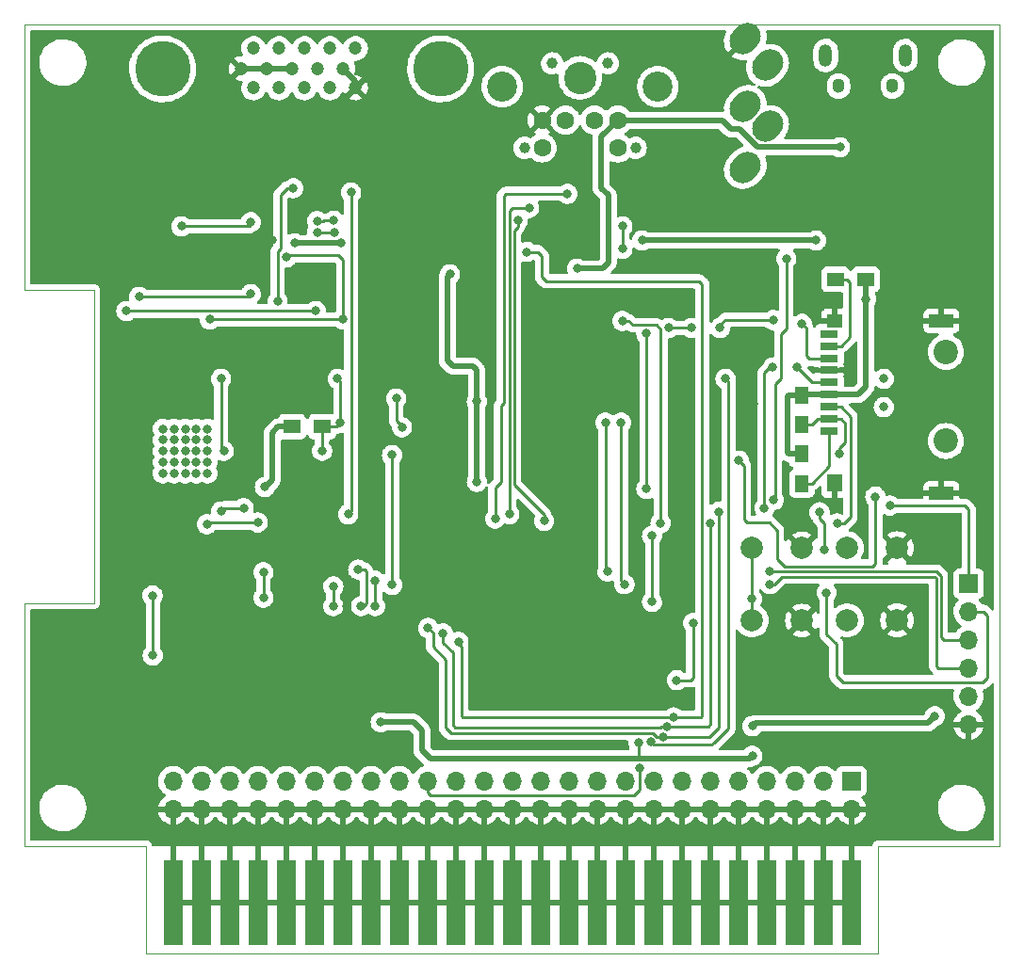
<source format=gbr>
G04 #@! TF.GenerationSoftware,KiCad,Pcbnew,(6.0.5)*
G04 #@! TF.CreationDate,2022-06-13T20:59:19-07:00*
G04 #@! TF.ProjectId,PocketTRS,506f636b-6574-4545-9253-2e6b69636164,rev?*
G04 #@! TF.SameCoordinates,Original*
G04 #@! TF.FileFunction,Copper,L2,Bot*
G04 #@! TF.FilePolarity,Positive*
%FSLAX46Y46*%
G04 Gerber Fmt 4.6, Leading zero omitted, Abs format (unit mm)*
G04 Created by KiCad (PCBNEW (6.0.5)) date 2022-06-13 20:59:19*
%MOMM*%
%LPD*%
G01*
G04 APERTURE LIST*
G04 Aperture macros list*
%AMHorizOval*
0 Thick line with rounded ends*
0 $1 width*
0 $2 $3 position (X,Y) of the first rounded end (center of the circle)*
0 $4 $5 position (X,Y) of the second rounded end (center of the circle)*
0 Add line between two ends*
20,1,$1,$2,$3,$4,$5,0*
0 Add two circle primitives to create the rounded ends*
1,1,$1,$2,$3*
1,1,$1,$4,$5*%
G04 Aperture macros list end*
G04 #@! TA.AperFunction,Profile*
%ADD10C,0.050000*%
G04 #@! TD*
G04 #@! TA.AperFunction,ComponentPad*
%ADD11R,1.700000X1.700000*%
G04 #@! TD*
G04 #@! TA.AperFunction,ComponentPad*
%ADD12O,1.700000X1.700000*%
G04 #@! TD*
G04 #@! TA.AperFunction,ComponentPad*
%ADD13C,2.000000*%
G04 #@! TD*
G04 #@! TA.AperFunction,ComponentPad*
%ADD14C,5.001260*%
G04 #@! TD*
G04 #@! TA.AperFunction,ComponentPad*
%ADD15C,1.198880*%
G04 #@! TD*
G04 #@! TA.AperFunction,ComponentPad*
%ADD16HorizOval,2.400000X0.212132X0.212132X-0.212132X-0.212132X0*%
G04 #@! TD*
G04 #@! TA.AperFunction,ComponentPad*
%ADD17C,1.600000*%
G04 #@! TD*
G04 #@! TA.AperFunction,ComponentPad*
%ADD18C,1.000000*%
G04 #@! TD*
G04 #@! TA.AperFunction,ComponentPad*
%ADD19C,2.900000*%
G04 #@! TD*
G04 #@! TA.AperFunction,ComponentPad*
%ADD20C,2.700000*%
G04 #@! TD*
G04 #@! TA.AperFunction,ComponentPad*
%ADD21O,1.100000X1.300000*%
G04 #@! TD*
G04 #@! TA.AperFunction,ComponentPad*
%ADD22O,1.200000X2.000000*%
G04 #@! TD*
G04 #@! TA.AperFunction,ComponentPad*
%ADD23C,0.800000*%
G04 #@! TD*
G04 #@! TA.AperFunction,ConnectorPad*
%ADD24R,1.778000X7.620000*%
G04 #@! TD*
G04 #@! TA.AperFunction,SMDPad,CuDef*
%ADD25R,1.600000X0.700000*%
G04 #@! TD*
G04 #@! TA.AperFunction,SMDPad,CuDef*
%ADD26R,1.400000X1.600000*%
G04 #@! TD*
G04 #@! TA.AperFunction,SMDPad,CuDef*
%ADD27R,2.200000X1.200000*%
G04 #@! TD*
G04 #@! TA.AperFunction,SMDPad,CuDef*
%ADD28R,1.400000X1.200000*%
G04 #@! TD*
G04 #@! TA.AperFunction,SMDPad,CuDef*
%ADD29R,1.500000X1.300000*%
G04 #@! TD*
G04 #@! TA.AperFunction,SMDPad,CuDef*
%ADD30R,1.300000X1.500000*%
G04 #@! TD*
G04 #@! TA.AperFunction,WasherPad*
%ADD31C,2.200000*%
G04 #@! TD*
G04 #@! TA.AperFunction,ViaPad*
%ADD32C,0.800000*%
G04 #@! TD*
G04 #@! TA.AperFunction,Conductor*
%ADD33C,0.500000*%
G04 #@! TD*
G04 #@! TA.AperFunction,Conductor*
%ADD34C,0.250000*%
G04 #@! TD*
G04 APERTURE END LIST*
D10*
X165100000Y-61976000D02*
X165100000Y-64770000D01*
X252730000Y-64770000D02*
X252730000Y-61976000D01*
X171323000Y-85852000D02*
X171323000Y-90805000D01*
X165100000Y-64770000D02*
X165100000Y-85852000D01*
X165100000Y-135890000D02*
X165100000Y-114046000D01*
X241808000Y-135890000D02*
X252730000Y-135890000D01*
X241808000Y-145542000D02*
X241300000Y-145542000D01*
X175260000Y-135890000D02*
X176022000Y-135890000D01*
X241808000Y-145542000D02*
X241808000Y-135890000D01*
X171323000Y-85852000D02*
X165100000Y-85852000D01*
X165100000Y-114046000D02*
X171323000Y-114046000D01*
X171323000Y-114046000D02*
X171323000Y-90805000D01*
X176022000Y-145542000D02*
X241300000Y-145542000D01*
X252730000Y-64770000D02*
X252730000Y-135890000D01*
X165100000Y-61976000D02*
X252730000Y-61976000D01*
X165100000Y-135890000D02*
X175260000Y-135890000D01*
X176022000Y-135890000D02*
X176022000Y-145542000D01*
D11*
X249936000Y-112268000D03*
D12*
X249936000Y-114808000D03*
X249936000Y-117348000D03*
X249936000Y-119888000D03*
X249936000Y-122428000D03*
X249936000Y-124968000D03*
D13*
X239014000Y-115570000D03*
X239014000Y-109070000D03*
X243514000Y-109070000D03*
X243514000Y-115570000D03*
X234950000Y-115593000D03*
X234950000Y-109093000D03*
X230450000Y-109093000D03*
X230450000Y-115593000D03*
D14*
X177497740Y-65971420D03*
X202486260Y-65971420D03*
D15*
X185681620Y-67690400D03*
X187972700Y-67690400D03*
X190258700Y-67690400D03*
X192552320Y-67690400D03*
X194840860Y-67690400D03*
X184536080Y-65925700D03*
X186829700Y-65925700D03*
X189128400Y-65925700D03*
X191427100Y-65925700D03*
X193700400Y-65925700D03*
X185681620Y-64134400D03*
X187972700Y-64134400D03*
X190261240Y-64134400D03*
X192552320Y-64134400D03*
X194843400Y-64134400D03*
D16*
X231870000Y-71146000D03*
X229870000Y-69346000D03*
X229870000Y-63246000D03*
X231870000Y-65646000D03*
X229870000Y-74846000D03*
D17*
X213711000Y-70576000D03*
X216311000Y-70576000D03*
X211611000Y-70576000D03*
X218411000Y-70576000D03*
X211611000Y-73076000D03*
X218411000Y-73076000D03*
D18*
X212511000Y-65476000D03*
X217511000Y-65476000D03*
X210011000Y-73076000D03*
X220011000Y-73076000D03*
D19*
X215011000Y-66776000D03*
D20*
X208011000Y-67576000D03*
X222011000Y-67576000D03*
D21*
X238240000Y-67520000D03*
X243090000Y-67520000D03*
D22*
X237090000Y-64770000D03*
X244240000Y-64770000D03*
D11*
X239395000Y-130048000D03*
D12*
X239395000Y-132588000D03*
X236855000Y-130048000D03*
X236855000Y-132588000D03*
X234315000Y-130048000D03*
X234315000Y-132588000D03*
X231775000Y-130048000D03*
X231775000Y-132588000D03*
X229235000Y-130048000D03*
X229235000Y-132588000D03*
X226695000Y-130048000D03*
X226695000Y-132588000D03*
X224155000Y-130048000D03*
X224155000Y-132588000D03*
X221615000Y-130048000D03*
X221615000Y-132588000D03*
X219075000Y-130048000D03*
X219075000Y-132588000D03*
X216535000Y-130048000D03*
X216535000Y-132588000D03*
X213995000Y-130048000D03*
X213995000Y-132588000D03*
X211455000Y-130048000D03*
X211455000Y-132588000D03*
X208915000Y-130048000D03*
X208915000Y-132588000D03*
X206375000Y-130048000D03*
X206375000Y-132588000D03*
X203835000Y-130048000D03*
X203835000Y-132588000D03*
X201295000Y-130048000D03*
X201295000Y-132588000D03*
X198755000Y-130048000D03*
X198755000Y-132588000D03*
X196215000Y-130048000D03*
X196215000Y-132588000D03*
X193675000Y-130048000D03*
X193675000Y-132588000D03*
X191135000Y-130048000D03*
X191135000Y-132588000D03*
X188595000Y-130048000D03*
X188595000Y-132588000D03*
X186055000Y-130048000D03*
X186055000Y-132588000D03*
X183515000Y-130048000D03*
X183515000Y-132588000D03*
X180975000Y-130048000D03*
X180975000Y-132588000D03*
X178435000Y-130048000D03*
X178435000Y-132588000D03*
D23*
X177524000Y-100349000D03*
X177524000Y-102349000D03*
X177524000Y-101349000D03*
X179524000Y-102349000D03*
X178524000Y-101349000D03*
X180524000Y-100349000D03*
X181524000Y-102349000D03*
X179524000Y-99349000D03*
X177524000Y-98349000D03*
X180524000Y-98349000D03*
X179524000Y-98349000D03*
X180524000Y-101349000D03*
X178524000Y-102349000D03*
X178524000Y-98349000D03*
X181524000Y-99349000D03*
X181524000Y-101349000D03*
X178524000Y-99349000D03*
X181524000Y-100349000D03*
X178524000Y-100349000D03*
X180524000Y-99349000D03*
X177524000Y-99349000D03*
X179524000Y-101349000D03*
X179524000Y-100349000D03*
X180524000Y-102349000D03*
X181524000Y-98349000D03*
D24*
X239395000Y-140970000D03*
X236855000Y-140970000D03*
X234315000Y-140970000D03*
X231775000Y-140970000D03*
X229235000Y-140970000D03*
X226695000Y-140970000D03*
X224155000Y-140970000D03*
X221615000Y-140970000D03*
X219075000Y-140970000D03*
X216535000Y-140970000D03*
X213995000Y-140970000D03*
X211455000Y-140970000D03*
X208915000Y-140970000D03*
X206375000Y-140970000D03*
X203835000Y-140970000D03*
X201295000Y-140970000D03*
X198755000Y-140970000D03*
X196215000Y-140970000D03*
X193675000Y-140970000D03*
X191135000Y-140970000D03*
X188595000Y-140970000D03*
X186055000Y-140970000D03*
X183515000Y-140970000D03*
X180975000Y-140970000D03*
X178435000Y-140970000D03*
D25*
X237404000Y-98593000D03*
X237404000Y-97493000D03*
X237404000Y-96393000D03*
X237404000Y-95293000D03*
X237404000Y-94193000D03*
X237404000Y-93093000D03*
X237404000Y-91993000D03*
X237404000Y-90893000D03*
X237404000Y-89793000D03*
D26*
X237904000Y-103243000D03*
D27*
X247504000Y-104143000D03*
X247504000Y-88643000D03*
D28*
X237904000Y-88643000D03*
D29*
X189150000Y-98171000D03*
X191850000Y-98171000D03*
D30*
X234950000Y-95297000D03*
X234950000Y-97997000D03*
D29*
X240681500Y-84899500D03*
X237981500Y-84899500D03*
D30*
X234950000Y-100567500D03*
X234950000Y-103267500D03*
D31*
X247904000Y-99441000D03*
X247904000Y-91440000D03*
D32*
X220980000Y-89789000D03*
X220980000Y-103759000D03*
X242965000Y-72404000D03*
X243649500Y-119824500D03*
X169926000Y-122301000D03*
X246888000Y-72390000D03*
X200088500Y-81407000D03*
X172614000Y-111612000D03*
X229171500Y-89852500D03*
X186715400Y-85902800D03*
X224663000Y-99695000D03*
X233045000Y-127762000D03*
X223774000Y-82804000D03*
X244411500Y-106616500D03*
X186436000Y-123063000D03*
X189966000Y-85902200D03*
X220853000Y-121221500D03*
X190373000Y-111000000D03*
X174117000Y-127508000D03*
X186944000Y-76327000D03*
X228790500Y-85407500D03*
X222777000Y-113696700D03*
X244411500Y-104076500D03*
X239395000Y-69469000D03*
X230632000Y-96139000D03*
X236220000Y-82804000D03*
X187340999Y-81391001D03*
X237934500Y-103187500D03*
X227330000Y-99695000D03*
X194000000Y-114330600D03*
X189865000Y-114046000D03*
X242443000Y-91884500D03*
X244729000Y-86868000D03*
X239331500Y-91884500D03*
X240728500Y-102616000D03*
X243649500Y-122428000D03*
X197104000Y-124736000D03*
X230505000Y-127762000D03*
X220252000Y-126588074D03*
X246888000Y-124206000D03*
X238379000Y-73025000D03*
X225171000Y-115824000D03*
X223710500Y-120967500D03*
X214757000Y-83947000D03*
X230505000Y-125095000D03*
X236220000Y-81407000D03*
X205740000Y-103124000D03*
X240729000Y-86678000D03*
X205740000Y-95885000D03*
X203327000Y-84455000D03*
X220599000Y-81407000D03*
X189357000Y-81661000D03*
X186690000Y-103577951D03*
X193548000Y-81661000D03*
X220345000Y-128905000D03*
X181483000Y-106934000D03*
X186055000Y-106770000D03*
X213868000Y-77216000D03*
X207391000Y-106426000D03*
X182753000Y-105791000D03*
X184785000Y-105477961D03*
X208661000Y-106045000D03*
X210439000Y-78486000D03*
X194183000Y-106045000D03*
X194437000Y-77089000D03*
X232092500Y-112331500D03*
X219011500Y-112331500D03*
X218694000Y-97790000D03*
X217487500Y-111188500D03*
X232092500Y-111188500D03*
X217297000Y-97790000D03*
X176593500Y-113347500D03*
X176610000Y-118745000D03*
X221488000Y-113919000D03*
X221488000Y-107950000D03*
X198501000Y-95631000D03*
X199009000Y-98203010D03*
X230450000Y-113656500D03*
X234950000Y-88900000D03*
X188632000Y-82931000D03*
X222960922Y-89265816D03*
X225028816Y-89265816D03*
X232358681Y-88555753D03*
X227584000Y-89281000D03*
X181737000Y-88519000D03*
X193712000Y-88519000D03*
X210232000Y-82439500D03*
X223427000Y-124299000D03*
X204089000Y-117500980D03*
X185420000Y-86233000D03*
X175387000Y-86487000D03*
X185420000Y-79756000D03*
X179197000Y-80137000D03*
X174244000Y-87757000D03*
X191262000Y-87757000D03*
X232432039Y-104752961D03*
X233553000Y-83058000D03*
X222864178Y-125125580D03*
X192902995Y-80655005D03*
X226752990Y-106864990D03*
X202692000Y-116750000D03*
X191389000Y-80655005D03*
X195326000Y-114300000D03*
X218821000Y-88646000D03*
X195072000Y-111000001D03*
X218821000Y-80137000D03*
X218821000Y-82169000D03*
X238125000Y-106864991D03*
X222250000Y-106827991D03*
X234505500Y-92837000D03*
X211788500Y-106632500D03*
X191389000Y-79655002D03*
X209423000Y-79629000D03*
X232346500Y-92837000D03*
X201361368Y-116265033D03*
X192876000Y-79629000D03*
X227477990Y-105811990D03*
X196596000Y-114300000D03*
X196596000Y-112014000D03*
X222477272Y-126047701D03*
X231584500Y-105477961D03*
X186563000Y-111252000D03*
X186563000Y-113538000D03*
X236982000Y-109220000D03*
X237172500Y-113093500D03*
X236537500Y-105854500D03*
X242316000Y-96393000D03*
X242316000Y-93853000D03*
X242855750Y-105251250D03*
X187833000Y-86868000D03*
X189230000Y-76708000D03*
X241554000Y-104457500D03*
X238315500Y-100584000D03*
X229298500Y-101219000D03*
X192843062Y-112513112D03*
X193230500Y-93853000D03*
X198120000Y-100711000D03*
X183007000Y-100330000D03*
X198120000Y-112395000D03*
X228092000Y-93853000D03*
X191833500Y-100330000D03*
X193484500Y-97790000D03*
X221364840Y-126526260D03*
X182753000Y-93853000D03*
X192843062Y-114300000D03*
D33*
X227802000Y-70576000D02*
X228600000Y-71374000D01*
X218411000Y-70576000D02*
X227802000Y-70576000D01*
X216916000Y-72071000D02*
X218411000Y-70576000D01*
X216916000Y-76708000D02*
X216916000Y-72071000D01*
D34*
X220980000Y-104013000D02*
X220980000Y-103759000D01*
X220980000Y-103759000D02*
X220980000Y-89789000D01*
D33*
X178435000Y-140970000D02*
X239395000Y-140970000D01*
X224155000Y-133790081D02*
X224155000Y-140970000D01*
X188595000Y-132588000D02*
X188595000Y-133790081D01*
X219075000Y-133790081D02*
X219075000Y-140970000D01*
X203835000Y-132588000D02*
X203835000Y-140970000D01*
X180975000Y-136660000D02*
X180975000Y-132588000D01*
X216535000Y-132588000D02*
X216535000Y-140970000D01*
X193675000Y-132588000D02*
X193675000Y-140970000D01*
X239395000Y-140970000D02*
X239395000Y-136660000D01*
X239395000Y-136660000D02*
X239395000Y-132588000D01*
X211455000Y-133790081D02*
X211455000Y-140970000D01*
X213995000Y-133790081D02*
X213995000Y-140970000D01*
X219075000Y-132588000D02*
X219075000Y-133790081D01*
X183515000Y-140970000D02*
X183515000Y-136660000D01*
X178435000Y-136660000D02*
X178435000Y-132588000D01*
X183515000Y-136660000D02*
X183515000Y-132588000D01*
X186055000Y-133790081D02*
X186055000Y-140970000D01*
X211455000Y-132588000D02*
X211455000Y-133790081D01*
X208915000Y-133790081D02*
X208915000Y-140970000D01*
X194840860Y-67690400D02*
X194840860Y-67066160D01*
X231775000Y-132588000D02*
X231775000Y-140970000D01*
X196215000Y-132588000D02*
X196215000Y-140970000D01*
X198755000Y-133790081D02*
X198755000Y-140970000D01*
X234315000Y-133790081D02*
X234315000Y-140970000D01*
X178435000Y-140970000D02*
X178435000Y-136660000D01*
X226695000Y-132588000D02*
X226695000Y-133790081D01*
X213995000Y-132588000D02*
X213995000Y-133790081D01*
X224155000Y-132588000D02*
X224155000Y-133790081D01*
X180975000Y-140970000D02*
X180975000Y-136660000D01*
X191135000Y-132588000D02*
X191135000Y-140970000D01*
X226695000Y-133790081D02*
X226695000Y-140970000D01*
X198755000Y-132588000D02*
X198755000Y-133790081D01*
X229235000Y-133790081D02*
X229235000Y-140970000D01*
X186055000Y-132588000D02*
X186055000Y-133790081D01*
X236855000Y-132588000D02*
X236855000Y-140970000D01*
X201295000Y-132588000D02*
X201295000Y-140970000D01*
X234315000Y-132588000D02*
X234315000Y-133790081D01*
X186829700Y-65925700D02*
X189128400Y-65925700D01*
X184536080Y-65925700D02*
X186829700Y-65925700D01*
X188595000Y-133790081D02*
X188595000Y-140970000D01*
X194840860Y-67066160D02*
X193700400Y-65925700D01*
X221615000Y-132588000D02*
X221615000Y-133790081D01*
X206375000Y-132588000D02*
X206375000Y-140970000D01*
X221615000Y-133790081D02*
X221615000Y-140970000D01*
X208915000Y-132588000D02*
X208915000Y-133790081D01*
X229235000Y-132588000D02*
X229235000Y-133790081D01*
D34*
X225171000Y-120713500D02*
X224917000Y-120967500D01*
D33*
X217551000Y-77343000D02*
X216916000Y-76708000D01*
X230251000Y-128016000D02*
X230505000Y-127762000D01*
X228600000Y-71374000D02*
X229340962Y-71374000D01*
X229340962Y-71374000D02*
X230991962Y-73025000D01*
X201549000Y-128016000D02*
X220218000Y-128016000D01*
X228854000Y-128016000D02*
X230251000Y-128016000D01*
X200787000Y-127254000D02*
X201549000Y-128016000D01*
X217551000Y-83439000D02*
X217551000Y-77343000D01*
X228854000Y-128016000D02*
X220218000Y-128016000D01*
D34*
X225171000Y-115824000D02*
X225171000Y-120713500D01*
D33*
X246253000Y-124841000D02*
X246888000Y-124206000D01*
D34*
X224917000Y-120967500D02*
X223710500Y-120967500D01*
D33*
X200787000Y-125476000D02*
X200787000Y-127254000D01*
X230991962Y-73025000D02*
X238379000Y-73025000D01*
D34*
X220218000Y-128016000D02*
X220252000Y-127982000D01*
X220252000Y-127982000D02*
X220252000Y-126588074D01*
D33*
X243332000Y-124841000D02*
X230759000Y-124841000D01*
X214757000Y-83947000D02*
X217043000Y-83947000D01*
X197104000Y-124736000D02*
X200047000Y-124736000D01*
X243332000Y-124841000D02*
X246253000Y-124841000D01*
X230759000Y-124841000D02*
X230505000Y-125095000D01*
X217043000Y-83947000D02*
X217551000Y-83439000D01*
X200047000Y-124736000D02*
X200787000Y-125476000D01*
X233800000Y-95297000D02*
X233680000Y-95417000D01*
X205740000Y-93091000D02*
X205359000Y-92710000D01*
X240729000Y-86678000D02*
X240729000Y-84947000D01*
X203073000Y-84709000D02*
X203327000Y-84455000D01*
X234954000Y-95293000D02*
X234950000Y-95297000D01*
X240729000Y-87243685D02*
X240728500Y-87244185D01*
X205740000Y-102558315D02*
X205740000Y-95885000D01*
X240729000Y-94551000D02*
X239987000Y-95293000D01*
X239987000Y-95293000D02*
X237404000Y-95293000D01*
X236220000Y-81407000D02*
X220599000Y-81407000D01*
X203073000Y-92202000D02*
X203073000Y-84709000D01*
X233790500Y-100567500D02*
X234950000Y-100567500D01*
X189150000Y-98171000D02*
X187900000Y-98171000D01*
X189357000Y-81661000D02*
X193548000Y-81661000D01*
X234950000Y-95297000D02*
X233800000Y-95297000D01*
X233680000Y-100457000D02*
X233790500Y-100567500D01*
X240792000Y-86741000D02*
X240729000Y-86678000D01*
X240729000Y-87243685D02*
X240729000Y-94551000D01*
X240729000Y-86678000D02*
X240729000Y-87243685D01*
X187328500Y-98742500D02*
X187328500Y-102993500D01*
X237404000Y-95293000D02*
X234954000Y-95293000D01*
X205359000Y-92710000D02*
X203581000Y-92710000D01*
X205740000Y-103124000D02*
X205740000Y-102558315D01*
X233680000Y-95417000D02*
X233680000Y-100457000D01*
X240729000Y-84947000D02*
X240681500Y-84899500D01*
X187328500Y-102993500D02*
X186744049Y-103577951D01*
X203581000Y-92710000D02*
X203073000Y-92202000D01*
X186744049Y-103577951D02*
X186690000Y-103577951D01*
X205740000Y-95885000D02*
X205740000Y-93091000D01*
X187900000Y-98171000D02*
X187328500Y-98742500D01*
X189293500Y-81597500D02*
X189357000Y-81661000D01*
D34*
X220345000Y-128905000D02*
X220345000Y-130810000D01*
X220345000Y-130810000D02*
X219837000Y-131318000D01*
X201295000Y-131064000D02*
X201549000Y-131318000D01*
X201549000Y-131318000D02*
X219837000Y-131318000D01*
X201295000Y-130048000D02*
X201295000Y-131064000D01*
X207391000Y-103632000D02*
X207899000Y-103124000D01*
X207391000Y-106426000D02*
X207391000Y-103632000D01*
X186055000Y-106770000D02*
X181647000Y-106770000D01*
X207899000Y-96266000D02*
X208153000Y-96012000D01*
X208153000Y-77406500D02*
X208343500Y-77216000D01*
X208153000Y-96012000D02*
X208153000Y-77406500D01*
X207899000Y-103124000D02*
X207899000Y-96266000D01*
X181647000Y-106770000D02*
X181483000Y-106934000D01*
X208343500Y-77216000D02*
X213868000Y-77216000D01*
X208661000Y-78740000D02*
X208915000Y-78486000D01*
X184785000Y-105477961D02*
X183066039Y-105477961D01*
X208915000Y-78486000D02*
X210439000Y-78486000D01*
X183066039Y-105477961D02*
X182753000Y-105791000D01*
X208661000Y-106045000D02*
X208661000Y-78740000D01*
X194437000Y-77089000D02*
X194437000Y-78162685D01*
X194437000Y-78162685D02*
X194437000Y-82804000D01*
X194437000Y-82804000D02*
X194437000Y-105791000D01*
X194437000Y-105791000D02*
X194183000Y-106045000D01*
X246892100Y-111638510D02*
X241363500Y-111638510D01*
X232473500Y-112331500D02*
X232092500Y-112331500D01*
X247009490Y-111755900D02*
X246892100Y-111638510D01*
X247205500Y-119888000D02*
X247009490Y-119691990D01*
X218694000Y-112014000D02*
X219011500Y-112331500D01*
X233166490Y-111638510D02*
X232473500Y-112331500D01*
X249936000Y-119888000D02*
X247205500Y-119888000D01*
X241363500Y-111638510D02*
X233166490Y-111638510D01*
X247009490Y-119691990D02*
X247009490Y-111755900D01*
X218694000Y-97790000D02*
X218694000Y-112014000D01*
X232092500Y-111188500D02*
X232092500Y-111188500D01*
X232092500Y-111188500D02*
X247078500Y-111188500D01*
X217297000Y-97790000D02*
X217297000Y-107251500D01*
X247078500Y-111188500D02*
X247459500Y-111569500D01*
X248733919Y-117348000D02*
X249936000Y-117348000D01*
X217297000Y-110998000D02*
X217487500Y-111188500D01*
X247459500Y-117094000D02*
X247713500Y-117348000D01*
X247713500Y-117348000D02*
X248733919Y-117348000D01*
X217297000Y-107251500D02*
X217297000Y-110998000D01*
X247459500Y-111569500D02*
X247459500Y-117094000D01*
X221488000Y-113919000D02*
X221488000Y-107950000D01*
X176610000Y-117522000D02*
X176610000Y-118745000D01*
X176610000Y-117522000D02*
X176610000Y-113364000D01*
X176610000Y-113364000D02*
X176593500Y-113347500D01*
X198501000Y-95631000D02*
X198501000Y-97663000D01*
X198501000Y-97663000D02*
X199009000Y-98171000D01*
X199009000Y-98171000D02*
X199009000Y-98203010D01*
X230450000Y-113656500D02*
X230450000Y-109093000D01*
X230450000Y-114178787D02*
X230450000Y-113656500D01*
X230450000Y-115593000D02*
X230450000Y-114178787D01*
X235331000Y-91821000D02*
X235331000Y-89281000D01*
X193712000Y-88519000D02*
X193712000Y-83158500D01*
X237404000Y-91993000D02*
X236354000Y-91993000D01*
X188822500Y-82740500D02*
X188632000Y-82931000D01*
X232358681Y-88555753D02*
X228055247Y-88555753D01*
X181737000Y-88519000D02*
X193802000Y-88519000D01*
X193802000Y-88519000D02*
X193712000Y-88519000D01*
X228055247Y-88555753D02*
X227584000Y-89027000D01*
X236354000Y-91993000D02*
X236272000Y-92075000D01*
X193712000Y-83158500D02*
X193294000Y-82740500D01*
X193294000Y-82740500D02*
X188822500Y-82740500D01*
X236272000Y-92075000D02*
X235585000Y-92075000D01*
X235331000Y-89281000D02*
X234950000Y-88900000D01*
X227584000Y-89027000D02*
X227584000Y-89281000D01*
X235585000Y-92075000D02*
X235331000Y-91821000D01*
X222960922Y-89265816D02*
X225028816Y-89265816D01*
X204343000Y-117983000D02*
X204089000Y-117729000D01*
X225996500Y-124206000D02*
X225996500Y-114427000D01*
X225996500Y-85344000D02*
X225742500Y-85090000D01*
X204343000Y-124206000D02*
X204343000Y-120777000D01*
X223427000Y-124299000D02*
X225903500Y-124299000D01*
X223427000Y-124299000D02*
X204436000Y-124299000D01*
X211582000Y-82804000D02*
X211582000Y-84709000D01*
X204089000Y-117729000D02*
X204089000Y-117500980D01*
X211582000Y-84709000D02*
X211963000Y-85090000D01*
X204436000Y-124299000D02*
X204343000Y-124206000D01*
X225742500Y-85090000D02*
X211963000Y-85090000D01*
X210232000Y-82439500D02*
X211217500Y-82439500D01*
X204343000Y-120777000D02*
X204343000Y-117983000D01*
X225903500Y-124299000D02*
X225996500Y-124206000D01*
X225996500Y-114427000D02*
X225996500Y-85344000D01*
X211217500Y-82439500D02*
X211582000Y-82804000D01*
X175387000Y-86487000D02*
X185166000Y-86487000D01*
X185166000Y-86487000D02*
X185420000Y-86233000D01*
X185293000Y-80137000D02*
X183642000Y-80137000D01*
X185420000Y-79756000D02*
X185420000Y-80010000D01*
X179197000Y-80137000D02*
X183642000Y-80137000D01*
X185420000Y-80010000D02*
X185293000Y-80137000D01*
X191262000Y-87757000D02*
X174244000Y-87757000D01*
X233071501Y-89815501D02*
X233071501Y-93826499D01*
X232432039Y-104689461D02*
X232473500Y-104648000D01*
X232432039Y-104752961D02*
X232432039Y-104689461D01*
X233553000Y-83058000D02*
X233553000Y-89334002D01*
X233071501Y-93826499D02*
X232537000Y-94361000D01*
X232495539Y-104752961D02*
X232537000Y-104711500D01*
X233553000Y-89334002D02*
X233071501Y-89815501D01*
X232537000Y-104711500D02*
X232537000Y-94361000D01*
X232432039Y-104752961D02*
X232495539Y-104752961D01*
X221869000Y-89027000D02*
X222250000Y-89408000D01*
X222250000Y-89408000D02*
X222250000Y-106553000D01*
X238760000Y-106870500D02*
X238130509Y-106870500D01*
X226752990Y-116147010D02*
X226752990Y-115258010D01*
X203581000Y-124968000D02*
X203581000Y-118491000D01*
X195834000Y-114046000D02*
X195834000Y-111196316D01*
X195580000Y-114300000D02*
X195834000Y-114046000D01*
X222298493Y-125125580D02*
X222239072Y-125185001D01*
X222864178Y-125125580D02*
X222298493Y-125125580D01*
X239331500Y-97270500D02*
X239331500Y-106299000D01*
X195326000Y-114300000D02*
X195580000Y-114300000D01*
X219767685Y-89027000D02*
X221869000Y-89027000D01*
X195637685Y-111000001D02*
X195072000Y-111000001D01*
X237404000Y-96393000D02*
X238454000Y-96393000D01*
X219386685Y-88646000D02*
X219767685Y-89027000D01*
X226752990Y-115258010D02*
X226752990Y-114623010D01*
X195834000Y-111196316D02*
X195637685Y-111000001D01*
X203798001Y-125185001D02*
X203581000Y-124968000D01*
X218821000Y-80702685D02*
X218821000Y-82169000D01*
X238454000Y-96393000D02*
X239331500Y-97270500D01*
X202692000Y-117602000D02*
X202692000Y-116750000D01*
X203581000Y-118491000D02*
X202692000Y-117602000D01*
X226752990Y-124910010D02*
X226537420Y-125125580D01*
X226752990Y-116147010D02*
X226752990Y-124910010D01*
X239331500Y-106299000D02*
X238760000Y-106870500D01*
X222239072Y-125185001D02*
X203798001Y-125185001D01*
X222250000Y-106553000D02*
X222250000Y-106827991D01*
X238130509Y-106870500D02*
X238125000Y-106864991D01*
X226752990Y-114623010D02*
X226752990Y-106864990D01*
X191389000Y-80655005D02*
X192902995Y-80655005D01*
X218821000Y-80137000D02*
X218821000Y-80702685D01*
X218821000Y-88646000D02*
X219386685Y-88646000D01*
X226537420Y-125125580D02*
X222864178Y-125125580D01*
X227477990Y-125201010D02*
X226631299Y-126047701D01*
X209423000Y-79629000D02*
X209423000Y-80194685D01*
X201803000Y-116713000D02*
X201803000Y-117983000D01*
X231584500Y-105477961D02*
X231584500Y-104912276D01*
X209111010Y-80506675D02*
X209111010Y-103389325D01*
X209423000Y-80194685D02*
X209111010Y-80506675D01*
X227477990Y-115443000D02*
X227477990Y-125201010D01*
X191389000Y-79655002D02*
X191954685Y-79655002D01*
X191954685Y-79655002D02*
X191980687Y-79629000D01*
X201803000Y-117983000D02*
X202946000Y-119126000D01*
X227477990Y-115443000D02*
X227477990Y-105811990D01*
X231584500Y-104912276D02*
X231584500Y-93345000D01*
X202946000Y-125222000D02*
X203454000Y-125730000D01*
X201361368Y-116271368D02*
X201803000Y-116713000D01*
X209111010Y-103389325D02*
X211788500Y-106066815D01*
X221593886Y-125730000D02*
X221911587Y-126047701D01*
X226631299Y-126047701D02*
X222477272Y-126047701D01*
X231584500Y-93345000D02*
X232092500Y-92837000D01*
X203454000Y-125730000D02*
X221593886Y-125730000D01*
X221911587Y-126047701D02*
X222477272Y-126047701D01*
X211788500Y-106066815D02*
X211788500Y-106632500D01*
X202946000Y-119126000D02*
X202946000Y-125222000D01*
X232092500Y-92837000D02*
X232346500Y-92837000D01*
X201361368Y-116265033D02*
X201361368Y-116271368D01*
X235861500Y-94193000D02*
X237404000Y-94193000D01*
X196596000Y-112014000D02*
X196596000Y-114427000D01*
X191980687Y-79629000D02*
X192876000Y-79629000D01*
X234505500Y-92837000D02*
X235861500Y-94193000D01*
X186563000Y-113538000D02*
X186563000Y-111252000D01*
X236537500Y-106420185D02*
X236982000Y-106864685D01*
X251206000Y-121158000D02*
X251650500Y-120713500D01*
X238061500Y-120586500D02*
X238633000Y-121158000D01*
X237172500Y-113093500D02*
X237172500Y-116840000D01*
X251269500Y-114808000D02*
X249936000Y-114808000D01*
X237172500Y-116840000D02*
X238061500Y-117729000D01*
X251650500Y-115189000D02*
X251269500Y-114808000D01*
X236982000Y-109220000D02*
X236982000Y-106864685D01*
X238633000Y-121158000D02*
X251206000Y-121158000D01*
X238061500Y-117729000D02*
X238061500Y-120586500D01*
X251650500Y-120713500D02*
X251650500Y-115189000D01*
X236537500Y-105854500D02*
X236537500Y-106420185D01*
X249586750Y-105251250D02*
X249936000Y-105600500D01*
X249936000Y-105600500D02*
X249936000Y-112268000D01*
X242855750Y-105251250D02*
X249586750Y-105251250D01*
X188087000Y-82111998D02*
X187833000Y-82365998D01*
X188087000Y-77285315D02*
X188087000Y-82111998D01*
X188664315Y-76708000D02*
X188087000Y-77285315D01*
X189230000Y-76708000D02*
X188664315Y-76708000D01*
X187833000Y-82365998D02*
X187833000Y-86741000D01*
X234950000Y-103267500D02*
X235850000Y-103267500D01*
X235850000Y-103267500D02*
X237404000Y-101713500D01*
X237404000Y-99193000D02*
X237404000Y-98593000D01*
X237404000Y-101713500D02*
X237404000Y-99193000D01*
X241305510Y-110738490D02*
X233420490Y-110738490D01*
X237404000Y-97493000D02*
X238454000Y-97493000D01*
X241554000Y-104457500D02*
X241554000Y-110490000D01*
X232727500Y-110045500D02*
X232727500Y-107505500D01*
X238315500Y-100076000D02*
X238315500Y-100584000D01*
X232727500Y-107505500D02*
X232029000Y-106807000D01*
X238823500Y-99568000D02*
X238315500Y-100076000D01*
X238454000Y-97493000D02*
X238823500Y-97862500D01*
X238823500Y-97862500D02*
X238823500Y-99568000D01*
X229743000Y-106489500D02*
X229743000Y-101663500D01*
X233420490Y-110738490D02*
X232727500Y-110045500D01*
X235850000Y-97997000D02*
X234950000Y-97997000D01*
X237404000Y-97493000D02*
X236354000Y-97493000D01*
X230060500Y-106807000D02*
X229743000Y-106489500D01*
X229743000Y-101663500D02*
X229298500Y-101219000D01*
X241554000Y-110490000D02*
X241305510Y-110738490D01*
X236354000Y-97493000D02*
X235850000Y-97997000D01*
X232029000Y-106807000D02*
X230060500Y-106807000D01*
X239268000Y-85186000D02*
X238981500Y-84899500D01*
X237404000Y-90893000D02*
X238454000Y-90893000D01*
X238981500Y-84899500D02*
X237981500Y-84899500D01*
X238454000Y-90893000D02*
X239268000Y-90079000D01*
X239268000Y-90079000D02*
X239268000Y-85186000D01*
X228346000Y-94488000D02*
X228346000Y-94488000D01*
X228092000Y-93853000D02*
X228092000Y-93853000D01*
X228346000Y-94488000D02*
X228346000Y-94107000D01*
X182753000Y-100076000D02*
X183007000Y-100330000D01*
X226795298Y-126772702D02*
X227076000Y-126619000D01*
X193103500Y-98171000D02*
X193484500Y-97790000D01*
X191850000Y-98171000D02*
X193103500Y-98171000D01*
X193484500Y-97790000D02*
X193484500Y-94107000D01*
X193484500Y-94107000D02*
X193230500Y-93853000D01*
X198120000Y-101276685D02*
X198120000Y-112649000D01*
X227076000Y-126619000D02*
X228346000Y-125349000D01*
X192843062Y-112513112D02*
X192843062Y-114300000D01*
X228346000Y-116078000D02*
X228346000Y-94488000D01*
X191833500Y-100330000D02*
X191833500Y-98187500D01*
X228346000Y-125349000D02*
X228346000Y-116078000D01*
X228346000Y-94107000D02*
X228092000Y-93853000D01*
X198120000Y-100711000D02*
X198120000Y-101276685D01*
X221364840Y-126526260D02*
X221611282Y-126772702D01*
X221611282Y-126772702D02*
X226795298Y-126772702D01*
X182753000Y-94418685D02*
X182753000Y-100076000D01*
X191833500Y-98187500D02*
X191850000Y-98171000D01*
X182753000Y-93853000D02*
X182753000Y-94418685D01*
G04 #@! TA.AperFunction,Conductor*
G36*
X228094356Y-62504502D02*
G01*
X228140849Y-62558158D01*
X228150953Y-62628432D01*
X228139368Y-62664318D01*
X228139778Y-62664494D01*
X228137898Y-62668870D01*
X228137896Y-62668876D01*
X228137892Y-62668883D01*
X228039087Y-62898859D01*
X228035997Y-62907885D01*
X227973116Y-63150154D01*
X227971428Y-63159535D01*
X227945917Y-63408529D01*
X227945667Y-63418072D01*
X227958112Y-63668051D01*
X227959307Y-63677516D01*
X228009421Y-63922741D01*
X228012038Y-63931926D01*
X228098666Y-64166742D01*
X228102640Y-64175421D01*
X228223787Y-64394426D01*
X228229036Y-64402417D01*
X228272555Y-64458825D01*
X228284214Y-64467292D01*
X228296101Y-64460689D01*
X229780905Y-62975885D01*
X229843217Y-62941859D01*
X229914032Y-62946924D01*
X229959095Y-62975885D01*
X230140115Y-63156905D01*
X230174141Y-63219217D01*
X230169076Y-63290032D01*
X230140115Y-63335095D01*
X228655492Y-64819718D01*
X228649071Y-64831476D01*
X228658389Y-64843509D01*
X228781941Y-64929861D01*
X228790161Y-64934723D01*
X229014645Y-65045426D01*
X229023490Y-65048982D01*
X229262127Y-65124453D01*
X229271431Y-65126635D01*
X229518744Y-65165142D01*
X229528240Y-65165889D01*
X229778541Y-65166544D01*
X229788062Y-65165845D01*
X229895284Y-65149726D01*
X229965622Y-65159379D01*
X230019575Y-65205526D01*
X230040013Y-65273517D01*
X230035975Y-65305980D01*
X230026324Y-65343163D01*
X229977547Y-65531092D01*
X229971421Y-65554693D01*
X229944927Y-65813277D01*
X229945165Y-65818058D01*
X229945165Y-65818059D01*
X229948267Y-65880372D01*
X229957852Y-66072894D01*
X229958808Y-66077573D01*
X229958809Y-66077579D01*
X230001180Y-66284910D01*
X230009898Y-66327569D01*
X230011554Y-66332057D01*
X230011554Y-66332058D01*
X230020536Y-66356404D01*
X230099866Y-66571441D01*
X230102181Y-66575627D01*
X230102182Y-66575628D01*
X230213022Y-66776000D01*
X230225688Y-66798898D01*
X230384468Y-67004706D01*
X230387925Y-67008004D01*
X230387927Y-67008006D01*
X230409511Y-67028596D01*
X230572552Y-67184129D01*
X230715194Y-67283822D01*
X230759571Y-67339240D01*
X230766942Y-67409853D01*
X230734967Y-67473241D01*
X230673797Y-67509280D01*
X230605021Y-67507233D01*
X230477991Y-67467059D01*
X230477984Y-67467057D01*
X230473417Y-67465613D01*
X230303419Y-67439144D01*
X230221295Y-67426357D01*
X230221294Y-67426357D01*
X230216574Y-67425622D01*
X230211805Y-67425610D01*
X230211799Y-67425609D01*
X230082819Y-67425272D01*
X229956637Y-67424941D01*
X229821923Y-67445195D01*
X229704314Y-67462877D01*
X229704310Y-67462878D01*
X229699587Y-67463588D01*
X229695028Y-67465004D01*
X229695022Y-67465005D01*
X229466834Y-67535859D01*
X229451340Y-67540670D01*
X229320644Y-67604274D01*
X229221910Y-67652323D01*
X229221906Y-67652325D01*
X229217610Y-67654416D01*
X229003774Y-67802207D01*
X229000778Y-67804905D01*
X229000775Y-67804907D01*
X228943115Y-67856824D01*
X228941879Y-67857937D01*
X228403037Y-68396779D01*
X228401483Y-68398589D01*
X228401482Y-68398590D01*
X228312879Y-68501783D01*
X228276887Y-68543701D01*
X228274357Y-68547757D01*
X228274356Y-68547759D01*
X228188608Y-68685251D01*
X228139333Y-68764261D01*
X228036725Y-69003091D01*
X228035525Y-69007713D01*
X228035525Y-69007714D01*
X227975779Y-69237904D01*
X227971421Y-69254693D01*
X227944927Y-69513277D01*
X227945165Y-69518058D01*
X227945165Y-69518059D01*
X227953436Y-69684193D01*
X227936846Y-69753224D01*
X227885568Y-69802327D01*
X227830999Y-69816412D01*
X227800240Y-69817244D01*
X227792479Y-69817454D01*
X227789072Y-69817500D01*
X219542867Y-69817500D01*
X219474746Y-69797498D01*
X219439655Y-69763772D01*
X219417198Y-69731700D01*
X219255300Y-69569802D01*
X219250792Y-69566645D01*
X219250789Y-69566643D01*
X219124920Y-69478509D01*
X219067749Y-69438477D01*
X219062767Y-69436154D01*
X219062762Y-69436151D01*
X218865225Y-69344039D01*
X218865224Y-69344039D01*
X218860243Y-69341716D01*
X218854935Y-69340294D01*
X218854933Y-69340293D01*
X218644402Y-69283881D01*
X218644400Y-69283881D01*
X218639087Y-69282457D01*
X218411000Y-69262502D01*
X218182913Y-69282457D01*
X218177600Y-69283881D01*
X218177598Y-69283881D01*
X217967067Y-69340293D01*
X217967065Y-69340294D01*
X217961757Y-69341716D01*
X217956776Y-69344039D01*
X217956775Y-69344039D01*
X217759238Y-69436151D01*
X217759233Y-69436154D01*
X217754251Y-69438477D01*
X217697080Y-69478509D01*
X217571211Y-69566643D01*
X217571208Y-69566645D01*
X217566700Y-69569802D01*
X217450095Y-69686407D01*
X217387783Y-69720433D01*
X217316968Y-69715368D01*
X217271905Y-69686407D01*
X217155300Y-69569802D01*
X217150792Y-69566645D01*
X217150789Y-69566643D01*
X217024920Y-69478509D01*
X216967749Y-69438477D01*
X216962767Y-69436154D01*
X216962762Y-69436151D01*
X216765225Y-69344039D01*
X216765224Y-69344039D01*
X216760243Y-69341716D01*
X216754935Y-69340294D01*
X216754933Y-69340293D01*
X216544402Y-69283881D01*
X216544400Y-69283881D01*
X216539087Y-69282457D01*
X216311000Y-69262502D01*
X216082913Y-69282457D01*
X216077600Y-69283881D01*
X216077598Y-69283881D01*
X215867067Y-69340293D01*
X215867065Y-69340294D01*
X215861757Y-69341716D01*
X215856776Y-69344039D01*
X215856775Y-69344039D01*
X215659238Y-69436151D01*
X215659233Y-69436154D01*
X215654251Y-69438477D01*
X215597080Y-69478509D01*
X215471211Y-69566643D01*
X215471208Y-69566645D01*
X215466700Y-69569802D01*
X215304802Y-69731700D01*
X215301645Y-69736208D01*
X215301643Y-69736211D01*
X215263221Y-69791084D01*
X215173477Y-69919251D01*
X215139040Y-69993102D01*
X215125195Y-70022793D01*
X215078278Y-70076078D01*
X215010001Y-70095539D01*
X214942041Y-70074997D01*
X214896805Y-70022793D01*
X214882960Y-69993102D01*
X214848523Y-69919251D01*
X214758779Y-69791084D01*
X214720357Y-69736211D01*
X214720355Y-69736208D01*
X214717198Y-69731700D01*
X214555300Y-69569802D01*
X214550792Y-69566645D01*
X214550789Y-69566643D01*
X214424920Y-69478509D01*
X214367749Y-69438477D01*
X214362767Y-69436154D01*
X214362762Y-69436151D01*
X214165225Y-69344039D01*
X214165224Y-69344039D01*
X214160243Y-69341716D01*
X214154935Y-69340294D01*
X214154933Y-69340293D01*
X213944402Y-69283881D01*
X213944400Y-69283881D01*
X213939087Y-69282457D01*
X213711000Y-69262502D01*
X213482913Y-69282457D01*
X213477600Y-69283881D01*
X213477598Y-69283881D01*
X213267067Y-69340293D01*
X213267065Y-69340294D01*
X213261757Y-69341716D01*
X213256776Y-69344039D01*
X213256775Y-69344039D01*
X213059238Y-69436151D01*
X213059233Y-69436154D01*
X213054251Y-69438477D01*
X212997080Y-69478509D01*
X212871211Y-69566643D01*
X212871208Y-69566645D01*
X212866700Y-69569802D01*
X212704802Y-69731700D01*
X212701645Y-69736208D01*
X212701643Y-69736211D01*
X212663221Y-69791084D01*
X212573477Y-69919251D01*
X212571154Y-69924233D01*
X212571151Y-69924238D01*
X212536136Y-69999329D01*
X212511036Y-70035174D01*
X211983022Y-70563188D01*
X211975408Y-70577132D01*
X211975539Y-70578965D01*
X211979790Y-70585580D01*
X212511036Y-71116826D01*
X212536136Y-71152671D01*
X212571151Y-71227762D01*
X212571154Y-71227767D01*
X212573477Y-71232749D01*
X212704802Y-71420300D01*
X212866700Y-71582198D01*
X212871208Y-71585355D01*
X212871211Y-71585357D01*
X212949389Y-71640098D01*
X213054251Y-71713523D01*
X213059233Y-71715846D01*
X213059238Y-71715849D01*
X213159287Y-71762502D01*
X213261757Y-71810284D01*
X213267065Y-71811706D01*
X213267067Y-71811707D01*
X213477598Y-71868119D01*
X213477600Y-71868119D01*
X213482913Y-71869543D01*
X213711000Y-71889498D01*
X213939087Y-71869543D01*
X213944400Y-71868119D01*
X213944402Y-71868119D01*
X214154933Y-71811707D01*
X214154935Y-71811706D01*
X214160243Y-71810284D01*
X214262713Y-71762502D01*
X214362762Y-71715849D01*
X214362767Y-71715846D01*
X214367749Y-71713523D01*
X214472611Y-71640098D01*
X214550789Y-71585357D01*
X214550792Y-71585355D01*
X214555300Y-71582198D01*
X214717198Y-71420300D01*
X214848523Y-71232749D01*
X214896805Y-71129207D01*
X214943722Y-71075922D01*
X215011999Y-71056461D01*
X215079959Y-71077003D01*
X215125195Y-71129207D01*
X215173477Y-71232749D01*
X215304802Y-71420300D01*
X215466700Y-71582198D01*
X215471208Y-71585355D01*
X215471211Y-71585357D01*
X215549389Y-71640098D01*
X215654251Y-71713523D01*
X215659233Y-71715846D01*
X215659238Y-71715849D01*
X215759287Y-71762502D01*
X215861757Y-71810284D01*
X215867065Y-71811706D01*
X215867067Y-71811707D01*
X215920409Y-71826000D01*
X216063837Y-71864432D01*
X216124459Y-71901383D01*
X216155480Y-71965243D01*
X216156700Y-71996672D01*
X216155360Y-72003115D01*
X216155558Y-72010428D01*
X216157454Y-72080521D01*
X216157500Y-72083928D01*
X216157500Y-76640930D01*
X216156067Y-76659880D01*
X216152801Y-76681349D01*
X216153394Y-76688641D01*
X216153394Y-76688644D01*
X216157085Y-76734018D01*
X216157500Y-76744233D01*
X216157500Y-76752293D01*
X216157925Y-76755937D01*
X216160789Y-76780507D01*
X216161222Y-76784882D01*
X216166366Y-76848116D01*
X216167140Y-76857637D01*
X216169396Y-76864601D01*
X216170587Y-76870560D01*
X216171971Y-76876415D01*
X216172818Y-76883681D01*
X216197735Y-76952327D01*
X216199152Y-76956455D01*
X216217596Y-77013387D01*
X216221649Y-77025899D01*
X216225445Y-77032154D01*
X216227951Y-77037628D01*
X216230670Y-77043058D01*
X216233167Y-77049937D01*
X216237180Y-77056057D01*
X216237180Y-77056058D01*
X216273186Y-77110976D01*
X216275523Y-77114680D01*
X216313405Y-77177107D01*
X216317121Y-77181315D01*
X216317122Y-77181316D01*
X216320803Y-77185484D01*
X216320776Y-77185508D01*
X216323429Y-77188500D01*
X216326132Y-77191733D01*
X216330144Y-77197852D01*
X216369840Y-77235457D01*
X216386383Y-77251128D01*
X216388825Y-77253506D01*
X216755595Y-77620276D01*
X216789621Y-77682588D01*
X216792500Y-77709371D01*
X216792500Y-83062500D01*
X216772498Y-83130621D01*
X216718842Y-83177114D01*
X216666500Y-83188500D01*
X215299587Y-83188500D01*
X215225528Y-83164437D01*
X215219098Y-83159765D01*
X215219091Y-83159761D01*
X215213752Y-83155882D01*
X215207724Y-83153198D01*
X215207722Y-83153197D01*
X215045319Y-83080891D01*
X215045318Y-83080891D01*
X215039288Y-83078206D01*
X214944227Y-83058000D01*
X214858944Y-83039872D01*
X214858939Y-83039872D01*
X214852487Y-83038500D01*
X214661513Y-83038500D01*
X214655061Y-83039872D01*
X214655056Y-83039872D01*
X214569773Y-83058000D01*
X214474712Y-83078206D01*
X214468682Y-83080891D01*
X214468681Y-83080891D01*
X214306278Y-83153197D01*
X214306276Y-83153198D01*
X214300248Y-83155882D01*
X214294907Y-83159762D01*
X214294906Y-83159763D01*
X214288473Y-83164437D01*
X214145747Y-83268134D01*
X214017960Y-83410056D01*
X213922473Y-83575444D01*
X213863458Y-83757072D01*
X213862768Y-83763633D01*
X213862768Y-83763635D01*
X213848711Y-83897379D01*
X213843496Y-83947000D01*
X213844186Y-83953565D01*
X213848805Y-83997508D01*
X213863458Y-84136928D01*
X213913703Y-84291565D01*
X213915731Y-84362531D01*
X213879068Y-84423329D01*
X213815356Y-84454654D01*
X213793870Y-84456500D01*
X212341500Y-84456500D01*
X212273379Y-84436498D01*
X212226886Y-84382842D01*
X212215500Y-84330500D01*
X212215500Y-82882767D01*
X212216027Y-82871584D01*
X212217702Y-82864091D01*
X212215562Y-82796000D01*
X212215500Y-82792043D01*
X212215500Y-82764144D01*
X212214996Y-82760153D01*
X212214063Y-82748311D01*
X212212923Y-82712036D01*
X212212674Y-82704111D01*
X212210462Y-82696497D01*
X212210461Y-82696492D01*
X212207023Y-82684659D01*
X212203012Y-82665295D01*
X212201467Y-82653064D01*
X212200474Y-82645203D01*
X212197557Y-82637836D01*
X212197556Y-82637831D01*
X212184198Y-82604092D01*
X212180354Y-82592865D01*
X212170230Y-82558022D01*
X212168018Y-82550407D01*
X212157707Y-82532972D01*
X212149012Y-82515224D01*
X212141552Y-82496383D01*
X212115564Y-82460613D01*
X212109048Y-82450693D01*
X212090578Y-82419463D01*
X212086542Y-82412638D01*
X212080936Y-82407031D01*
X212072220Y-82398315D01*
X212059379Y-82383281D01*
X212052131Y-82373305D01*
X212052130Y-82373304D01*
X212047472Y-82366893D01*
X212013407Y-82338712D01*
X212004626Y-82330722D01*
X211721147Y-82047242D01*
X211713613Y-82038963D01*
X211709500Y-82032482D01*
X211659847Y-81985855D01*
X211657006Y-81983101D01*
X211637270Y-81963365D01*
X211634073Y-81960885D01*
X211625051Y-81953180D01*
X211598600Y-81928341D01*
X211592821Y-81922914D01*
X211585875Y-81919095D01*
X211585872Y-81919093D01*
X211575066Y-81913152D01*
X211558547Y-81902301D01*
X211558083Y-81901941D01*
X211542541Y-81889886D01*
X211535272Y-81886741D01*
X211535268Y-81886738D01*
X211501963Y-81872326D01*
X211491313Y-81867109D01*
X211452560Y-81845805D01*
X211432937Y-81840767D01*
X211414234Y-81834363D01*
X211402920Y-81829467D01*
X211402919Y-81829467D01*
X211395645Y-81826319D01*
X211387822Y-81825080D01*
X211387812Y-81825077D01*
X211351976Y-81819401D01*
X211340356Y-81816995D01*
X211305211Y-81807972D01*
X211305210Y-81807972D01*
X211297530Y-81806000D01*
X211277276Y-81806000D01*
X211257565Y-81804449D01*
X211245386Y-81802520D01*
X211237557Y-81801280D01*
X211229665Y-81802026D01*
X211193539Y-81805441D01*
X211181681Y-81806000D01*
X210940200Y-81806000D01*
X210872079Y-81785998D01*
X210852853Y-81769657D01*
X210852580Y-81769960D01*
X210847668Y-81765537D01*
X210843253Y-81760634D01*
X210688752Y-81648382D01*
X210682724Y-81645698D01*
X210682722Y-81645697D01*
X210520319Y-81573391D01*
X210520318Y-81573391D01*
X210514288Y-81570706D01*
X210420887Y-81550853D01*
X210333944Y-81532372D01*
X210333939Y-81532372D01*
X210327487Y-81531000D01*
X210136513Y-81531000D01*
X210130061Y-81532372D01*
X210130056Y-81532372D01*
X210043112Y-81550853D01*
X209949712Y-81570706D01*
X209943679Y-81573392D01*
X209943673Y-81573394D01*
X209921757Y-81583151D01*
X209851390Y-81592585D01*
X209787093Y-81562477D01*
X209749281Y-81502388D01*
X209744510Y-81468044D01*
X209744510Y-80821269D01*
X209764512Y-80753148D01*
X209781415Y-80732174D01*
X209815247Y-80698342D01*
X209823537Y-80690798D01*
X209830018Y-80686685D01*
X209841983Y-80673944D01*
X209876658Y-80637018D01*
X209879413Y-80634176D01*
X209899134Y-80614455D01*
X209901612Y-80611260D01*
X209909318Y-80602238D01*
X209934158Y-80575786D01*
X209939586Y-80570006D01*
X209949346Y-80552253D01*
X209960199Y-80535730D01*
X209967753Y-80525991D01*
X209972613Y-80519726D01*
X209990176Y-80479142D01*
X209995383Y-80468512D01*
X210016695Y-80429745D01*
X210018666Y-80422068D01*
X210018668Y-80422063D01*
X210021732Y-80410127D01*
X210028138Y-80391415D01*
X210033034Y-80380102D01*
X210036181Y-80372830D01*
X210043097Y-80329163D01*
X210045518Y-80317486D01*
X210045785Y-80316448D01*
X210074177Y-80263527D01*
X210157617Y-80170857D01*
X210157620Y-80170853D01*
X210162040Y-80165944D01*
X210242515Y-80026558D01*
X210254223Y-80006279D01*
X210254224Y-80006278D01*
X210257527Y-80000556D01*
X210316542Y-79818928D01*
X210336504Y-79629000D01*
X210329890Y-79566072D01*
X210326485Y-79533670D01*
X210339258Y-79463832D01*
X210387760Y-79411985D01*
X210451795Y-79394500D01*
X210534487Y-79394500D01*
X210540939Y-79393128D01*
X210540944Y-79393128D01*
X210627888Y-79374647D01*
X210721288Y-79354794D01*
X210741305Y-79345882D01*
X210889722Y-79279803D01*
X210889724Y-79279802D01*
X210895752Y-79277118D01*
X210904322Y-79270892D01*
X211034606Y-79176234D01*
X211050253Y-79164866D01*
X211096818Y-79113150D01*
X211173621Y-79027852D01*
X211173622Y-79027851D01*
X211178040Y-79022944D01*
X211273527Y-78857556D01*
X211332542Y-78675928D01*
X211352504Y-78486000D01*
X211332542Y-78296072D01*
X211273527Y-78114444D01*
X211256409Y-78084794D01*
X211229681Y-78038500D01*
X211212943Y-77969504D01*
X211236164Y-77902413D01*
X211291971Y-77858526D01*
X211338800Y-77849500D01*
X213159800Y-77849500D01*
X213227921Y-77869502D01*
X213247147Y-77885843D01*
X213247420Y-77885540D01*
X213252332Y-77889963D01*
X213256747Y-77894866D01*
X213411248Y-78007118D01*
X213417276Y-78009802D01*
X213417278Y-78009803D01*
X213481733Y-78038500D01*
X213585712Y-78084794D01*
X213679113Y-78104647D01*
X213766056Y-78123128D01*
X213766061Y-78123128D01*
X213772513Y-78124500D01*
X213963487Y-78124500D01*
X213969939Y-78123128D01*
X213969944Y-78123128D01*
X214056887Y-78104647D01*
X214150288Y-78084794D01*
X214254267Y-78038500D01*
X214318722Y-78009803D01*
X214318724Y-78009802D01*
X214324752Y-78007118D01*
X214479253Y-77894866D01*
X214516273Y-77853751D01*
X214602621Y-77757852D01*
X214602622Y-77757851D01*
X214607040Y-77752944D01*
X214702527Y-77587556D01*
X214761542Y-77405928D01*
X214762761Y-77394335D01*
X214780814Y-77222565D01*
X214781504Y-77216000D01*
X214776821Y-77171440D01*
X214762232Y-77032635D01*
X214762232Y-77032633D01*
X214761542Y-77026072D01*
X214702527Y-76844444D01*
X214607040Y-76679056D01*
X214590881Y-76661109D01*
X214483675Y-76542045D01*
X214483674Y-76542044D01*
X214479253Y-76537134D01*
X214324752Y-76424882D01*
X214318724Y-76422198D01*
X214318722Y-76422197D01*
X214156319Y-76349891D01*
X214156318Y-76349891D01*
X214150288Y-76347206D01*
X214056888Y-76327353D01*
X213969944Y-76308872D01*
X213969939Y-76308872D01*
X213963487Y-76307500D01*
X213772513Y-76307500D01*
X213766061Y-76308872D01*
X213766056Y-76308872D01*
X213679112Y-76327353D01*
X213585712Y-76347206D01*
X213579682Y-76349891D01*
X213579681Y-76349891D01*
X213417278Y-76422197D01*
X213417276Y-76422198D01*
X213411248Y-76424882D01*
X213256747Y-76537134D01*
X213252332Y-76542037D01*
X213247420Y-76546460D01*
X213246295Y-76545211D01*
X213192986Y-76578051D01*
X213159800Y-76582500D01*
X208422268Y-76582500D01*
X208411085Y-76581973D01*
X208403592Y-76580298D01*
X208395666Y-76580547D01*
X208395665Y-76580547D01*
X208335502Y-76582438D01*
X208331544Y-76582500D01*
X208303644Y-76582500D01*
X208299654Y-76583004D01*
X208287820Y-76583936D01*
X208243611Y-76585326D01*
X208235995Y-76587539D01*
X208235993Y-76587539D01*
X208224152Y-76590979D01*
X208204793Y-76594988D01*
X208203483Y-76595154D01*
X208184703Y-76597526D01*
X208177337Y-76600442D01*
X208177331Y-76600444D01*
X208143598Y-76613800D01*
X208132368Y-76617645D01*
X208097517Y-76627770D01*
X208089907Y-76629981D01*
X208083084Y-76634016D01*
X208072466Y-76640295D01*
X208054713Y-76648992D01*
X208051006Y-76650460D01*
X208035883Y-76656448D01*
X208029468Y-76661109D01*
X208000112Y-76682437D01*
X207990195Y-76688951D01*
X207952138Y-76711458D01*
X207937814Y-76725782D01*
X207922787Y-76738617D01*
X207906393Y-76750528D01*
X207893307Y-76766346D01*
X207878208Y-76784597D01*
X207870220Y-76793375D01*
X207815480Y-76848116D01*
X207760744Y-76902852D01*
X207752462Y-76910388D01*
X207745982Y-76914500D01*
X207740555Y-76920279D01*
X207740554Y-76920280D01*
X207699356Y-76964152D01*
X207696601Y-76966994D01*
X207676865Y-76986730D01*
X207674385Y-76989927D01*
X207666682Y-76998947D01*
X207636414Y-77031179D01*
X207632595Y-77038125D01*
X207632593Y-77038128D01*
X207626652Y-77048934D01*
X207615801Y-77065453D01*
X207603386Y-77081459D01*
X207600241Y-77088728D01*
X207600238Y-77088732D01*
X207585826Y-77122037D01*
X207580609Y-77132687D01*
X207559305Y-77171440D01*
X207557334Y-77179115D01*
X207557334Y-77179116D01*
X207554267Y-77191062D01*
X207547863Y-77209766D01*
X207539819Y-77228355D01*
X207538580Y-77236178D01*
X207538577Y-77236188D01*
X207532901Y-77272024D01*
X207530495Y-77283644D01*
X207523914Y-77309276D01*
X207519500Y-77326470D01*
X207519500Y-77346724D01*
X207517949Y-77366434D01*
X207514780Y-77386443D01*
X207515526Y-77394335D01*
X207518941Y-77430461D01*
X207519500Y-77442319D01*
X207519500Y-95694809D01*
X207499498Y-95762930D01*
X207485351Y-95781061D01*
X207445358Y-95823650D01*
X207442602Y-95826493D01*
X207422865Y-95846230D01*
X207420385Y-95849427D01*
X207412682Y-95858447D01*
X207382414Y-95890679D01*
X207378595Y-95897625D01*
X207378593Y-95897628D01*
X207372652Y-95908434D01*
X207361801Y-95924953D01*
X207349386Y-95940959D01*
X207346241Y-95948228D01*
X207346238Y-95948232D01*
X207331826Y-95981537D01*
X207326609Y-95992187D01*
X207305305Y-96030940D01*
X207303334Y-96038615D01*
X207303334Y-96038616D01*
X207300267Y-96050562D01*
X207293863Y-96069266D01*
X207290676Y-96076632D01*
X207285819Y-96087855D01*
X207284580Y-96095678D01*
X207284577Y-96095688D01*
X207278901Y-96131524D01*
X207276495Y-96143144D01*
X207265500Y-96185970D01*
X207265500Y-96206224D01*
X207263949Y-96225934D01*
X207260780Y-96245943D01*
X207261526Y-96253835D01*
X207264941Y-96289961D01*
X207265500Y-96301819D01*
X207265500Y-102809405D01*
X207245498Y-102877526D01*
X207228595Y-102898500D01*
X206998747Y-103128348D01*
X206990461Y-103135888D01*
X206983982Y-103140000D01*
X206978557Y-103145777D01*
X206937357Y-103189651D01*
X206934602Y-103192493D01*
X206914865Y-103212230D01*
X206912385Y-103215427D01*
X206904682Y-103224447D01*
X206874414Y-103256679D01*
X206873733Y-103257917D01*
X206819800Y-103299501D01*
X206749064Y-103305573D01*
X206686274Y-103272438D01*
X206651366Y-103210616D01*
X206648783Y-103168916D01*
X206653504Y-103124000D01*
X206644781Y-103041007D01*
X206634232Y-102940635D01*
X206634232Y-102940633D01*
X206633542Y-102934072D01*
X206574527Y-102752444D01*
X206515381Y-102650000D01*
X206498500Y-102587001D01*
X206498500Y-96421999D01*
X206515381Y-96358999D01*
X206571223Y-96262279D01*
X206571224Y-96262278D01*
X206574527Y-96256556D01*
X206633542Y-96074928D01*
X206635511Y-96056199D01*
X206652814Y-95891565D01*
X206653504Y-95885000D01*
X206636062Y-95719045D01*
X206634232Y-95701635D01*
X206634232Y-95701633D01*
X206633542Y-95695072D01*
X206574527Y-95513444D01*
X206515381Y-95411000D01*
X206498500Y-95348001D01*
X206498500Y-93158063D01*
X206499933Y-93139114D01*
X206502097Y-93124886D01*
X206503198Y-93117651D01*
X206502007Y-93102999D01*
X206498915Y-93064991D01*
X206498500Y-93054777D01*
X206498500Y-93046707D01*
X206498078Y-93043087D01*
X206498077Y-93043069D01*
X206495208Y-93018461D01*
X206494775Y-93014086D01*
X206489454Y-92948661D01*
X206489453Y-92948658D01*
X206488860Y-92941363D01*
X206486604Y-92934399D01*
X206485413Y-92928440D01*
X206484029Y-92922585D01*
X206483182Y-92915319D01*
X206458265Y-92846673D01*
X206456848Y-92842545D01*
X206436607Y-92780064D01*
X206436606Y-92780062D01*
X206434351Y-92773101D01*
X206430555Y-92766846D01*
X206428049Y-92761372D01*
X206425330Y-92755942D01*
X206422833Y-92749063D01*
X206382809Y-92688016D01*
X206380472Y-92684312D01*
X206379373Y-92682500D01*
X206368229Y-92664135D01*
X206345509Y-92626693D01*
X206345505Y-92626688D01*
X206342595Y-92621892D01*
X206335197Y-92613516D01*
X206335223Y-92613493D01*
X206332574Y-92610503D01*
X206329866Y-92607264D01*
X206325856Y-92601148D01*
X206320549Y-92596121D01*
X206320546Y-92596117D01*
X206269617Y-92547872D01*
X206267175Y-92545494D01*
X205942770Y-92221089D01*
X205930384Y-92206677D01*
X205921851Y-92195082D01*
X205921846Y-92195077D01*
X205917508Y-92189182D01*
X205911930Y-92184443D01*
X205911927Y-92184440D01*
X205877232Y-92154965D01*
X205869716Y-92148035D01*
X205864021Y-92142340D01*
X205854655Y-92134930D01*
X205841749Y-92124719D01*
X205838345Y-92121928D01*
X205788297Y-92079409D01*
X205788295Y-92079408D01*
X205782715Y-92074667D01*
X205776199Y-92071339D01*
X205771150Y-92067972D01*
X205766021Y-92064805D01*
X205760284Y-92060266D01*
X205694125Y-92029345D01*
X205690225Y-92027439D01*
X205625192Y-91994231D01*
X205618084Y-91992492D01*
X205612441Y-91990393D01*
X205606678Y-91988476D01*
X205600050Y-91985378D01*
X205528583Y-91970513D01*
X205524299Y-91969543D01*
X205513228Y-91966834D01*
X205453390Y-91952192D01*
X205447788Y-91951844D01*
X205447785Y-91951844D01*
X205442236Y-91951500D01*
X205442238Y-91951464D01*
X205438245Y-91951225D01*
X205434053Y-91950851D01*
X205426885Y-91949360D01*
X205360675Y-91951151D01*
X205349479Y-91951454D01*
X205346072Y-91951500D01*
X203957500Y-91951500D01*
X203889379Y-91931498D01*
X203842886Y-91877842D01*
X203831500Y-91825500D01*
X203831500Y-85275627D01*
X203851502Y-85207506D01*
X203883439Y-85173691D01*
X203892683Y-85166974D01*
X203938253Y-85133866D01*
X203949210Y-85121697D01*
X204061621Y-84996852D01*
X204061622Y-84996851D01*
X204066040Y-84991944D01*
X204136028Y-84870722D01*
X204158223Y-84832279D01*
X204158224Y-84832278D01*
X204161527Y-84826556D01*
X204220542Y-84644928D01*
X204221733Y-84633602D01*
X204239814Y-84461565D01*
X204240504Y-84455000D01*
X204232920Y-84382842D01*
X204221232Y-84271635D01*
X204221232Y-84271633D01*
X204220542Y-84265072D01*
X204161527Y-84083444D01*
X204066040Y-83918056D01*
X204047423Y-83897379D01*
X203942675Y-83781045D01*
X203942674Y-83781044D01*
X203938253Y-83776134D01*
X203783752Y-83663882D01*
X203777724Y-83661198D01*
X203777722Y-83661197D01*
X203615319Y-83588891D01*
X203615318Y-83588891D01*
X203609288Y-83586206D01*
X203515888Y-83566353D01*
X203428944Y-83547872D01*
X203428939Y-83547872D01*
X203422487Y-83546500D01*
X203231513Y-83546500D01*
X203225061Y-83547872D01*
X203225056Y-83547872D01*
X203138112Y-83566353D01*
X203044712Y-83586206D01*
X203038682Y-83588891D01*
X203038681Y-83588891D01*
X202876278Y-83661197D01*
X202876276Y-83661198D01*
X202870248Y-83663882D01*
X202715747Y-83776134D01*
X202711326Y-83781044D01*
X202711325Y-83781045D01*
X202606578Y-83897379D01*
X202587960Y-83918056D01*
X202492473Y-84083444D01*
X202433458Y-84265072D01*
X202432768Y-84271635D01*
X202431394Y-84278100D01*
X202430881Y-84277991D01*
X202421682Y-84311105D01*
X202392345Y-84373875D01*
X202390442Y-84377769D01*
X202357231Y-84442808D01*
X202355492Y-84449916D01*
X202353393Y-84455559D01*
X202351476Y-84461322D01*
X202348378Y-84467950D01*
X202346888Y-84475112D01*
X202346888Y-84475113D01*
X202346533Y-84476819D01*
X202337455Y-84520467D01*
X202333514Y-84539412D01*
X202332544Y-84543696D01*
X202315192Y-84614610D01*
X202314500Y-84625764D01*
X202314464Y-84625762D01*
X202314225Y-84629755D01*
X202313851Y-84633947D01*
X202312360Y-84641115D01*
X202312558Y-84648432D01*
X202314454Y-84718521D01*
X202314500Y-84721928D01*
X202314500Y-92134930D01*
X202313067Y-92153880D01*
X202310930Y-92167928D01*
X202309801Y-92175349D01*
X202310394Y-92182641D01*
X202310394Y-92182644D01*
X202314085Y-92228018D01*
X202314500Y-92238233D01*
X202314500Y-92246293D01*
X202314925Y-92249937D01*
X202317789Y-92274507D01*
X202318222Y-92278882D01*
X202320410Y-92305774D01*
X202324140Y-92351637D01*
X202326396Y-92358601D01*
X202327587Y-92364560D01*
X202328971Y-92370415D01*
X202329818Y-92377681D01*
X202354735Y-92446327D01*
X202356152Y-92450455D01*
X202363044Y-92471728D01*
X202378649Y-92519899D01*
X202382445Y-92526154D01*
X202384951Y-92531628D01*
X202387670Y-92537058D01*
X202390167Y-92543937D01*
X202394180Y-92550057D01*
X202394180Y-92550058D01*
X202430186Y-92604976D01*
X202432523Y-92608680D01*
X202470405Y-92671107D01*
X202474121Y-92675315D01*
X202474122Y-92675316D01*
X202477803Y-92679484D01*
X202477776Y-92679508D01*
X202480429Y-92682500D01*
X202483132Y-92685733D01*
X202487144Y-92691852D01*
X202492456Y-92696884D01*
X202543383Y-92745128D01*
X202545825Y-92747506D01*
X202997230Y-93198911D01*
X203009616Y-93213323D01*
X203018149Y-93224918D01*
X203018154Y-93224923D01*
X203022492Y-93230818D01*
X203028070Y-93235557D01*
X203028073Y-93235560D01*
X203062768Y-93265035D01*
X203070284Y-93271965D01*
X203075979Y-93277660D01*
X203078861Y-93279940D01*
X203098251Y-93295281D01*
X203101655Y-93298072D01*
X203144968Y-93334869D01*
X203157285Y-93345333D01*
X203163801Y-93348661D01*
X203168838Y-93352020D01*
X203173977Y-93355194D01*
X203179716Y-93359734D01*
X203186349Y-93362834D01*
X203245837Y-93390636D01*
X203249791Y-93392569D01*
X203314808Y-93425769D01*
X203321924Y-93427510D01*
X203327554Y-93429604D01*
X203333321Y-93431523D01*
X203339950Y-93434621D01*
X203347110Y-93436110D01*
X203347112Y-93436111D01*
X203411396Y-93449482D01*
X203415680Y-93450452D01*
X203486610Y-93467808D01*
X203492212Y-93468156D01*
X203492215Y-93468156D01*
X203497764Y-93468500D01*
X203497762Y-93468536D01*
X203501752Y-93468775D01*
X203505950Y-93469150D01*
X203513115Y-93470640D01*
X203590504Y-93468546D01*
X203593912Y-93468500D01*
X204855500Y-93468500D01*
X204923621Y-93488502D01*
X204970114Y-93542158D01*
X204981500Y-93594500D01*
X204981500Y-95348001D01*
X204964619Y-95411000D01*
X204905473Y-95513444D01*
X204846458Y-95695072D01*
X204845768Y-95701633D01*
X204845768Y-95701635D01*
X204843938Y-95719045D01*
X204826496Y-95885000D01*
X204827186Y-95891565D01*
X204844490Y-96056199D01*
X204846458Y-96074928D01*
X204905473Y-96256556D01*
X204908776Y-96262278D01*
X204908777Y-96262279D01*
X204964619Y-96358999D01*
X204981500Y-96421999D01*
X204981500Y-102587001D01*
X204964619Y-102650000D01*
X204905473Y-102752444D01*
X204846458Y-102934072D01*
X204845768Y-102940633D01*
X204845768Y-102940635D01*
X204835219Y-103041007D01*
X204826496Y-103124000D01*
X204827186Y-103130562D01*
X204827186Y-103130565D01*
X204845726Y-103306959D01*
X204846458Y-103313928D01*
X204905473Y-103495556D01*
X204908776Y-103501278D01*
X204908777Y-103501279D01*
X204926802Y-103532499D01*
X205000960Y-103660944D01*
X205005378Y-103665851D01*
X205005379Y-103665852D01*
X205100993Y-103772042D01*
X205128747Y-103802866D01*
X205194469Y-103850616D01*
X205250609Y-103891404D01*
X205283248Y-103915118D01*
X205289276Y-103917802D01*
X205289278Y-103917803D01*
X205373341Y-103955230D01*
X205457712Y-103992794D01*
X205551113Y-104012647D01*
X205638056Y-104031128D01*
X205638061Y-104031128D01*
X205644513Y-104032500D01*
X205835487Y-104032500D01*
X205841939Y-104031128D01*
X205841944Y-104031128D01*
X205928887Y-104012647D01*
X206022288Y-103992794D01*
X206106659Y-103955230D01*
X206190722Y-103917803D01*
X206190724Y-103917802D01*
X206196752Y-103915118D01*
X206229392Y-103891404D01*
X206285531Y-103850616D01*
X206351253Y-103802866D01*
X206379007Y-103772042D01*
X206474621Y-103665852D01*
X206474622Y-103665851D01*
X206479040Y-103660944D01*
X206520842Y-103588541D01*
X206572225Y-103539548D01*
X206641938Y-103526112D01*
X206707849Y-103552498D01*
X206749031Y-103610331D01*
X206755402Y-103639681D01*
X206756872Y-103655226D01*
X206756941Y-103655959D01*
X206757500Y-103667819D01*
X206757500Y-105723476D01*
X206737498Y-105791597D01*
X206725142Y-105807779D01*
X206651960Y-105889056D01*
X206615954Y-105951420D01*
X206561221Y-106046221D01*
X206556473Y-106054444D01*
X206497458Y-106236072D01*
X206496768Y-106242633D01*
X206496768Y-106242635D01*
X206485272Y-106352016D01*
X206477496Y-106426000D01*
X206478186Y-106432565D01*
X206494669Y-106589389D01*
X206497458Y-106615928D01*
X206556473Y-106797556D01*
X206559776Y-106803278D01*
X206559777Y-106803279D01*
X206590962Y-106857292D01*
X206651960Y-106962944D01*
X206656378Y-106967851D01*
X206656379Y-106967852D01*
X206750216Y-107072069D01*
X206779747Y-107104866D01*
X206838123Y-107147279D01*
X206918255Y-107205498D01*
X206934248Y-107217118D01*
X206940276Y-107219802D01*
X206940278Y-107219803D01*
X207096271Y-107289255D01*
X207108712Y-107294794D01*
X207186677Y-107311366D01*
X207289056Y-107333128D01*
X207289061Y-107333128D01*
X207295513Y-107334500D01*
X207486487Y-107334500D01*
X207492939Y-107333128D01*
X207492944Y-107333128D01*
X207595323Y-107311366D01*
X207673288Y-107294794D01*
X207685729Y-107289255D01*
X207841722Y-107219803D01*
X207841724Y-107219802D01*
X207847752Y-107217118D01*
X207863746Y-107205498D01*
X207943877Y-107147279D01*
X208002253Y-107104866D01*
X208031784Y-107072069D01*
X208125621Y-106967852D01*
X208125622Y-106967851D01*
X208130040Y-106962944D01*
X208146740Y-106934019D01*
X208198122Y-106885027D01*
X208267836Y-106871592D01*
X208307106Y-106881914D01*
X208372677Y-106911108D01*
X208372685Y-106911111D01*
X208378712Y-106913794D01*
X208442888Y-106927435D01*
X208559056Y-106952128D01*
X208559061Y-106952128D01*
X208565513Y-106953500D01*
X208756487Y-106953500D01*
X208762939Y-106952128D01*
X208762944Y-106952128D01*
X208879112Y-106927435D01*
X208943288Y-106913794D01*
X208964846Y-106904196D01*
X209111722Y-106838803D01*
X209111724Y-106838802D01*
X209117752Y-106836118D01*
X209125997Y-106830128D01*
X209210989Y-106768377D01*
X209272253Y-106723866D01*
X209276675Y-106718955D01*
X209395621Y-106586852D01*
X209395622Y-106586851D01*
X209400040Y-106581944D01*
X209475807Y-106450712D01*
X209492223Y-106422279D01*
X209492224Y-106422278D01*
X209495527Y-106416556D01*
X209554542Y-106234928D01*
X209555475Y-106226056D01*
X209573814Y-106051565D01*
X209574504Y-106045000D01*
X209572599Y-106026872D01*
X209555232Y-105861634D01*
X209555231Y-105861631D01*
X209554542Y-105855072D01*
X209495527Y-105673444D01*
X209400040Y-105508056D01*
X209326863Y-105426785D01*
X209296147Y-105362779D01*
X209294500Y-105342476D01*
X209294500Y-104772909D01*
X209314502Y-104704788D01*
X209368158Y-104658295D01*
X209438432Y-104648191D01*
X209503012Y-104677685D01*
X209509595Y-104683814D01*
X210934198Y-106108417D01*
X210968224Y-106170729D01*
X210963159Y-106241544D01*
X210959626Y-106249041D01*
X210959961Y-106249190D01*
X210957272Y-106255229D01*
X210953973Y-106260944D01*
X210894958Y-106442572D01*
X210894268Y-106449133D01*
X210894268Y-106449135D01*
X210881448Y-106571115D01*
X210874996Y-106632500D01*
X210875686Y-106639065D01*
X210890138Y-106776565D01*
X210894958Y-106822428D01*
X210953973Y-107004056D01*
X210957276Y-107009778D01*
X210957277Y-107009779D01*
X210961977Y-107017919D01*
X211049460Y-107169444D01*
X211053878Y-107174351D01*
X211053879Y-107174352D01*
X211172825Y-107306455D01*
X211177247Y-107311366D01*
X211270882Y-107379396D01*
X211322685Y-107417033D01*
X211331748Y-107423618D01*
X211337776Y-107426302D01*
X211337778Y-107426303D01*
X211497722Y-107497514D01*
X211506212Y-107501294D01*
X211580493Y-107517083D01*
X211686556Y-107539628D01*
X211686561Y-107539628D01*
X211693013Y-107541000D01*
X211883987Y-107541000D01*
X211890439Y-107539628D01*
X211890444Y-107539628D01*
X211996507Y-107517083D01*
X212070788Y-107501294D01*
X212079278Y-107497514D01*
X212239222Y-107426303D01*
X212239224Y-107426302D01*
X212245252Y-107423618D01*
X212254316Y-107417033D01*
X212306118Y-107379396D01*
X212399753Y-107311366D01*
X212404175Y-107306455D01*
X212523121Y-107174352D01*
X212523122Y-107174351D01*
X212527540Y-107169444D01*
X212615023Y-107017919D01*
X212619723Y-107009779D01*
X212619724Y-107009778D01*
X212623027Y-107004056D01*
X212682042Y-106822428D01*
X212686863Y-106776565D01*
X212701314Y-106639065D01*
X212702004Y-106632500D01*
X212695552Y-106571115D01*
X212682732Y-106449135D01*
X212682732Y-106449133D01*
X212682042Y-106442572D01*
X212623027Y-106260944D01*
X212611827Y-106241544D01*
X212579526Y-106185599D01*
X212527540Y-106095556D01*
X212502648Y-106067910D01*
X212442034Y-106000592D01*
X212414669Y-105951420D01*
X212413517Y-105947453D01*
X212409512Y-105928108D01*
X212408587Y-105920790D01*
X212406974Y-105908018D01*
X212404058Y-105900652D01*
X212404056Y-105900646D01*
X212390700Y-105866913D01*
X212386855Y-105855683D01*
X212376730Y-105820832D01*
X212376730Y-105820831D01*
X212374519Y-105813222D01*
X212364205Y-105795781D01*
X212355508Y-105778028D01*
X212350972Y-105766573D01*
X212348052Y-105759198D01*
X212328625Y-105732459D01*
X212322063Y-105723427D01*
X212315547Y-105713507D01*
X212297078Y-105682278D01*
X212293042Y-105675453D01*
X212278721Y-105661132D01*
X212265880Y-105646098D01*
X212258631Y-105636121D01*
X212253972Y-105629708D01*
X212219895Y-105601517D01*
X212211116Y-105593527D01*
X209781415Y-103163825D01*
X209747389Y-103101513D01*
X209744510Y-103074730D01*
X209744510Y-97790000D01*
X216383496Y-97790000D01*
X216384186Y-97796565D01*
X216401705Y-97963246D01*
X216403458Y-97979928D01*
X216462473Y-98161556D01*
X216465776Y-98167278D01*
X216465777Y-98167279D01*
X216486426Y-98203044D01*
X216557960Y-98326944D01*
X216631137Y-98408215D01*
X216661853Y-98472221D01*
X216663500Y-98492524D01*
X216663500Y-110768215D01*
X216653241Y-110816480D01*
X216652973Y-110816944D01*
X216650934Y-110823220D01*
X216650932Y-110823224D01*
X216620543Y-110916752D01*
X216593958Y-110998572D01*
X216593268Y-111005133D01*
X216593268Y-111005135D01*
X216578546Y-111145206D01*
X216573996Y-111188500D01*
X216574686Y-111195065D01*
X216589000Y-111331251D01*
X216593958Y-111378428D01*
X216652973Y-111560056D01*
X216748460Y-111725444D01*
X216752878Y-111730351D01*
X216752879Y-111730352D01*
X216867864Y-111858056D01*
X216876247Y-111867366D01*
X216930976Y-111907129D01*
X217012320Y-111966229D01*
X217030748Y-111979618D01*
X217036776Y-111982302D01*
X217036778Y-111982303D01*
X217197490Y-112053856D01*
X217205212Y-112057294D01*
X217298613Y-112077147D01*
X217385556Y-112095628D01*
X217385561Y-112095628D01*
X217392013Y-112097000D01*
X217582987Y-112097000D01*
X217589439Y-112095628D01*
X217589444Y-112095628D01*
X217676387Y-112077147D01*
X217769788Y-112057294D01*
X217775815Y-112054611D01*
X217775823Y-112054608D01*
X217886548Y-112005310D01*
X217956915Y-111995876D01*
X218021212Y-112025983D01*
X218059025Y-112086072D01*
X218062244Y-112100705D01*
X218063078Y-112105971D01*
X218063327Y-112113889D01*
X218065537Y-112121496D01*
X218068978Y-112133339D01*
X218072987Y-112152700D01*
X218075526Y-112172797D01*
X218078445Y-112180168D01*
X218078445Y-112180170D01*
X218091801Y-112213903D01*
X218095649Y-112225143D01*
X218098686Y-112235599D01*
X218102997Y-112283913D01*
X218097996Y-112331500D01*
X218098686Y-112338065D01*
X218113848Y-112482320D01*
X218117958Y-112521428D01*
X218176973Y-112703056D01*
X218272460Y-112868444D01*
X218276878Y-112873351D01*
X218276879Y-112873352D01*
X218387984Y-112996747D01*
X218400247Y-113010366D01*
X218461624Y-113054959D01*
X218523707Y-113100065D01*
X218554748Y-113122618D01*
X218560776Y-113125302D01*
X218560778Y-113125303D01*
X218718069Y-113195333D01*
X218729212Y-113200294D01*
X218805342Y-113216476D01*
X218909556Y-113238628D01*
X218909561Y-113238628D01*
X218916013Y-113240000D01*
X219106987Y-113240000D01*
X219113439Y-113238628D01*
X219113444Y-113238628D01*
X219217658Y-113216476D01*
X219293788Y-113200294D01*
X219304931Y-113195333D01*
X219462222Y-113125303D01*
X219462224Y-113125302D01*
X219468252Y-113122618D01*
X219499294Y-113100065D01*
X219561376Y-113054959D01*
X219622753Y-113010366D01*
X219635016Y-112996747D01*
X219746121Y-112873352D01*
X219746122Y-112873351D01*
X219750540Y-112868444D01*
X219846027Y-112703056D01*
X219905042Y-112521428D01*
X219909153Y-112482320D01*
X219924314Y-112338065D01*
X219925004Y-112331500D01*
X219920854Y-112292012D01*
X219905732Y-112148135D01*
X219905732Y-112148133D01*
X219905042Y-112141572D01*
X219846027Y-111959944D01*
X219827875Y-111928503D01*
X219790503Y-111863774D01*
X219750540Y-111794556D01*
X219740339Y-111783226D01*
X219627175Y-111657545D01*
X219627174Y-111657544D01*
X219622753Y-111652634D01*
X219494639Y-111559553D01*
X219473594Y-111544263D01*
X219473593Y-111544262D01*
X219468252Y-111540382D01*
X219462219Y-111537696D01*
X219462214Y-111537693D01*
X219402251Y-111510995D01*
X219348155Y-111465015D01*
X219327500Y-111395889D01*
X219327500Y-98492524D01*
X219347502Y-98424403D01*
X219359858Y-98408221D01*
X219433040Y-98326944D01*
X219504574Y-98203044D01*
X219525223Y-98167279D01*
X219525224Y-98167278D01*
X219528527Y-98161556D01*
X219587542Y-97979928D01*
X219589296Y-97963246D01*
X219606814Y-97796565D01*
X219607504Y-97790000D01*
X219598765Y-97706856D01*
X219588232Y-97606635D01*
X219588232Y-97606633D01*
X219587542Y-97600072D01*
X219528527Y-97418444D01*
X219433040Y-97253056D01*
X219409332Y-97226725D01*
X219309675Y-97116045D01*
X219309674Y-97116044D01*
X219305253Y-97111134D01*
X219175560Y-97016906D01*
X219156094Y-97002763D01*
X219156093Y-97002762D01*
X219150752Y-96998882D01*
X219144724Y-96996198D01*
X219144722Y-96996197D01*
X218982319Y-96923891D01*
X218982318Y-96923891D01*
X218976288Y-96921206D01*
X218882290Y-96901226D01*
X218795944Y-96882872D01*
X218795939Y-96882872D01*
X218789487Y-96881500D01*
X218598513Y-96881500D01*
X218592061Y-96882872D01*
X218592056Y-96882872D01*
X218505710Y-96901226D01*
X218411712Y-96921206D01*
X218405682Y-96923891D01*
X218405681Y-96923891D01*
X218243278Y-96996197D01*
X218243276Y-96996198D01*
X218237248Y-96998882D01*
X218231907Y-97002762D01*
X218231906Y-97002763D01*
X218092108Y-97104333D01*
X218082747Y-97111134D01*
X218079317Y-97114944D01*
X218015804Y-97145424D01*
X217945351Y-97136661D01*
X217911855Y-97115135D01*
X217908253Y-97111134D01*
X217898893Y-97104333D01*
X217759094Y-97002763D01*
X217759093Y-97002762D01*
X217753752Y-96998882D01*
X217747724Y-96996198D01*
X217747722Y-96996197D01*
X217585319Y-96923891D01*
X217585318Y-96923891D01*
X217579288Y-96921206D01*
X217485290Y-96901226D01*
X217398944Y-96882872D01*
X217398939Y-96882872D01*
X217392487Y-96881500D01*
X217201513Y-96881500D01*
X217195061Y-96882872D01*
X217195056Y-96882872D01*
X217108710Y-96901226D01*
X217014712Y-96921206D01*
X217008682Y-96923891D01*
X217008681Y-96923891D01*
X216846278Y-96996197D01*
X216846276Y-96996198D01*
X216840248Y-96998882D01*
X216834907Y-97002762D01*
X216834906Y-97002763D01*
X216815440Y-97016906D01*
X216685747Y-97111134D01*
X216681326Y-97116044D01*
X216681325Y-97116045D01*
X216581669Y-97226725D01*
X216557960Y-97253056D01*
X216462473Y-97418444D01*
X216403458Y-97600072D01*
X216402768Y-97606633D01*
X216402768Y-97606635D01*
X216392235Y-97706856D01*
X216383496Y-97790000D01*
X209744510Y-97790000D01*
X209744510Y-83410956D01*
X209764512Y-83342835D01*
X209818168Y-83296342D01*
X209888442Y-83286238D01*
X209921757Y-83295849D01*
X209943673Y-83305606D01*
X209943679Y-83305608D01*
X209949712Y-83308294D01*
X210043113Y-83328147D01*
X210130056Y-83346628D01*
X210130061Y-83346628D01*
X210136513Y-83348000D01*
X210327487Y-83348000D01*
X210333939Y-83346628D01*
X210333944Y-83346628D01*
X210420887Y-83328147D01*
X210514288Y-83308294D01*
X210520319Y-83305609D01*
X210682722Y-83233303D01*
X210682724Y-83233302D01*
X210688752Y-83230618D01*
X210719491Y-83208285D01*
X210748439Y-83187253D01*
X210815307Y-83163394D01*
X210884459Y-83179475D01*
X210933939Y-83230389D01*
X210948500Y-83289189D01*
X210948500Y-84630233D01*
X210947973Y-84641416D01*
X210946298Y-84648909D01*
X210946547Y-84656835D01*
X210946547Y-84656836D01*
X210948438Y-84716986D01*
X210948500Y-84720945D01*
X210948500Y-84748856D01*
X210948997Y-84752790D01*
X210948997Y-84752791D01*
X210949005Y-84752856D01*
X210949938Y-84764693D01*
X210951327Y-84808889D01*
X210954634Y-84820271D01*
X210956978Y-84828339D01*
X210960987Y-84847700D01*
X210963526Y-84867797D01*
X210966445Y-84875168D01*
X210966445Y-84875170D01*
X210979804Y-84908912D01*
X210983649Y-84920142D01*
X210993771Y-84954983D01*
X210995982Y-84962593D01*
X211000015Y-84969412D01*
X211000017Y-84969417D01*
X211006293Y-84980028D01*
X211014988Y-84997776D01*
X211022448Y-85016617D01*
X211027110Y-85023033D01*
X211027110Y-85023034D01*
X211048436Y-85052387D01*
X211054952Y-85062307D01*
X211071571Y-85090407D01*
X211077458Y-85100362D01*
X211091779Y-85114683D01*
X211104619Y-85129716D01*
X211116528Y-85146107D01*
X211122634Y-85151158D01*
X211150605Y-85174298D01*
X211159384Y-85182288D01*
X211459343Y-85482247D01*
X211466887Y-85490537D01*
X211471000Y-85497018D01*
X211476777Y-85502443D01*
X211520667Y-85543658D01*
X211523509Y-85546413D01*
X211543230Y-85566134D01*
X211546425Y-85568612D01*
X211555447Y-85576318D01*
X211587679Y-85606586D01*
X211594628Y-85610406D01*
X211605432Y-85616346D01*
X211621956Y-85627199D01*
X211637959Y-85639613D01*
X211678543Y-85657176D01*
X211689173Y-85662383D01*
X211727940Y-85683695D01*
X211735617Y-85685666D01*
X211735622Y-85685668D01*
X211747558Y-85688732D01*
X211766266Y-85695137D01*
X211784855Y-85703181D01*
X211792680Y-85704420D01*
X211792682Y-85704421D01*
X211828519Y-85710097D01*
X211840140Y-85712504D01*
X211875289Y-85721528D01*
X211882970Y-85723500D01*
X211903231Y-85723500D01*
X211922940Y-85725051D01*
X211942943Y-85728219D01*
X211950835Y-85727473D01*
X211956062Y-85726979D01*
X211986954Y-85724059D01*
X211998811Y-85723500D01*
X225237000Y-85723500D01*
X225305121Y-85743502D01*
X225351614Y-85797158D01*
X225363000Y-85849500D01*
X225363000Y-88252455D01*
X225342998Y-88320576D01*
X225289342Y-88367069D01*
X225219068Y-88377173D01*
X225210803Y-88375702D01*
X225130760Y-88358688D01*
X225130755Y-88358688D01*
X225124303Y-88357316D01*
X224933329Y-88357316D01*
X224926877Y-88358688D01*
X224926872Y-88358688D01*
X224857199Y-88373498D01*
X224746528Y-88397022D01*
X224740498Y-88399707D01*
X224740497Y-88399707D01*
X224578094Y-88472013D01*
X224578092Y-88472014D01*
X224572064Y-88474698D01*
X224566723Y-88478578D01*
X224566722Y-88478579D01*
X224455610Y-88559307D01*
X224417563Y-88586950D01*
X224413148Y-88591853D01*
X224408236Y-88596276D01*
X224407111Y-88595027D01*
X224353802Y-88627867D01*
X224320616Y-88632316D01*
X223669122Y-88632316D01*
X223601001Y-88612314D01*
X223581775Y-88595973D01*
X223581502Y-88596276D01*
X223576590Y-88591853D01*
X223572175Y-88586950D01*
X223534128Y-88559307D01*
X223423016Y-88478579D01*
X223423015Y-88478578D01*
X223417674Y-88474698D01*
X223411646Y-88472014D01*
X223411644Y-88472013D01*
X223249241Y-88399707D01*
X223249240Y-88399707D01*
X223243210Y-88397022D01*
X223132539Y-88373498D01*
X223062866Y-88358688D01*
X223062861Y-88358688D01*
X223056409Y-88357316D01*
X222865435Y-88357316D01*
X222858983Y-88358688D01*
X222858978Y-88358688D01*
X222789305Y-88373498D01*
X222678634Y-88397022D01*
X222672604Y-88399707D01*
X222672603Y-88399707D01*
X222510200Y-88472013D01*
X222510198Y-88472014D01*
X222504170Y-88474698D01*
X222498829Y-88478578D01*
X222498828Y-88478579D01*
X222420554Y-88535449D01*
X222353687Y-88559307D01*
X222284535Y-88543227D01*
X222260240Y-88525363D01*
X222250100Y-88515841D01*
X222244321Y-88510414D01*
X222237375Y-88506595D01*
X222237372Y-88506593D01*
X222226566Y-88500652D01*
X222210047Y-88489801D01*
X222206690Y-88487197D01*
X222194041Y-88477386D01*
X222186772Y-88474241D01*
X222186768Y-88474238D01*
X222153463Y-88459826D01*
X222142813Y-88454609D01*
X222104060Y-88433305D01*
X222094908Y-88430955D01*
X222084438Y-88428267D01*
X222065734Y-88421863D01*
X222054420Y-88416967D01*
X222054419Y-88416967D01*
X222047145Y-88413819D01*
X222039322Y-88412580D01*
X222039312Y-88412577D01*
X222003476Y-88406901D01*
X221991856Y-88404495D01*
X221956711Y-88395472D01*
X221956710Y-88395472D01*
X221949030Y-88393500D01*
X221928776Y-88393500D01*
X221909065Y-88391949D01*
X221896886Y-88390020D01*
X221889057Y-88388780D01*
X221881165Y-88389526D01*
X221845039Y-88392941D01*
X221833181Y-88393500D01*
X220082280Y-88393500D01*
X220014159Y-88373498D01*
X219993185Y-88356595D01*
X219890337Y-88253747D01*
X219882797Y-88245461D01*
X219878685Y-88238982D01*
X219848092Y-88210253D01*
X219829034Y-88192357D01*
X219826192Y-88189602D01*
X219806455Y-88169865D01*
X219803258Y-88167385D01*
X219794236Y-88159680D01*
X219762006Y-88129414D01*
X219755060Y-88125595D01*
X219755057Y-88125593D01*
X219744251Y-88119652D01*
X219727732Y-88108801D01*
X219721733Y-88104148D01*
X219711726Y-88096386D01*
X219704457Y-88093241D01*
X219704453Y-88093238D01*
X219671148Y-88078826D01*
X219660498Y-88073609D01*
X219621745Y-88052305D01*
X219602122Y-88047267D01*
X219583419Y-88040863D01*
X219572105Y-88035967D01*
X219572104Y-88035967D01*
X219564830Y-88032819D01*
X219557005Y-88031580D01*
X219557003Y-88031579D01*
X219534497Y-88028014D01*
X219523250Y-88026233D01*
X219459097Y-87995820D01*
X219449329Y-87986099D01*
X219432253Y-87967134D01*
X219413564Y-87953555D01*
X219283094Y-87858763D01*
X219283093Y-87858762D01*
X219277752Y-87854882D01*
X219271724Y-87852198D01*
X219271722Y-87852197D01*
X219109319Y-87779891D01*
X219109318Y-87779891D01*
X219103288Y-87777206D01*
X219008227Y-87757000D01*
X218922944Y-87738872D01*
X218922939Y-87738872D01*
X218916487Y-87737500D01*
X218725513Y-87737500D01*
X218719061Y-87738872D01*
X218719056Y-87738872D01*
X218633773Y-87757000D01*
X218538712Y-87777206D01*
X218532682Y-87779891D01*
X218532681Y-87779891D01*
X218370278Y-87852197D01*
X218370276Y-87852198D01*
X218364248Y-87854882D01*
X218358907Y-87858762D01*
X218358906Y-87858763D01*
X218333961Y-87876887D01*
X218209747Y-87967134D01*
X218205329Y-87972041D01*
X218205325Y-87972045D01*
X218096203Y-88093238D01*
X218081960Y-88109056D01*
X217986473Y-88274444D01*
X217927458Y-88456072D01*
X217926768Y-88462633D01*
X217926768Y-88462635D01*
X217909402Y-88627867D01*
X217907496Y-88646000D01*
X217908186Y-88652565D01*
X217909546Y-88665500D01*
X217927458Y-88835928D01*
X217986473Y-89017556D01*
X218081960Y-89182944D01*
X218086378Y-89187851D01*
X218086379Y-89187852D01*
X218113881Y-89218396D01*
X218209747Y-89324866D01*
X218243730Y-89349556D01*
X218349122Y-89426128D01*
X218364248Y-89437118D01*
X218370276Y-89439802D01*
X218370278Y-89439803D01*
X218532681Y-89512109D01*
X218538712Y-89514794D01*
X218624976Y-89533130D01*
X218719056Y-89553128D01*
X218719061Y-89553128D01*
X218725513Y-89554500D01*
X218916487Y-89554500D01*
X218922939Y-89553128D01*
X218922944Y-89553128D01*
X219017024Y-89533130D01*
X219103288Y-89514794D01*
X219115743Y-89509249D01*
X219143088Y-89497074D01*
X219201513Y-89471062D01*
X219271878Y-89461628D01*
X219336175Y-89491734D01*
X219341855Y-89497074D01*
X219347915Y-89503134D01*
X219351110Y-89505612D01*
X219360132Y-89513318D01*
X219392364Y-89543586D01*
X219399313Y-89547406D01*
X219410117Y-89553346D01*
X219426641Y-89564199D01*
X219442644Y-89576613D01*
X219483228Y-89594176D01*
X219493858Y-89599383D01*
X219532625Y-89620695D01*
X219540302Y-89622666D01*
X219540307Y-89622668D01*
X219552243Y-89625732D01*
X219570951Y-89632137D01*
X219589540Y-89640181D01*
X219597365Y-89641420D01*
X219597367Y-89641421D01*
X219633204Y-89647097D01*
X219644825Y-89649504D01*
X219679974Y-89658528D01*
X219687655Y-89660500D01*
X219707916Y-89660500D01*
X219727625Y-89662051D01*
X219747628Y-89665219D01*
X219755520Y-89664473D01*
X219760747Y-89663979D01*
X219791639Y-89661059D01*
X219803496Y-89660500D01*
X219941186Y-89660500D01*
X220009307Y-89680502D01*
X220055800Y-89734158D01*
X220066898Y-89785176D01*
X220066496Y-89789000D01*
X220067186Y-89795565D01*
X220084863Y-89963749D01*
X220086458Y-89978928D01*
X220145473Y-90160556D01*
X220240960Y-90325944D01*
X220314137Y-90407215D01*
X220344853Y-90471221D01*
X220346500Y-90491524D01*
X220346500Y-103056476D01*
X220326498Y-103124597D01*
X220314142Y-103140779D01*
X220240960Y-103222056D01*
X220145473Y-103387444D01*
X220086458Y-103569072D01*
X220085768Y-103575633D01*
X220085768Y-103575635D01*
X220073735Y-103690122D01*
X220066496Y-103759000D01*
X220067186Y-103765565D01*
X220083187Y-103917803D01*
X220086458Y-103948928D01*
X220145473Y-104130556D01*
X220240960Y-104295944D01*
X220245378Y-104300851D01*
X220245379Y-104300852D01*
X220323568Y-104387690D01*
X220368747Y-104437866D01*
X220433730Y-104485079D01*
X220516390Y-104545135D01*
X220523248Y-104550118D01*
X220529276Y-104552802D01*
X220529278Y-104552803D01*
X220679582Y-104619722D01*
X220697712Y-104627794D01*
X220783896Y-104646113D01*
X220878056Y-104666128D01*
X220878061Y-104666128D01*
X220884513Y-104667500D01*
X221075487Y-104667500D01*
X221081939Y-104666128D01*
X221081944Y-104666128D01*
X221176104Y-104646113D01*
X221262288Y-104627794D01*
X221284848Y-104617750D01*
X221436752Y-104550118D01*
X221437677Y-104552196D01*
X221496488Y-104537924D01*
X221563581Y-104561141D01*
X221607472Y-104616945D01*
X221616500Y-104663782D01*
X221616500Y-106125467D01*
X221596498Y-106193588D01*
X221584142Y-106209770D01*
X221510960Y-106291047D01*
X221474985Y-106353357D01*
X221419688Y-106449135D01*
X221415473Y-106456435D01*
X221356458Y-106638063D01*
X221355768Y-106644624D01*
X221355768Y-106644626D01*
X221342591Y-106770000D01*
X221336496Y-106827991D01*
X221337186Y-106834556D01*
X221347811Y-106935652D01*
X221335039Y-107005490D01*
X221286536Y-107057337D01*
X221248699Y-107072069D01*
X221205712Y-107081206D01*
X221199682Y-107083891D01*
X221199681Y-107083891D01*
X221037278Y-107156197D01*
X221037276Y-107156198D01*
X221031248Y-107158882D01*
X221025907Y-107162762D01*
X221025906Y-107162763D01*
X221009955Y-107174352D01*
X220876747Y-107271134D01*
X220872326Y-107276044D01*
X220872325Y-107276045D01*
X220755554Y-107405733D01*
X220748960Y-107413056D01*
X220653473Y-107578444D01*
X220594458Y-107760072D01*
X220593768Y-107766633D01*
X220593768Y-107766635D01*
X220583862Y-107860890D01*
X220574496Y-107950000D01*
X220575186Y-107956565D01*
X220582567Y-108026787D01*
X220594458Y-108139928D01*
X220653473Y-108321556D01*
X220748960Y-108486944D01*
X220822137Y-108568215D01*
X220852853Y-108632221D01*
X220854500Y-108652524D01*
X220854500Y-113216476D01*
X220834498Y-113284597D01*
X220822142Y-113300779D01*
X220748960Y-113382056D01*
X220703789Y-113460294D01*
X220658926Y-113538000D01*
X220653473Y-113547444D01*
X220594458Y-113729072D01*
X220593768Y-113735633D01*
X220593768Y-113735635D01*
X220581464Y-113852706D01*
X220574496Y-113919000D01*
X220575186Y-113925565D01*
X220593370Y-114098572D01*
X220594458Y-114108928D01*
X220653473Y-114290556D01*
X220656776Y-114296278D01*
X220656777Y-114296279D01*
X220680464Y-114337305D01*
X220748960Y-114455944D01*
X220753378Y-114460851D01*
X220753379Y-114460852D01*
X220835907Y-114552509D01*
X220876747Y-114597866D01*
X220964530Y-114661644D01*
X221022255Y-114703584D01*
X221031248Y-114710118D01*
X221037276Y-114712802D01*
X221037278Y-114712803D01*
X221199681Y-114785109D01*
X221205712Y-114787794D01*
X221299113Y-114807647D01*
X221386056Y-114826128D01*
X221386061Y-114826128D01*
X221392513Y-114827500D01*
X221583487Y-114827500D01*
X221589939Y-114826128D01*
X221589944Y-114826128D01*
X221676887Y-114807647D01*
X221770288Y-114787794D01*
X221776319Y-114785109D01*
X221938722Y-114712803D01*
X221938724Y-114712802D01*
X221944752Y-114710118D01*
X221953746Y-114703584D01*
X222011470Y-114661644D01*
X222099253Y-114597866D01*
X222140093Y-114552509D01*
X222222621Y-114460852D01*
X222222622Y-114460851D01*
X222227040Y-114455944D01*
X222295536Y-114337305D01*
X222319223Y-114296279D01*
X222319224Y-114296278D01*
X222322527Y-114290556D01*
X222381542Y-114108928D01*
X222382631Y-114098572D01*
X222400814Y-113925565D01*
X222401504Y-113919000D01*
X222394536Y-113852706D01*
X222382232Y-113735635D01*
X222382232Y-113735633D01*
X222381542Y-113729072D01*
X222322527Y-113547444D01*
X222317075Y-113538000D01*
X222272211Y-113460294D01*
X222227040Y-113382056D01*
X222153863Y-113300785D01*
X222123147Y-113236779D01*
X222121500Y-113216476D01*
X222121500Y-108652524D01*
X222141502Y-108584403D01*
X222153858Y-108568221D01*
X222227040Y-108486944D01*
X222322527Y-108321556D01*
X222381542Y-108139928D01*
X222393434Y-108026787D01*
X222400814Y-107956565D01*
X222401504Y-107950000D01*
X222393061Y-107869666D01*
X222390189Y-107842339D01*
X222402961Y-107772501D01*
X222451464Y-107720654D01*
X222489302Y-107705922D01*
X222532288Y-107696785D01*
X222538319Y-107694100D01*
X222700722Y-107621794D01*
X222700724Y-107621793D01*
X222706752Y-107619109D01*
X222725101Y-107605778D01*
X222770599Y-107572721D01*
X222861253Y-107506857D01*
X222868680Y-107498609D01*
X222984621Y-107369843D01*
X222984622Y-107369842D01*
X222989040Y-107364935D01*
X223073038Y-107219446D01*
X223081223Y-107205270D01*
X223081224Y-107205269D01*
X223084527Y-107199547D01*
X223143542Y-107017919D01*
X223144849Y-107005490D01*
X223162814Y-106834556D01*
X223163504Y-106827991D01*
X223157409Y-106770000D01*
X223144232Y-106644626D01*
X223144232Y-106644624D01*
X223143542Y-106638063D01*
X223084527Y-106456435D01*
X223080313Y-106449135D01*
X223025015Y-106353357D01*
X222989040Y-106291047D01*
X222915863Y-106209776D01*
X222885147Y-106145770D01*
X222883500Y-106125467D01*
X222883500Y-90300316D01*
X222903502Y-90232195D01*
X222957158Y-90185702D01*
X223009500Y-90174316D01*
X223056409Y-90174316D01*
X223062861Y-90172944D01*
X223062866Y-90172944D01*
X223150713Y-90154271D01*
X223243210Y-90134610D01*
X223253351Y-90130095D01*
X223411644Y-90059619D01*
X223411646Y-90059618D01*
X223417674Y-90056934D01*
X223572175Y-89944682D01*
X223576590Y-89939779D01*
X223581502Y-89935356D01*
X223582627Y-89936605D01*
X223635936Y-89903765D01*
X223669122Y-89899316D01*
X224320616Y-89899316D01*
X224388737Y-89919318D01*
X224407963Y-89935659D01*
X224408236Y-89935356D01*
X224413148Y-89939779D01*
X224417563Y-89944682D01*
X224572064Y-90056934D01*
X224578092Y-90059618D01*
X224578094Y-90059619D01*
X224736387Y-90130095D01*
X224746528Y-90134610D01*
X224839025Y-90154271D01*
X224926872Y-90172944D01*
X224926877Y-90172944D01*
X224933329Y-90174316D01*
X225124303Y-90174316D01*
X225130755Y-90172944D01*
X225130760Y-90172944D01*
X225210803Y-90155930D01*
X225281594Y-90161332D01*
X225338227Y-90204149D01*
X225362720Y-90270787D01*
X225363000Y-90279177D01*
X225363000Y-114789500D01*
X225342998Y-114857621D01*
X225289342Y-114904114D01*
X225237000Y-114915500D01*
X225075513Y-114915500D01*
X225069061Y-114916872D01*
X225069056Y-114916872D01*
X224982112Y-114935353D01*
X224888712Y-114955206D01*
X224882682Y-114957891D01*
X224882681Y-114957891D01*
X224720278Y-115030197D01*
X224720276Y-115030198D01*
X224714248Y-115032882D01*
X224559747Y-115145134D01*
X224431960Y-115287056D01*
X224428659Y-115292774D01*
X224351152Y-115427020D01*
X224336473Y-115452444D01*
X224277458Y-115634072D01*
X224276768Y-115640633D01*
X224276768Y-115640635D01*
X224262327Y-115778031D01*
X224257496Y-115824000D01*
X224258186Y-115830565D01*
X224276364Y-116003516D01*
X224277458Y-116013928D01*
X224336473Y-116195556D01*
X224431960Y-116360944D01*
X224505137Y-116442215D01*
X224535853Y-116506221D01*
X224537500Y-116526524D01*
X224537500Y-120200821D01*
X224517498Y-120268942D01*
X224463842Y-120315435D01*
X224393568Y-120325539D01*
X224327192Y-120294459D01*
X224326167Y-120293536D01*
X224321753Y-120288634D01*
X224167252Y-120176382D01*
X224161224Y-120173698D01*
X224161222Y-120173697D01*
X223998819Y-120101391D01*
X223998818Y-120101391D01*
X223992788Y-120098706D01*
X223888435Y-120076525D01*
X223812444Y-120060372D01*
X223812439Y-120060372D01*
X223805987Y-120059000D01*
X223615013Y-120059000D01*
X223608561Y-120060372D01*
X223608556Y-120060372D01*
X223532565Y-120076525D01*
X223428212Y-120098706D01*
X223422182Y-120101391D01*
X223422181Y-120101391D01*
X223259778Y-120173697D01*
X223259776Y-120173698D01*
X223253748Y-120176382D01*
X223099247Y-120288634D01*
X223094826Y-120293544D01*
X223094825Y-120293545D01*
X223066018Y-120325539D01*
X222971460Y-120430556D01*
X222875973Y-120595944D01*
X222816958Y-120777572D01*
X222816268Y-120784133D01*
X222816268Y-120784135D01*
X222808554Y-120857528D01*
X222796996Y-120967500D01*
X222797686Y-120974065D01*
X222813590Y-121125380D01*
X222816958Y-121157428D01*
X222875973Y-121339056D01*
X222971460Y-121504444D01*
X222975878Y-121509351D01*
X222975879Y-121509352D01*
X223078633Y-121623472D01*
X223099247Y-121646366D01*
X223253748Y-121758618D01*
X223259776Y-121761302D01*
X223259778Y-121761303D01*
X223372528Y-121811502D01*
X223428212Y-121836294D01*
X223521612Y-121856147D01*
X223608556Y-121874628D01*
X223608561Y-121874628D01*
X223615013Y-121876000D01*
X223805987Y-121876000D01*
X223812439Y-121874628D01*
X223812444Y-121874628D01*
X223899388Y-121856147D01*
X223992788Y-121836294D01*
X224048472Y-121811502D01*
X224161222Y-121761303D01*
X224161224Y-121761302D01*
X224167252Y-121758618D01*
X224219760Y-121720469D01*
X224307212Y-121656931D01*
X224321753Y-121646366D01*
X224326168Y-121641463D01*
X224331080Y-121637040D01*
X224332205Y-121638289D01*
X224385514Y-121605449D01*
X224418700Y-121601000D01*
X224838233Y-121601000D01*
X224849416Y-121601527D01*
X224856909Y-121603202D01*
X224864835Y-121602953D01*
X224864836Y-121602953D01*
X224924986Y-121601062D01*
X224928945Y-121601000D01*
X224956856Y-121601000D01*
X224960791Y-121600503D01*
X224960856Y-121600495D01*
X224972693Y-121599562D01*
X225004951Y-121598548D01*
X225008970Y-121598422D01*
X225016889Y-121598173D01*
X225036343Y-121592521D01*
X225055700Y-121588513D01*
X225067930Y-121586968D01*
X225067931Y-121586968D01*
X225075797Y-121585974D01*
X225083168Y-121583055D01*
X225083170Y-121583055D01*
X225116912Y-121569696D01*
X225128142Y-121565851D01*
X225162983Y-121555729D01*
X225162984Y-121555729D01*
X225170593Y-121553518D01*
X225177414Y-121549484D01*
X225184693Y-121546334D01*
X225185801Y-121548896D01*
X225241665Y-121534716D01*
X225308998Y-121557227D01*
X225353473Y-121612567D01*
X225363000Y-121660630D01*
X225363000Y-123539500D01*
X225342998Y-123607621D01*
X225289342Y-123654114D01*
X225237000Y-123665500D01*
X224135200Y-123665500D01*
X224067079Y-123645498D01*
X224047853Y-123629157D01*
X224047580Y-123629460D01*
X224042668Y-123625037D01*
X224038253Y-123620134D01*
X223999313Y-123591842D01*
X223889094Y-123511763D01*
X223889093Y-123511762D01*
X223883752Y-123507882D01*
X223877724Y-123505198D01*
X223877722Y-123505197D01*
X223715319Y-123432891D01*
X223715318Y-123432891D01*
X223709288Y-123430206D01*
X223591833Y-123405240D01*
X223528944Y-123391872D01*
X223528939Y-123391872D01*
X223522487Y-123390500D01*
X223331513Y-123390500D01*
X223325061Y-123391872D01*
X223325056Y-123391872D01*
X223262167Y-123405240D01*
X223144712Y-123430206D01*
X223138682Y-123432891D01*
X223138681Y-123432891D01*
X222976278Y-123505197D01*
X222976276Y-123505198D01*
X222970248Y-123507882D01*
X222964907Y-123511762D01*
X222964906Y-123511763D01*
X222854687Y-123591842D01*
X222815747Y-123620134D01*
X222811332Y-123625037D01*
X222806420Y-123629460D01*
X222805295Y-123628211D01*
X222751986Y-123661051D01*
X222718800Y-123665500D01*
X205102500Y-123665500D01*
X205034379Y-123645498D01*
X204987886Y-123591842D01*
X204976500Y-123539500D01*
X204976500Y-118061767D01*
X204977027Y-118050584D01*
X204978702Y-118043091D01*
X204976562Y-117975014D01*
X204976500Y-117971055D01*
X204976500Y-117943144D01*
X204975995Y-117939144D01*
X204975062Y-117927301D01*
X204974615Y-117913058D01*
X204973673Y-117883110D01*
X204968022Y-117863658D01*
X204964014Y-117844306D01*
X204962467Y-117832066D01*
X204961474Y-117824203D01*
X204960252Y-117821117D01*
X204962395Y-117752912D01*
X204980501Y-117697191D01*
X204980502Y-117697187D01*
X204982542Y-117690908D01*
X204984392Y-117673311D01*
X205001814Y-117507545D01*
X205002504Y-117500980D01*
X204982542Y-117311052D01*
X204923527Y-117129424D01*
X204910099Y-117106165D01*
X204878331Y-117051142D01*
X204828040Y-116964036D01*
X204807515Y-116941240D01*
X204704675Y-116827025D01*
X204704674Y-116827024D01*
X204700253Y-116822114D01*
X204545752Y-116709862D01*
X204539724Y-116707178D01*
X204539722Y-116707177D01*
X204377319Y-116634871D01*
X204377318Y-116634871D01*
X204371288Y-116632186D01*
X204277887Y-116612333D01*
X204190944Y-116593852D01*
X204190939Y-116593852D01*
X204184487Y-116592480D01*
X203993513Y-116592480D01*
X203987061Y-116593852D01*
X203987056Y-116593852D01*
X203900113Y-116612333D01*
X203806712Y-116632186D01*
X203800685Y-116634869D01*
X203800677Y-116634872D01*
X203760166Y-116652909D01*
X203689799Y-116662343D01*
X203625502Y-116632236D01*
X203587689Y-116572147D01*
X203586164Y-116565989D01*
X203585542Y-116560072D01*
X203526527Y-116378444D01*
X203431040Y-116213056D01*
X203414339Y-116194507D01*
X203307675Y-116076045D01*
X203307674Y-116076044D01*
X203303253Y-116071134D01*
X203148752Y-115958882D01*
X203142724Y-115956198D01*
X203142722Y-115956197D01*
X202980319Y-115883891D01*
X202980318Y-115883891D01*
X202974288Y-115881206D01*
X202880139Y-115861194D01*
X202793944Y-115842872D01*
X202793939Y-115842872D01*
X202787487Y-115841500D01*
X202596513Y-115841500D01*
X202590061Y-115842872D01*
X202590056Y-115842872D01*
X202503861Y-115861194D01*
X202409712Y-115881206D01*
X202403682Y-115883891D01*
X202403681Y-115883891D01*
X202337625Y-115913301D01*
X202267258Y-115922735D01*
X202202961Y-115892628D01*
X202177257Y-115861194D01*
X202103710Y-115733807D01*
X202103707Y-115733802D01*
X202100408Y-115728089D01*
X201990310Y-115605812D01*
X201977043Y-115591078D01*
X201977042Y-115591077D01*
X201972621Y-115586167D01*
X201818120Y-115473915D01*
X201812092Y-115471231D01*
X201812090Y-115471230D01*
X201649687Y-115398924D01*
X201649686Y-115398924D01*
X201643656Y-115396239D01*
X201550256Y-115376386D01*
X201463312Y-115357905D01*
X201463307Y-115357905D01*
X201456855Y-115356533D01*
X201265881Y-115356533D01*
X201259429Y-115357905D01*
X201259424Y-115357905D01*
X201172480Y-115376386D01*
X201079080Y-115396239D01*
X201073050Y-115398924D01*
X201073049Y-115398924D01*
X200910646Y-115471230D01*
X200910644Y-115471231D01*
X200904616Y-115473915D01*
X200750115Y-115586167D01*
X200745694Y-115591077D01*
X200745693Y-115591078D01*
X200732427Y-115605812D01*
X200622328Y-115728089D01*
X200526841Y-115893477D01*
X200467826Y-116075105D01*
X200467136Y-116081666D01*
X200467136Y-116081668D01*
X200452726Y-116218774D01*
X200447864Y-116265033D01*
X200448554Y-116271598D01*
X200466034Y-116437907D01*
X200467826Y-116454961D01*
X200526841Y-116636589D01*
X200530144Y-116642311D01*
X200530145Y-116642312D01*
X200543924Y-116666177D01*
X200622328Y-116801977D01*
X200626746Y-116806884D01*
X200626747Y-116806885D01*
X200728314Y-116919687D01*
X200750115Y-116943899D01*
X200825675Y-116998797D01*
X200897722Y-117051142D01*
X200904616Y-117056151D01*
X200910644Y-117058835D01*
X200910646Y-117058836D01*
X201014951Y-117105275D01*
X201079080Y-117133827D01*
X201083174Y-117134697D01*
X201141041Y-117174264D01*
X201168679Y-117239661D01*
X201169500Y-117254025D01*
X201169500Y-117904233D01*
X201168973Y-117915416D01*
X201167298Y-117922909D01*
X201167547Y-117930835D01*
X201167547Y-117930836D01*
X201169438Y-117990986D01*
X201169500Y-117994945D01*
X201169500Y-118022856D01*
X201169997Y-118026790D01*
X201169997Y-118026791D01*
X201170005Y-118026856D01*
X201170938Y-118038693D01*
X201172327Y-118082889D01*
X201174638Y-118090842D01*
X201177978Y-118102339D01*
X201181987Y-118121700D01*
X201184526Y-118141797D01*
X201187445Y-118149168D01*
X201187445Y-118149170D01*
X201200804Y-118182912D01*
X201204649Y-118194142D01*
X201214771Y-118228983D01*
X201216982Y-118236593D01*
X201221015Y-118243412D01*
X201221017Y-118243417D01*
X201227293Y-118254028D01*
X201235988Y-118271776D01*
X201243448Y-118290617D01*
X201248110Y-118297033D01*
X201248110Y-118297034D01*
X201269436Y-118326387D01*
X201275952Y-118336307D01*
X201298458Y-118374362D01*
X201312779Y-118388683D01*
X201325619Y-118403716D01*
X201337528Y-118420107D01*
X201343632Y-118425157D01*
X201343637Y-118425162D01*
X201371598Y-118448293D01*
X201380379Y-118456283D01*
X202275596Y-119351501D01*
X202309621Y-119413813D01*
X202312500Y-119440596D01*
X202312500Y-125143233D01*
X202311973Y-125154416D01*
X202310298Y-125161909D01*
X202310547Y-125169835D01*
X202310547Y-125169836D01*
X202312438Y-125229986D01*
X202312500Y-125233945D01*
X202312500Y-125261856D01*
X202312997Y-125265790D01*
X202312997Y-125265791D01*
X202313005Y-125265856D01*
X202313938Y-125277693D01*
X202315327Y-125321889D01*
X202320978Y-125341339D01*
X202324987Y-125360700D01*
X202327526Y-125380797D01*
X202330445Y-125388168D01*
X202330445Y-125388170D01*
X202343804Y-125421912D01*
X202347649Y-125433142D01*
X202357771Y-125467983D01*
X202359982Y-125475593D01*
X202364015Y-125482412D01*
X202364017Y-125482417D01*
X202370293Y-125493028D01*
X202378988Y-125510776D01*
X202386448Y-125529617D01*
X202391110Y-125536033D01*
X202391110Y-125536034D01*
X202412436Y-125565387D01*
X202418952Y-125575307D01*
X202436391Y-125604794D01*
X202441458Y-125613362D01*
X202455779Y-125627683D01*
X202468619Y-125642716D01*
X202480528Y-125659107D01*
X202486634Y-125664158D01*
X202514605Y-125687298D01*
X202523384Y-125695288D01*
X202950343Y-126122247D01*
X202957887Y-126130537D01*
X202962000Y-126137018D01*
X202967777Y-126142443D01*
X203011667Y-126183658D01*
X203014509Y-126186413D01*
X203034230Y-126206134D01*
X203037425Y-126208612D01*
X203046447Y-126216318D01*
X203078679Y-126246586D01*
X203085628Y-126250406D01*
X203096432Y-126256346D01*
X203112956Y-126267199D01*
X203128959Y-126279613D01*
X203169543Y-126297176D01*
X203180173Y-126302383D01*
X203218940Y-126323695D01*
X203226617Y-126325666D01*
X203226622Y-126325668D01*
X203238558Y-126328732D01*
X203257266Y-126335137D01*
X203275855Y-126343181D01*
X203283680Y-126344420D01*
X203283682Y-126344421D01*
X203319519Y-126350097D01*
X203331140Y-126352504D01*
X203366289Y-126361528D01*
X203373970Y-126363500D01*
X203394231Y-126363500D01*
X203413940Y-126365051D01*
X203433943Y-126368219D01*
X203441835Y-126367473D01*
X203447062Y-126366979D01*
X203477954Y-126364059D01*
X203489811Y-126363500D01*
X219222162Y-126363500D01*
X219290283Y-126383502D01*
X219336776Y-126437158D01*
X219347472Y-126502670D01*
X219338496Y-126588074D01*
X219358458Y-126778002D01*
X219417473Y-126959630D01*
X219420776Y-126965352D01*
X219420777Y-126965353D01*
X219480329Y-127068500D01*
X219497067Y-127137495D01*
X219473847Y-127204587D01*
X219418039Y-127248474D01*
X219371210Y-127257500D01*
X201915371Y-127257500D01*
X201847250Y-127237498D01*
X201826276Y-127220595D01*
X201582405Y-126976724D01*
X201548379Y-126914412D01*
X201545500Y-126887629D01*
X201545500Y-125543070D01*
X201546933Y-125524120D01*
X201549099Y-125509885D01*
X201549099Y-125509881D01*
X201550199Y-125502651D01*
X201549417Y-125493028D01*
X201545915Y-125449982D01*
X201545500Y-125439767D01*
X201545500Y-125431707D01*
X201542205Y-125403442D01*
X201541777Y-125399114D01*
X201541757Y-125398858D01*
X201535860Y-125326363D01*
X201533604Y-125319399D01*
X201532413Y-125313440D01*
X201531029Y-125307585D01*
X201530182Y-125300319D01*
X201505265Y-125231673D01*
X201503848Y-125227545D01*
X201483607Y-125165064D01*
X201483606Y-125165062D01*
X201481351Y-125158101D01*
X201477555Y-125151846D01*
X201475049Y-125146372D01*
X201472330Y-125140942D01*
X201469833Y-125134063D01*
X201448526Y-125101565D01*
X201429814Y-125073024D01*
X201427467Y-125069305D01*
X201389595Y-125006893D01*
X201382197Y-124998516D01*
X201382224Y-124998492D01*
X201379571Y-124995500D01*
X201376868Y-124992267D01*
X201372856Y-124986148D01*
X201316617Y-124932872D01*
X201314175Y-124930494D01*
X200630770Y-124247089D01*
X200618384Y-124232677D01*
X200609851Y-124221082D01*
X200609846Y-124221077D01*
X200605508Y-124215182D01*
X200599930Y-124210443D01*
X200599927Y-124210440D01*
X200565232Y-124180965D01*
X200557716Y-124174035D01*
X200552021Y-124168340D01*
X200532570Y-124152951D01*
X200529749Y-124150719D01*
X200526345Y-124147928D01*
X200476297Y-124105409D01*
X200476295Y-124105408D01*
X200470715Y-124100667D01*
X200464199Y-124097339D01*
X200459150Y-124093972D01*
X200454021Y-124090805D01*
X200448284Y-124086266D01*
X200382125Y-124055345D01*
X200378225Y-124053439D01*
X200377857Y-124053251D01*
X200313192Y-124020231D01*
X200306084Y-124018492D01*
X200300441Y-124016393D01*
X200294678Y-124014476D01*
X200288050Y-124011378D01*
X200216583Y-123996513D01*
X200212299Y-123995543D01*
X200211862Y-123995436D01*
X200141390Y-123978192D01*
X200135788Y-123977844D01*
X200135785Y-123977844D01*
X200130236Y-123977500D01*
X200130238Y-123977464D01*
X200126245Y-123977225D01*
X200122053Y-123976851D01*
X200114885Y-123975360D01*
X200048675Y-123977151D01*
X200037479Y-123977454D01*
X200034072Y-123977500D01*
X197646587Y-123977500D01*
X197572528Y-123953437D01*
X197566098Y-123948765D01*
X197566091Y-123948761D01*
X197560752Y-123944882D01*
X197554724Y-123942198D01*
X197554722Y-123942197D01*
X197392319Y-123869891D01*
X197392318Y-123869891D01*
X197386288Y-123867206D01*
X197292888Y-123847353D01*
X197205944Y-123828872D01*
X197205939Y-123828872D01*
X197199487Y-123827500D01*
X197008513Y-123827500D01*
X197002061Y-123828872D01*
X197002056Y-123828872D01*
X196915112Y-123847353D01*
X196821712Y-123867206D01*
X196815682Y-123869891D01*
X196815681Y-123869891D01*
X196653278Y-123942197D01*
X196653276Y-123942198D01*
X196647248Y-123944882D01*
X196641907Y-123948762D01*
X196641906Y-123948763D01*
X196636421Y-123952748D01*
X196492747Y-124057134D01*
X196488326Y-124062044D01*
X196488325Y-124062045D01*
X196384229Y-124177656D01*
X196364960Y-124199056D01*
X196269473Y-124364444D01*
X196210458Y-124546072D01*
X196209768Y-124552633D01*
X196209768Y-124552635D01*
X196207149Y-124577556D01*
X196190496Y-124736000D01*
X196210458Y-124925928D01*
X196269473Y-125107556D01*
X196364960Y-125272944D01*
X196369378Y-125277851D01*
X196369379Y-125277852D01*
X196488325Y-125409955D01*
X196492747Y-125414866D01*
X196561299Y-125464672D01*
X196641904Y-125523235D01*
X196647248Y-125527118D01*
X196653276Y-125529802D01*
X196653278Y-125529803D01*
X196813040Y-125600933D01*
X196821712Y-125604794D01*
X196888419Y-125618973D01*
X197002056Y-125643128D01*
X197002061Y-125643128D01*
X197008513Y-125644500D01*
X197199487Y-125644500D01*
X197205939Y-125643128D01*
X197205944Y-125643128D01*
X197319581Y-125618973D01*
X197386288Y-125604794D01*
X197394960Y-125600933D01*
X197554722Y-125529803D01*
X197554724Y-125529802D01*
X197560752Y-125527118D01*
X197566091Y-125523239D01*
X197566098Y-125523235D01*
X197572528Y-125518563D01*
X197646587Y-125494500D01*
X199680629Y-125494500D01*
X199748750Y-125514502D01*
X199769724Y-125531405D01*
X199991595Y-125753276D01*
X200025621Y-125815588D01*
X200028500Y-125842371D01*
X200028500Y-127186930D01*
X200027067Y-127205880D01*
X200023801Y-127227349D01*
X200024394Y-127234641D01*
X200024394Y-127234644D01*
X200028085Y-127280018D01*
X200028500Y-127290233D01*
X200028500Y-127298293D01*
X200028925Y-127301937D01*
X200031789Y-127326507D01*
X200032222Y-127330882D01*
X200038140Y-127403637D01*
X200040396Y-127410601D01*
X200041587Y-127416560D01*
X200042971Y-127422415D01*
X200043818Y-127429681D01*
X200068735Y-127498327D01*
X200070152Y-127502455D01*
X200092649Y-127571899D01*
X200096445Y-127578154D01*
X200098951Y-127583628D01*
X200101670Y-127589058D01*
X200104167Y-127595937D01*
X200108180Y-127602057D01*
X200108180Y-127602058D01*
X200144186Y-127656976D01*
X200146523Y-127660680D01*
X200184405Y-127723107D01*
X200188121Y-127727315D01*
X200188122Y-127727316D01*
X200191803Y-127731484D01*
X200191776Y-127731508D01*
X200194429Y-127734500D01*
X200197132Y-127737733D01*
X200201144Y-127743852D01*
X200257383Y-127797128D01*
X200259825Y-127799506D01*
X200965230Y-128504911D01*
X200977616Y-128519323D01*
X200986148Y-128530917D01*
X200986154Y-128530924D01*
X200986513Y-128531412D01*
X200986515Y-128531415D01*
X200990491Y-128536818D01*
X200989566Y-128537498D01*
X201018233Y-128594648D01*
X201010703Y-128665245D01*
X200966201Y-128720563D01*
X200933400Y-128736889D01*
X200901288Y-128747385D01*
X200766756Y-128791357D01*
X200568607Y-128894507D01*
X200564474Y-128897610D01*
X200564471Y-128897612D01*
X200450729Y-128983012D01*
X200389965Y-129028635D01*
X200350525Y-129069907D01*
X200296280Y-129126671D01*
X200235629Y-129190138D01*
X200128201Y-129347621D01*
X200073293Y-129392621D01*
X200002768Y-129400792D01*
X199939021Y-129369538D01*
X199918324Y-129345054D01*
X199837822Y-129220617D01*
X199837820Y-129220614D01*
X199835014Y-129216277D01*
X199684670Y-129051051D01*
X199680619Y-129047852D01*
X199680615Y-129047848D01*
X199513414Y-128915800D01*
X199513410Y-128915798D01*
X199509359Y-128912598D01*
X199313789Y-128804638D01*
X199308920Y-128802914D01*
X199308916Y-128802912D01*
X199108087Y-128731795D01*
X199108083Y-128731794D01*
X199103212Y-128730069D01*
X199098119Y-128729162D01*
X199098116Y-128729161D01*
X198888373Y-128691800D01*
X198888367Y-128691799D01*
X198883284Y-128690894D01*
X198809452Y-128689992D01*
X198665081Y-128688228D01*
X198665079Y-128688228D01*
X198659911Y-128688165D01*
X198439091Y-128721955D01*
X198226756Y-128791357D01*
X198028607Y-128894507D01*
X198024474Y-128897610D01*
X198024471Y-128897612D01*
X197910729Y-128983012D01*
X197849965Y-129028635D01*
X197810525Y-129069907D01*
X197756280Y-129126671D01*
X197695629Y-129190138D01*
X197588201Y-129347621D01*
X197533293Y-129392621D01*
X197462768Y-129400792D01*
X197399021Y-129369538D01*
X197378324Y-129345054D01*
X197297822Y-129220617D01*
X197297820Y-129220614D01*
X197295014Y-129216277D01*
X197144670Y-129051051D01*
X197140619Y-129047852D01*
X197140615Y-129047848D01*
X196973414Y-128915800D01*
X196973410Y-128915798D01*
X196969359Y-128912598D01*
X196773789Y-128804638D01*
X196768920Y-128802914D01*
X196768916Y-128802912D01*
X196568087Y-128731795D01*
X196568083Y-128731794D01*
X196563212Y-128730069D01*
X196558119Y-128729162D01*
X196558116Y-128729161D01*
X196348373Y-128691800D01*
X196348367Y-128691799D01*
X196343284Y-128690894D01*
X196269452Y-128689992D01*
X196125081Y-128688228D01*
X196125079Y-128688228D01*
X196119911Y-128688165D01*
X195899091Y-128721955D01*
X195686756Y-128791357D01*
X195488607Y-128894507D01*
X195484474Y-128897610D01*
X195484471Y-128897612D01*
X195370729Y-128983012D01*
X195309965Y-129028635D01*
X195270525Y-129069907D01*
X195216280Y-129126671D01*
X195155629Y-129190138D01*
X195048201Y-129347621D01*
X194993293Y-129392621D01*
X194922768Y-129400792D01*
X194859021Y-129369538D01*
X194838324Y-129345054D01*
X194757822Y-129220617D01*
X194757820Y-129220614D01*
X194755014Y-129216277D01*
X194604670Y-129051051D01*
X194600619Y-129047852D01*
X194600615Y-129047848D01*
X194433414Y-128915800D01*
X194433410Y-128915798D01*
X194429359Y-128912598D01*
X194233789Y-128804638D01*
X194228920Y-128802914D01*
X194228916Y-128802912D01*
X194028087Y-128731795D01*
X194028083Y-128731794D01*
X194023212Y-128730069D01*
X194018119Y-128729162D01*
X194018116Y-128729161D01*
X193808373Y-128691800D01*
X193808367Y-128691799D01*
X193803284Y-128690894D01*
X193729452Y-128689992D01*
X193585081Y-128688228D01*
X193585079Y-128688228D01*
X193579911Y-128688165D01*
X193359091Y-128721955D01*
X193146756Y-128791357D01*
X192948607Y-128894507D01*
X192944474Y-128897610D01*
X192944471Y-128897612D01*
X192830729Y-128983012D01*
X192769965Y-129028635D01*
X192730525Y-129069907D01*
X192676280Y-129126671D01*
X192615629Y-129190138D01*
X192508201Y-129347621D01*
X192453293Y-129392621D01*
X192382768Y-129400792D01*
X192319021Y-129369538D01*
X192298324Y-129345054D01*
X192217822Y-129220617D01*
X192217820Y-129220614D01*
X192215014Y-129216277D01*
X192064670Y-129051051D01*
X192060619Y-129047852D01*
X192060615Y-129047848D01*
X191893414Y-128915800D01*
X191893410Y-128915798D01*
X191889359Y-128912598D01*
X191693789Y-128804638D01*
X191688920Y-128802914D01*
X191688916Y-128802912D01*
X191488087Y-128731795D01*
X191488083Y-128731794D01*
X191483212Y-128730069D01*
X191478119Y-128729162D01*
X191478116Y-128729161D01*
X191268373Y-128691800D01*
X191268367Y-128691799D01*
X191263284Y-128690894D01*
X191189452Y-128689992D01*
X191045081Y-128688228D01*
X191045079Y-128688228D01*
X191039911Y-128688165D01*
X190819091Y-128721955D01*
X190606756Y-128791357D01*
X190408607Y-128894507D01*
X190404474Y-128897610D01*
X190404471Y-128897612D01*
X190290729Y-128983012D01*
X190229965Y-129028635D01*
X190190525Y-129069907D01*
X190136280Y-129126671D01*
X190075629Y-129190138D01*
X189968201Y-129347621D01*
X189913293Y-129392621D01*
X189842768Y-129400792D01*
X189779021Y-129369538D01*
X189758324Y-129345054D01*
X189677822Y-129220617D01*
X189677820Y-129220614D01*
X189675014Y-129216277D01*
X189524670Y-129051051D01*
X189520619Y-129047852D01*
X189520615Y-129047848D01*
X189353414Y-128915800D01*
X189353410Y-128915798D01*
X189349359Y-128912598D01*
X189153789Y-128804638D01*
X189148920Y-128802914D01*
X189148916Y-128802912D01*
X188948087Y-128731795D01*
X188948083Y-128731794D01*
X188943212Y-128730069D01*
X188938119Y-128729162D01*
X188938116Y-128729161D01*
X188728373Y-128691800D01*
X188728367Y-128691799D01*
X188723284Y-128690894D01*
X188649452Y-128689992D01*
X188505081Y-128688228D01*
X188505079Y-128688228D01*
X188499911Y-128688165D01*
X188279091Y-128721955D01*
X188066756Y-128791357D01*
X187868607Y-128894507D01*
X187864474Y-128897610D01*
X187864471Y-128897612D01*
X187750729Y-128983012D01*
X187689965Y-129028635D01*
X187650525Y-129069907D01*
X187596280Y-129126671D01*
X187535629Y-129190138D01*
X187428201Y-129347621D01*
X187373293Y-129392621D01*
X187302768Y-129400792D01*
X187239021Y-129369538D01*
X187218324Y-129345054D01*
X187137822Y-129220617D01*
X187137820Y-129220614D01*
X187135014Y-129216277D01*
X186984670Y-129051051D01*
X186980619Y-129047852D01*
X186980615Y-129047848D01*
X186813414Y-128915800D01*
X186813410Y-128915798D01*
X186809359Y-128912598D01*
X186613789Y-128804638D01*
X186608920Y-128802914D01*
X186608916Y-128802912D01*
X186408087Y-128731795D01*
X186408083Y-128731794D01*
X186403212Y-128730069D01*
X186398119Y-128729162D01*
X186398116Y-128729161D01*
X186188373Y-128691800D01*
X186188367Y-128691799D01*
X186183284Y-128690894D01*
X186109452Y-128689992D01*
X185965081Y-128688228D01*
X185965079Y-128688228D01*
X185959911Y-128688165D01*
X185739091Y-128721955D01*
X185526756Y-128791357D01*
X185328607Y-128894507D01*
X185324474Y-128897610D01*
X185324471Y-128897612D01*
X185210729Y-128983012D01*
X185149965Y-129028635D01*
X185110525Y-129069907D01*
X185056280Y-129126671D01*
X184995629Y-129190138D01*
X184888201Y-129347621D01*
X184833293Y-129392621D01*
X184762768Y-129400792D01*
X184699021Y-129369538D01*
X184678324Y-129345054D01*
X184597822Y-129220617D01*
X184597820Y-129220614D01*
X184595014Y-129216277D01*
X184444670Y-129051051D01*
X184440619Y-129047852D01*
X184440615Y-129047848D01*
X184273414Y-128915800D01*
X184273410Y-128915798D01*
X184269359Y-128912598D01*
X184073789Y-128804638D01*
X184068920Y-128802914D01*
X184068916Y-128802912D01*
X183868087Y-128731795D01*
X183868083Y-128731794D01*
X183863212Y-128730069D01*
X183858119Y-128729162D01*
X183858116Y-128729161D01*
X183648373Y-128691800D01*
X183648367Y-128691799D01*
X183643284Y-128690894D01*
X183569452Y-128689992D01*
X183425081Y-128688228D01*
X183425079Y-128688228D01*
X183419911Y-128688165D01*
X183199091Y-128721955D01*
X182986756Y-128791357D01*
X182788607Y-128894507D01*
X182784474Y-128897610D01*
X182784471Y-128897612D01*
X182670729Y-128983012D01*
X182609965Y-129028635D01*
X182570525Y-129069907D01*
X182516280Y-129126671D01*
X182455629Y-129190138D01*
X182348201Y-129347621D01*
X182293293Y-129392621D01*
X182222768Y-129400792D01*
X182159021Y-129369538D01*
X182138324Y-129345054D01*
X182057822Y-129220617D01*
X182057820Y-129220614D01*
X182055014Y-129216277D01*
X181904670Y-129051051D01*
X181900619Y-129047852D01*
X181900615Y-129047848D01*
X181733414Y-128915800D01*
X181733410Y-128915798D01*
X181729359Y-128912598D01*
X181533789Y-128804638D01*
X181528920Y-128802914D01*
X181528916Y-128802912D01*
X181328087Y-128731795D01*
X181328083Y-128731794D01*
X181323212Y-128730069D01*
X181318119Y-128729162D01*
X181318116Y-128729161D01*
X181108373Y-128691800D01*
X181108367Y-128691799D01*
X181103284Y-128690894D01*
X181029452Y-128689992D01*
X180885081Y-128688228D01*
X180885079Y-128688228D01*
X180879911Y-128688165D01*
X180659091Y-128721955D01*
X180446756Y-128791357D01*
X180248607Y-128894507D01*
X180244474Y-128897610D01*
X180244471Y-128897612D01*
X180130729Y-128983012D01*
X180069965Y-129028635D01*
X180030525Y-129069907D01*
X179976280Y-129126671D01*
X179915629Y-129190138D01*
X179808201Y-129347621D01*
X179753293Y-129392621D01*
X179682768Y-129400792D01*
X179619021Y-129369538D01*
X179598324Y-129345054D01*
X179517822Y-129220617D01*
X179517820Y-129220614D01*
X179515014Y-129216277D01*
X179364670Y-129051051D01*
X179360619Y-129047852D01*
X179360615Y-129047848D01*
X179193414Y-128915800D01*
X179193410Y-128915798D01*
X179189359Y-128912598D01*
X178993789Y-128804638D01*
X178988920Y-128802914D01*
X178988916Y-128802912D01*
X178788087Y-128731795D01*
X178788083Y-128731794D01*
X178783212Y-128730069D01*
X178778119Y-128729162D01*
X178778116Y-128729161D01*
X178568373Y-128691800D01*
X178568367Y-128691799D01*
X178563284Y-128690894D01*
X178489452Y-128689992D01*
X178345081Y-128688228D01*
X178345079Y-128688228D01*
X178339911Y-128688165D01*
X178119091Y-128721955D01*
X177906756Y-128791357D01*
X177708607Y-128894507D01*
X177704474Y-128897610D01*
X177704471Y-128897612D01*
X177590729Y-128983012D01*
X177529965Y-129028635D01*
X177490525Y-129069907D01*
X177436280Y-129126671D01*
X177375629Y-129190138D01*
X177249743Y-129374680D01*
X177155688Y-129577305D01*
X177095989Y-129792570D01*
X177072251Y-130014695D01*
X177085110Y-130237715D01*
X177086247Y-130242761D01*
X177086248Y-130242767D01*
X177110304Y-130349508D01*
X177134222Y-130455639D01*
X177218266Y-130662616D01*
X177255685Y-130723678D01*
X177332291Y-130848688D01*
X177334987Y-130853088D01*
X177481250Y-131021938D01*
X177653126Y-131164632D01*
X177683274Y-131182249D01*
X177726955Y-131207774D01*
X177775679Y-131259412D01*
X177788750Y-131329195D01*
X177762019Y-131394967D01*
X177721562Y-131428327D01*
X177713457Y-131432546D01*
X177704738Y-131438036D01*
X177534433Y-131565905D01*
X177526726Y-131572748D01*
X177379590Y-131726717D01*
X177373104Y-131734727D01*
X177253098Y-131910649D01*
X177248000Y-131919623D01*
X177158338Y-132112783D01*
X177154775Y-132122470D01*
X177099389Y-132322183D01*
X177100912Y-132330607D01*
X177113292Y-132334000D01*
X240713344Y-132334000D01*
X240726875Y-132330027D01*
X240728180Y-132320947D01*
X240686214Y-132153875D01*
X240682894Y-132144124D01*
X240597972Y-131948814D01*
X240593105Y-131939739D01*
X240477426Y-131760926D01*
X240471136Y-131752757D01*
X240327293Y-131594677D01*
X240296241Y-131530831D01*
X240304635Y-131460333D01*
X240349812Y-131405564D01*
X240376256Y-131391895D01*
X240483297Y-131351767D01*
X240491705Y-131348615D01*
X240608261Y-131261261D01*
X240695615Y-131144705D01*
X240746745Y-131008316D01*
X240753500Y-130946134D01*
X240753500Y-129149866D01*
X240746745Y-129087684D01*
X240695615Y-128951295D01*
X240608261Y-128834739D01*
X240491705Y-128747385D01*
X240355316Y-128696255D01*
X240293134Y-128689500D01*
X238496866Y-128689500D01*
X238434684Y-128696255D01*
X238298295Y-128747385D01*
X238181739Y-128834739D01*
X238094385Y-128951295D01*
X238091233Y-128959703D01*
X238049919Y-129069907D01*
X238007277Y-129126671D01*
X237940716Y-129151371D01*
X237871367Y-129136163D01*
X237838743Y-129110476D01*
X237788151Y-129054875D01*
X237788142Y-129054866D01*
X237784670Y-129051051D01*
X237780619Y-129047852D01*
X237780615Y-129047848D01*
X237613414Y-128915800D01*
X237613410Y-128915798D01*
X237609359Y-128912598D01*
X237413789Y-128804638D01*
X237408920Y-128802914D01*
X237408916Y-128802912D01*
X237208087Y-128731795D01*
X237208083Y-128731794D01*
X237203212Y-128730069D01*
X237198119Y-128729162D01*
X237198116Y-128729161D01*
X236988373Y-128691800D01*
X236988367Y-128691799D01*
X236983284Y-128690894D01*
X236909452Y-128689992D01*
X236765081Y-128688228D01*
X236765079Y-128688228D01*
X236759911Y-128688165D01*
X236539091Y-128721955D01*
X236326756Y-128791357D01*
X236128607Y-128894507D01*
X236124474Y-128897610D01*
X236124471Y-128897612D01*
X236010729Y-128983012D01*
X235949965Y-129028635D01*
X235910525Y-129069907D01*
X235856280Y-129126671D01*
X235795629Y-129190138D01*
X235688201Y-129347621D01*
X235633293Y-129392621D01*
X235562768Y-129400792D01*
X235499021Y-129369538D01*
X235478324Y-129345054D01*
X235397822Y-129220617D01*
X235397820Y-129220614D01*
X235395014Y-129216277D01*
X235244670Y-129051051D01*
X235240619Y-129047852D01*
X235240615Y-129047848D01*
X235073414Y-128915800D01*
X235073410Y-128915798D01*
X235069359Y-128912598D01*
X234873789Y-128804638D01*
X234868920Y-128802914D01*
X234868916Y-128802912D01*
X234668087Y-128731795D01*
X234668083Y-128731794D01*
X234663212Y-128730069D01*
X234658119Y-128729162D01*
X234658116Y-128729161D01*
X234448373Y-128691800D01*
X234448367Y-128691799D01*
X234443284Y-128690894D01*
X234369452Y-128689992D01*
X234225081Y-128688228D01*
X234225079Y-128688228D01*
X234219911Y-128688165D01*
X233999091Y-128721955D01*
X233786756Y-128791357D01*
X233588607Y-128894507D01*
X233584474Y-128897610D01*
X233584471Y-128897612D01*
X233470729Y-128983012D01*
X233409965Y-129028635D01*
X233370525Y-129069907D01*
X233316280Y-129126671D01*
X233255629Y-129190138D01*
X233148201Y-129347621D01*
X233093293Y-129392621D01*
X233022768Y-129400792D01*
X232959021Y-129369538D01*
X232938324Y-129345054D01*
X232857822Y-129220617D01*
X232857820Y-129220614D01*
X232855014Y-129216277D01*
X232704670Y-129051051D01*
X232700619Y-129047852D01*
X232700615Y-129047848D01*
X232533414Y-128915800D01*
X232533410Y-128915798D01*
X232529359Y-128912598D01*
X232333789Y-128804638D01*
X232328920Y-128802914D01*
X232328916Y-128802912D01*
X232128087Y-128731795D01*
X232128083Y-128731794D01*
X232123212Y-128730069D01*
X232118119Y-128729162D01*
X232118116Y-128729161D01*
X231908373Y-128691800D01*
X231908367Y-128691799D01*
X231903284Y-128690894D01*
X231829452Y-128689992D01*
X231685081Y-128688228D01*
X231685079Y-128688228D01*
X231679911Y-128688165D01*
X231459091Y-128721955D01*
X231246756Y-128791357D01*
X231048607Y-128894507D01*
X231044474Y-128897610D01*
X231044471Y-128897612D01*
X230930729Y-128983012D01*
X230869965Y-129028635D01*
X230830525Y-129069907D01*
X230776280Y-129126671D01*
X230715629Y-129190138D01*
X230608201Y-129347621D01*
X230553293Y-129392621D01*
X230482768Y-129400792D01*
X230419021Y-129369538D01*
X230398324Y-129345054D01*
X230317822Y-129220617D01*
X230317820Y-129220614D01*
X230315014Y-129216277D01*
X230164670Y-129051051D01*
X230160619Y-129047852D01*
X230160615Y-129047848D01*
X230099246Y-128999382D01*
X230058183Y-128941465D01*
X230054951Y-128870542D01*
X230090577Y-128809130D01*
X230153748Y-128776728D01*
X230177338Y-128774500D01*
X230183930Y-128774500D01*
X230202880Y-128775933D01*
X230217115Y-128778099D01*
X230217119Y-128778099D01*
X230224349Y-128779199D01*
X230231641Y-128778606D01*
X230231644Y-128778606D01*
X230277018Y-128774915D01*
X230287233Y-128774500D01*
X230295293Y-128774500D01*
X230308583Y-128772951D01*
X230323507Y-128771211D01*
X230327882Y-128770778D01*
X230393339Y-128765454D01*
X230393342Y-128765453D01*
X230400637Y-128764860D01*
X230407601Y-128762604D01*
X230413560Y-128761413D01*
X230419415Y-128760029D01*
X230426681Y-128759182D01*
X230495327Y-128734265D01*
X230499455Y-128732848D01*
X230561936Y-128712607D01*
X230561938Y-128712606D01*
X230568899Y-128710351D01*
X230575154Y-128706555D01*
X230580628Y-128704049D01*
X230586059Y-128701330D01*
X230592937Y-128698833D01*
X230599054Y-128694823D01*
X230599063Y-128694818D01*
X230633495Y-128672243D01*
X230676382Y-128654368D01*
X230716055Y-128645935D01*
X230787288Y-128630794D01*
X230893151Y-128583661D01*
X230955722Y-128555803D01*
X230955724Y-128555802D01*
X230961752Y-128553118D01*
X230991624Y-128531415D01*
X231028103Y-128504911D01*
X231116253Y-128440866D01*
X231244040Y-128298944D01*
X231339527Y-128133556D01*
X231398542Y-127951928D01*
X231418504Y-127762000D01*
X231398542Y-127572072D01*
X231339527Y-127390444D01*
X231244040Y-127225056D01*
X231228668Y-127207983D01*
X231120675Y-127088045D01*
X231120674Y-127088044D01*
X231116253Y-127083134D01*
X230961752Y-126970882D01*
X230955724Y-126968198D01*
X230955722Y-126968197D01*
X230793319Y-126895891D01*
X230793318Y-126895891D01*
X230787288Y-126893206D01*
X230693888Y-126873353D01*
X230606944Y-126854872D01*
X230606939Y-126854872D01*
X230600487Y-126853500D01*
X230409513Y-126853500D01*
X230403061Y-126854872D01*
X230403056Y-126854872D01*
X230316112Y-126873353D01*
X230222712Y-126893206D01*
X230216682Y-126895891D01*
X230216681Y-126895891D01*
X230054278Y-126968197D01*
X230054276Y-126968198D01*
X230048248Y-126970882D01*
X229893747Y-127083134D01*
X229889326Y-127088044D01*
X229889325Y-127088045D01*
X229774285Y-127215810D01*
X229713839Y-127253050D01*
X229680649Y-127257500D01*
X227637650Y-127257500D01*
X227569529Y-127237498D01*
X227523036Y-127183842D01*
X227512932Y-127113568D01*
X227540710Y-127051010D01*
X227540984Y-127050680D01*
X227548829Y-127042075D01*
X228738247Y-125852657D01*
X228746537Y-125845113D01*
X228753018Y-125841000D01*
X228799659Y-125791332D01*
X228802413Y-125788491D01*
X228822134Y-125768770D01*
X228824612Y-125765575D01*
X228832318Y-125756553D01*
X228857158Y-125730101D01*
X228862586Y-125724321D01*
X228872346Y-125706568D01*
X228883199Y-125690045D01*
X228890753Y-125680306D01*
X228895613Y-125674041D01*
X228913176Y-125633457D01*
X228918383Y-125622827D01*
X228939695Y-125584060D01*
X228941666Y-125576383D01*
X228941668Y-125576378D01*
X228944732Y-125564442D01*
X228951138Y-125545730D01*
X228954654Y-125537607D01*
X228959181Y-125527145D01*
X228960421Y-125519317D01*
X228960423Y-125519310D01*
X228966099Y-125483476D01*
X228968505Y-125471856D01*
X228977528Y-125436711D01*
X228977528Y-125436710D01*
X228979500Y-125429030D01*
X228979500Y-125408776D01*
X228981051Y-125389065D01*
X228982980Y-125376886D01*
X228984220Y-125369057D01*
X228980059Y-125325038D01*
X228979500Y-125313181D01*
X228979500Y-125095000D01*
X229591496Y-125095000D01*
X229592186Y-125101565D01*
X229609447Y-125265791D01*
X229611458Y-125284928D01*
X229670473Y-125466556D01*
X229673776Y-125472278D01*
X229673777Y-125472279D01*
X229695489Y-125509885D01*
X229765960Y-125631944D01*
X229770378Y-125636851D01*
X229770379Y-125636852D01*
X229889325Y-125768955D01*
X229893747Y-125773866D01*
X230048248Y-125886118D01*
X230054276Y-125888802D01*
X230054278Y-125888803D01*
X230180237Y-125944883D01*
X230222712Y-125963794D01*
X230316112Y-125983647D01*
X230403056Y-126002128D01*
X230403061Y-126002128D01*
X230409513Y-126003500D01*
X230600487Y-126003500D01*
X230606939Y-126002128D01*
X230606944Y-126002128D01*
X230693888Y-125983647D01*
X230787288Y-125963794D01*
X230829763Y-125944883D01*
X230955722Y-125888803D01*
X230955724Y-125888802D01*
X230961752Y-125886118D01*
X231116253Y-125773866D01*
X231120675Y-125768955D01*
X231235715Y-125641190D01*
X231296161Y-125603950D01*
X231329351Y-125599500D01*
X246185930Y-125599500D01*
X246204880Y-125600933D01*
X246219115Y-125603099D01*
X246219119Y-125603099D01*
X246226349Y-125604199D01*
X246233641Y-125603606D01*
X246233644Y-125603606D01*
X246279018Y-125599915D01*
X246289233Y-125599500D01*
X246297293Y-125599500D01*
X246310583Y-125597951D01*
X246325507Y-125596211D01*
X246329882Y-125595778D01*
X246395339Y-125590454D01*
X246395342Y-125590453D01*
X246402637Y-125589860D01*
X246409601Y-125587604D01*
X246415560Y-125586413D01*
X246421415Y-125585029D01*
X246428681Y-125584182D01*
X246497327Y-125559265D01*
X246501455Y-125557848D01*
X246563936Y-125537607D01*
X246563938Y-125537606D01*
X246570899Y-125535351D01*
X246577154Y-125531555D01*
X246582628Y-125529049D01*
X246588058Y-125526330D01*
X246594937Y-125523833D01*
X246609169Y-125514502D01*
X246655976Y-125483814D01*
X246659680Y-125481477D01*
X246722107Y-125443595D01*
X246730484Y-125436197D01*
X246730508Y-125436224D01*
X246733500Y-125433571D01*
X246736733Y-125430868D01*
X246742852Y-125426856D01*
X246796128Y-125370617D01*
X246798506Y-125368175D01*
X246930715Y-125235966D01*
X248604257Y-125235966D01*
X248634565Y-125370446D01*
X248637645Y-125380275D01*
X248717770Y-125577603D01*
X248722413Y-125586794D01*
X248833694Y-125768388D01*
X248839777Y-125776699D01*
X248979213Y-125937667D01*
X248986580Y-125944883D01*
X249150434Y-126080916D01*
X249158881Y-126086831D01*
X249342756Y-126194279D01*
X249352042Y-126198729D01*
X249551001Y-126274703D01*
X249560899Y-126277579D01*
X249664250Y-126298606D01*
X249678299Y-126297410D01*
X249682000Y-126287065D01*
X249682000Y-126286517D01*
X250190000Y-126286517D01*
X250194064Y-126300359D01*
X250207478Y-126302393D01*
X250214184Y-126301534D01*
X250224262Y-126299392D01*
X250428255Y-126238191D01*
X250437842Y-126234433D01*
X250629095Y-126140739D01*
X250637945Y-126135464D01*
X250811328Y-126011792D01*
X250819200Y-126005139D01*
X250970052Y-125854812D01*
X250976730Y-125846965D01*
X251101003Y-125674020D01*
X251106313Y-125665183D01*
X251200670Y-125474267D01*
X251204469Y-125464672D01*
X251266377Y-125260910D01*
X251268555Y-125250837D01*
X251269986Y-125239962D01*
X251267775Y-125225778D01*
X251254617Y-125222000D01*
X250208115Y-125222000D01*
X250192876Y-125226475D01*
X250191671Y-125227865D01*
X250190000Y-125235548D01*
X250190000Y-126286517D01*
X249682000Y-126286517D01*
X249682000Y-125240115D01*
X249677525Y-125224876D01*
X249676135Y-125223671D01*
X249668452Y-125222000D01*
X248619225Y-125222000D01*
X248605694Y-125225973D01*
X248604257Y-125235966D01*
X246930715Y-125235966D01*
X247044331Y-125122350D01*
X247107228Y-125088199D01*
X247163824Y-125076169D01*
X247163833Y-125076166D01*
X247170288Y-125074794D01*
X247176319Y-125072109D01*
X247338722Y-124999803D01*
X247338724Y-124999802D01*
X247344752Y-124997118D01*
X247499253Y-124884866D01*
X247627040Y-124742944D01*
X247722527Y-124577556D01*
X247781542Y-124395928D01*
X247784191Y-124370729D01*
X247800814Y-124212565D01*
X247801504Y-124206000D01*
X247796477Y-124158167D01*
X247782232Y-124022635D01*
X247782232Y-124022633D01*
X247781542Y-124016072D01*
X247722527Y-123834444D01*
X247627040Y-123669056D01*
X247600349Y-123639412D01*
X247503675Y-123532045D01*
X247503674Y-123532044D01*
X247499253Y-123527134D01*
X247344752Y-123414882D01*
X247338724Y-123412198D01*
X247338722Y-123412197D01*
X247176319Y-123339891D01*
X247176318Y-123339891D01*
X247170288Y-123337206D01*
X247049300Y-123311489D01*
X246989944Y-123298872D01*
X246989939Y-123298872D01*
X246983487Y-123297500D01*
X246792513Y-123297500D01*
X246786061Y-123298872D01*
X246786056Y-123298872D01*
X246726700Y-123311489D01*
X246605712Y-123337206D01*
X246599682Y-123339891D01*
X246599681Y-123339891D01*
X246437278Y-123412197D01*
X246437276Y-123412198D01*
X246431248Y-123414882D01*
X246276747Y-123527134D01*
X246272326Y-123532044D01*
X246272325Y-123532045D01*
X246175652Y-123639412D01*
X246148960Y-123669056D01*
X246053473Y-123834444D01*
X246022118Y-123930943D01*
X246001163Y-123995436D01*
X245961089Y-124054042D01*
X245895693Y-124081679D01*
X245881330Y-124082500D01*
X230826069Y-124082500D01*
X230807121Y-124081067D01*
X230799780Y-124079950D01*
X230792883Y-124078901D01*
X230792881Y-124078901D01*
X230785651Y-124077801D01*
X230778359Y-124078394D01*
X230778356Y-124078394D01*
X230732982Y-124082085D01*
X230722767Y-124082500D01*
X230714707Y-124082500D01*
X230701417Y-124084049D01*
X230686493Y-124085789D01*
X230682118Y-124086222D01*
X230616661Y-124091546D01*
X230616658Y-124091547D01*
X230609363Y-124092140D01*
X230602399Y-124094396D01*
X230596440Y-124095587D01*
X230590585Y-124096971D01*
X230583319Y-124097818D01*
X230514673Y-124122735D01*
X230510545Y-124124152D01*
X230448064Y-124144393D01*
X230448062Y-124144394D01*
X230441101Y-124146649D01*
X230434846Y-124150445D01*
X230429372Y-124152951D01*
X230423941Y-124155670D01*
X230417063Y-124158167D01*
X230410946Y-124162177D01*
X230410937Y-124162182D01*
X230376505Y-124184757D01*
X230333618Y-124202632D01*
X230296885Y-124210440D01*
X230222712Y-124226206D01*
X230216682Y-124228891D01*
X230216681Y-124228891D01*
X230054278Y-124301197D01*
X230054276Y-124301198D01*
X230048248Y-124303882D01*
X229893747Y-124416134D01*
X229889326Y-124421044D01*
X229889325Y-124421045D01*
X229787733Y-124533875D01*
X229765960Y-124558056D01*
X229707686Y-124658990D01*
X229675926Y-124714000D01*
X229670473Y-124723444D01*
X229611458Y-124905072D01*
X229610768Y-124911633D01*
X229610768Y-124911635D01*
X229602013Y-124994938D01*
X229591496Y-125095000D01*
X228979500Y-125095000D01*
X228979500Y-116527215D01*
X228999502Y-116459094D01*
X229053158Y-116412601D01*
X229123432Y-116402497D01*
X229188012Y-116431991D01*
X229212932Y-116461380D01*
X229223235Y-116478193D01*
X229223242Y-116478202D01*
X229225824Y-116482416D01*
X229380031Y-116662969D01*
X229560584Y-116817176D01*
X229564792Y-116819755D01*
X229564798Y-116819759D01*
X229727866Y-116919687D01*
X229763037Y-116941240D01*
X229767607Y-116943133D01*
X229767611Y-116943135D01*
X229977833Y-117030211D01*
X229982406Y-117032105D01*
X230004720Y-117037462D01*
X230208476Y-117086380D01*
X230208482Y-117086381D01*
X230213289Y-117087535D01*
X230450000Y-117106165D01*
X230686711Y-117087535D01*
X230691518Y-117086381D01*
X230691524Y-117086380D01*
X230895280Y-117037462D01*
X230917594Y-117032105D01*
X230922167Y-117030211D01*
X231132389Y-116943135D01*
X231132393Y-116943133D01*
X231136963Y-116941240D01*
X231172134Y-116919687D01*
X231325556Y-116825670D01*
X234082160Y-116825670D01*
X234087887Y-116833320D01*
X234259042Y-116938205D01*
X234267837Y-116942687D01*
X234477988Y-117029734D01*
X234487373Y-117032783D01*
X234708554Y-117085885D01*
X234718301Y-117087428D01*
X234945070Y-117105275D01*
X234954930Y-117105275D01*
X235181699Y-117087428D01*
X235191446Y-117085885D01*
X235412627Y-117032783D01*
X235422012Y-117029734D01*
X235632163Y-116942687D01*
X235640958Y-116938205D01*
X235808445Y-116835568D01*
X235817907Y-116825110D01*
X235814124Y-116816334D01*
X234962812Y-115965022D01*
X234948868Y-115957408D01*
X234947035Y-115957539D01*
X234940420Y-115961790D01*
X234088920Y-116813290D01*
X234082160Y-116825670D01*
X231325556Y-116825670D01*
X231335202Y-116819759D01*
X231335208Y-116819755D01*
X231339416Y-116817176D01*
X231519969Y-116662969D01*
X231674176Y-116482416D01*
X231676755Y-116478208D01*
X231676759Y-116478202D01*
X231795654Y-116284183D01*
X231798240Y-116279963D01*
X231800229Y-116275163D01*
X231887211Y-116065167D01*
X231887212Y-116065165D01*
X231889105Y-116060594D01*
X231913878Y-115957408D01*
X231943380Y-115834524D01*
X231943381Y-115834518D01*
X231944535Y-115829711D01*
X231962777Y-115597930D01*
X233437725Y-115597930D01*
X233455572Y-115824699D01*
X233457115Y-115834446D01*
X233510217Y-116055627D01*
X233513266Y-116065012D01*
X233600313Y-116275163D01*
X233604795Y-116283958D01*
X233707432Y-116451445D01*
X233717890Y-116460907D01*
X233726666Y-116457124D01*
X234577978Y-115605812D01*
X234585592Y-115591868D01*
X234585461Y-115590035D01*
X234581210Y-115583420D01*
X233729710Y-114731920D01*
X233717330Y-114725160D01*
X233709680Y-114730887D01*
X233604795Y-114902042D01*
X233600313Y-114910837D01*
X233513266Y-115120988D01*
X233510217Y-115130373D01*
X233457115Y-115351554D01*
X233455572Y-115361301D01*
X233437725Y-115588070D01*
X233437725Y-115597930D01*
X231962777Y-115597930D01*
X231963165Y-115593000D01*
X231944535Y-115356289D01*
X231940217Y-115338301D01*
X231899851Y-115170166D01*
X231889105Y-115125406D01*
X231881636Y-115107373D01*
X231800135Y-114910611D01*
X231800133Y-114910607D01*
X231798240Y-114906037D01*
X231787087Y-114887837D01*
X231676759Y-114707798D01*
X231676755Y-114707792D01*
X231674176Y-114703584D01*
X231519969Y-114523031D01*
X231339416Y-114368824D01*
X231326469Y-114360890D01*
X234082093Y-114360890D01*
X234085876Y-114369666D01*
X234937188Y-115220978D01*
X234951132Y-115228592D01*
X234952965Y-115228461D01*
X234959580Y-115224210D01*
X235811080Y-114372710D01*
X235817840Y-114360330D01*
X235812113Y-114352680D01*
X235640958Y-114247795D01*
X235632163Y-114243313D01*
X235422012Y-114156266D01*
X235412627Y-114153217D01*
X235191446Y-114100115D01*
X235181699Y-114098572D01*
X234954930Y-114080725D01*
X234945070Y-114080725D01*
X234718301Y-114098572D01*
X234708554Y-114100115D01*
X234487373Y-114153217D01*
X234477988Y-114156266D01*
X234267837Y-114243313D01*
X234259042Y-114247795D01*
X234091555Y-114350432D01*
X234082093Y-114360890D01*
X231326469Y-114360890D01*
X231258202Y-114319056D01*
X231210571Y-114266408D01*
X231198964Y-114196367D01*
X231214918Y-114148623D01*
X231281223Y-114033779D01*
X231281224Y-114033778D01*
X231284527Y-114028056D01*
X231343542Y-113846428D01*
X231352821Y-113758148D01*
X231362814Y-113663065D01*
X231363504Y-113656500D01*
X231355154Y-113577051D01*
X231344232Y-113473135D01*
X231344232Y-113473133D01*
X231343542Y-113466572D01*
X231284527Y-113284944D01*
X231189040Y-113119556D01*
X231115863Y-113038285D01*
X231085147Y-112974279D01*
X231083500Y-112953976D01*
X231083500Y-112871098D01*
X231103502Y-112802977D01*
X231157158Y-112756484D01*
X231227432Y-112746380D01*
X231292012Y-112775874D01*
X231318619Y-112808098D01*
X231326484Y-112821721D01*
X231353460Y-112868444D01*
X231357878Y-112873351D01*
X231357879Y-112873352D01*
X231468984Y-112996747D01*
X231481247Y-113010366D01*
X231542624Y-113054959D01*
X231604707Y-113100065D01*
X231635748Y-113122618D01*
X231641776Y-113125302D01*
X231641778Y-113125303D01*
X231799069Y-113195333D01*
X231810212Y-113200294D01*
X231886342Y-113216476D01*
X231990556Y-113238628D01*
X231990561Y-113238628D01*
X231997013Y-113240000D01*
X232187987Y-113240000D01*
X232194439Y-113238628D01*
X232194444Y-113238628D01*
X232298658Y-113216476D01*
X232374788Y-113200294D01*
X232385931Y-113195333D01*
X232543222Y-113125303D01*
X232543224Y-113125302D01*
X232549252Y-113122618D01*
X232580294Y-113100065D01*
X232642376Y-113054959D01*
X232703753Y-113010366D01*
X232716551Y-112996153D01*
X232827119Y-112873354D01*
X232831540Y-112868444D01*
X232833469Y-112865102D01*
X232856760Y-112841068D01*
X232858033Y-112840081D01*
X232864862Y-112836042D01*
X232879183Y-112821721D01*
X232894217Y-112808880D01*
X232898666Y-112805648D01*
X232910607Y-112796972D01*
X232938788Y-112762907D01*
X232946778Y-112754126D01*
X233391991Y-112308914D01*
X233454303Y-112274889D01*
X233481086Y-112272010D01*
X236406666Y-112272010D01*
X236474787Y-112292012D01*
X236521280Y-112345668D01*
X236531384Y-112415942D01*
X236500302Y-112482320D01*
X236437879Y-112551648D01*
X236433460Y-112556556D01*
X236413455Y-112591206D01*
X236345263Y-112709318D01*
X236337973Y-112721944D01*
X236278958Y-112903572D01*
X236278268Y-112910133D01*
X236278268Y-112910135D01*
X236266501Y-113022097D01*
X236258996Y-113093500D01*
X236259686Y-113100065D01*
X236277039Y-113265166D01*
X236278958Y-113283428D01*
X236337973Y-113465056D01*
X236341276Y-113470778D01*
X236341277Y-113470779D01*
X236347329Y-113481261D01*
X236433460Y-113630444D01*
X236506637Y-113711715D01*
X236537353Y-113775721D01*
X236539000Y-113796024D01*
X236539000Y-114855688D01*
X236518998Y-114923809D01*
X236465342Y-114970302D01*
X236395068Y-114980406D01*
X236330488Y-114950912D01*
X236300735Y-114912895D01*
X236295202Y-114902037D01*
X236192568Y-114734555D01*
X236182110Y-114725093D01*
X236173334Y-114728876D01*
X235322022Y-115580188D01*
X235314408Y-115594132D01*
X235314539Y-115595965D01*
X235318790Y-115602580D01*
X236170290Y-116454080D01*
X236182670Y-116460840D01*
X236190320Y-116455113D01*
X236295202Y-116283963D01*
X236300735Y-116273105D01*
X236349485Y-116221492D01*
X236418401Y-116204428D01*
X236485601Y-116227331D01*
X236529752Y-116282930D01*
X236539000Y-116330312D01*
X236539000Y-116761233D01*
X236538473Y-116772416D01*
X236536798Y-116779909D01*
X236537047Y-116787835D01*
X236537047Y-116787836D01*
X236538938Y-116847986D01*
X236539000Y-116851945D01*
X236539000Y-116879856D01*
X236539497Y-116883790D01*
X236539497Y-116883791D01*
X236539505Y-116883856D01*
X236540438Y-116895693D01*
X236541827Y-116939889D01*
X236547478Y-116959339D01*
X236551487Y-116978700D01*
X236554026Y-116998797D01*
X236556945Y-117006168D01*
X236556945Y-117006170D01*
X236570304Y-117039912D01*
X236574149Y-117051142D01*
X236578009Y-117064428D01*
X236586482Y-117093593D01*
X236590515Y-117100412D01*
X236590517Y-117100417D01*
X236596793Y-117111028D01*
X236605488Y-117128776D01*
X236612948Y-117147617D01*
X236617610Y-117154033D01*
X236617610Y-117154034D01*
X236638936Y-117183387D01*
X236645452Y-117193307D01*
X236667958Y-117231362D01*
X236682279Y-117245683D01*
X236695119Y-117260716D01*
X236707028Y-117277107D01*
X236713133Y-117282158D01*
X236713138Y-117282163D01*
X236741104Y-117305299D01*
X236749882Y-117313287D01*
X237391095Y-117954500D01*
X237425121Y-118016812D01*
X237428000Y-118043595D01*
X237428000Y-120507733D01*
X237427473Y-120518916D01*
X237425798Y-120526409D01*
X237426047Y-120534335D01*
X237426047Y-120534336D01*
X237427938Y-120594486D01*
X237428000Y-120598445D01*
X237428000Y-120626356D01*
X237428497Y-120630290D01*
X237428497Y-120630291D01*
X237428505Y-120630356D01*
X237429438Y-120642193D01*
X237430827Y-120686389D01*
X237436478Y-120705839D01*
X237440487Y-120725200D01*
X237443026Y-120745297D01*
X237445945Y-120752668D01*
X237445945Y-120752670D01*
X237459304Y-120786412D01*
X237463149Y-120797642D01*
X237475482Y-120840093D01*
X237479515Y-120846912D01*
X237479517Y-120846917D01*
X237485793Y-120857528D01*
X237494488Y-120875276D01*
X237501948Y-120894117D01*
X237506610Y-120900533D01*
X237506610Y-120900534D01*
X237527936Y-120929887D01*
X237534452Y-120939807D01*
X237550830Y-120967500D01*
X237556958Y-120977862D01*
X237571279Y-120992183D01*
X237584119Y-121007216D01*
X237596028Y-121023607D01*
X237627913Y-121049984D01*
X237630093Y-121051788D01*
X237638874Y-121059778D01*
X238129353Y-121550258D01*
X238136887Y-121558537D01*
X238141000Y-121565018D01*
X238178788Y-121600503D01*
X238190651Y-121611643D01*
X238193493Y-121614398D01*
X238213230Y-121634135D01*
X238216427Y-121636615D01*
X238225447Y-121644318D01*
X238257679Y-121674586D01*
X238264625Y-121678405D01*
X238264628Y-121678407D01*
X238275434Y-121684348D01*
X238291953Y-121695199D01*
X238307959Y-121707614D01*
X238315228Y-121710759D01*
X238315232Y-121710762D01*
X238348537Y-121725174D01*
X238359187Y-121730391D01*
X238397940Y-121751695D01*
X238405615Y-121753666D01*
X238405616Y-121753666D01*
X238417562Y-121756733D01*
X238436267Y-121763137D01*
X238454855Y-121771181D01*
X238462678Y-121772420D01*
X238462688Y-121772423D01*
X238498524Y-121778099D01*
X238510144Y-121780505D01*
X238533351Y-121786463D01*
X238552970Y-121791500D01*
X238573224Y-121791500D01*
X238592934Y-121793051D01*
X238612943Y-121796220D01*
X238620835Y-121795474D01*
X238646467Y-121793051D01*
X238656962Y-121792059D01*
X238668819Y-121791500D01*
X248537527Y-121791500D01*
X248605648Y-121811502D01*
X248652141Y-121865158D01*
X248662245Y-121935432D01*
X248656745Y-121957182D01*
X248656688Y-121957305D01*
X248596989Y-122172570D01*
X248573251Y-122394695D01*
X248573548Y-122399848D01*
X248573548Y-122399851D01*
X248579011Y-122494590D01*
X248586110Y-122617715D01*
X248587247Y-122622761D01*
X248587248Y-122622767D01*
X248607119Y-122710939D01*
X248635222Y-122835639D01*
X248719266Y-123042616D01*
X248835987Y-123233088D01*
X248982250Y-123401938D01*
X249154126Y-123544632D01*
X249227955Y-123587774D01*
X249276679Y-123639412D01*
X249289750Y-123709195D01*
X249263019Y-123774967D01*
X249222562Y-123808327D01*
X249214457Y-123812546D01*
X249205738Y-123818036D01*
X249035433Y-123945905D01*
X249027726Y-123952748D01*
X248880590Y-124106717D01*
X248874104Y-124114727D01*
X248754098Y-124290649D01*
X248749000Y-124299623D01*
X248659338Y-124492783D01*
X248655775Y-124502470D01*
X248600389Y-124702183D01*
X248601912Y-124710607D01*
X248614292Y-124714000D01*
X251254344Y-124714000D01*
X251267875Y-124710027D01*
X251269180Y-124700947D01*
X251227214Y-124533875D01*
X251223894Y-124524124D01*
X251138972Y-124328814D01*
X251134105Y-124319739D01*
X251018426Y-124140926D01*
X251012136Y-124132757D01*
X250868806Y-123975240D01*
X250861273Y-123968215D01*
X250694139Y-123836222D01*
X250685556Y-123830520D01*
X250648602Y-123810120D01*
X250598631Y-123759687D01*
X250583859Y-123690245D01*
X250608975Y-123623839D01*
X250636327Y-123597232D01*
X250659797Y-123580491D01*
X250815860Y-123469173D01*
X250854964Y-123430206D01*
X250897209Y-123388107D01*
X250974096Y-123311489D01*
X251033594Y-123228689D01*
X251101435Y-123134277D01*
X251104453Y-123130077D01*
X251203430Y-122929811D01*
X251268370Y-122716069D01*
X251297529Y-122494590D01*
X251299156Y-122428000D01*
X251280852Y-122205361D01*
X251226431Y-121988702D01*
X251214659Y-121961628D01*
X251205838Y-121891183D01*
X251236504Y-121827151D01*
X251296920Y-121789863D01*
X251301854Y-121788800D01*
X251305889Y-121788673D01*
X251325343Y-121783021D01*
X251344700Y-121779013D01*
X251356930Y-121777468D01*
X251356931Y-121777468D01*
X251364797Y-121776474D01*
X251372168Y-121773555D01*
X251372170Y-121773555D01*
X251405912Y-121760196D01*
X251417142Y-121756351D01*
X251451983Y-121746229D01*
X251451984Y-121746229D01*
X251459593Y-121744018D01*
X251466412Y-121739985D01*
X251466417Y-121739983D01*
X251477028Y-121733707D01*
X251494776Y-121725012D01*
X251513617Y-121717552D01*
X251549387Y-121691564D01*
X251559307Y-121685048D01*
X251590535Y-121666580D01*
X251590538Y-121666578D01*
X251597362Y-121662542D01*
X251611683Y-121648221D01*
X251626717Y-121635380D01*
X251636693Y-121628132D01*
X251643107Y-121623472D01*
X251671288Y-121589407D01*
X251679278Y-121580626D01*
X252006405Y-121253500D01*
X252068717Y-121219475D01*
X252139533Y-121224540D01*
X252196368Y-121267087D01*
X252221179Y-121333607D01*
X252221500Y-121342596D01*
X252221500Y-135255500D01*
X252201498Y-135323621D01*
X252147842Y-135370114D01*
X252095500Y-135381500D01*
X241816623Y-135381500D01*
X241815853Y-135381498D01*
X241815037Y-135381493D01*
X241738279Y-135381024D01*
X241715918Y-135387415D01*
X241709847Y-135389150D01*
X241693085Y-135392728D01*
X241663813Y-135396920D01*
X241655645Y-135400634D01*
X241655644Y-135400634D01*
X241640438Y-135407548D01*
X241622914Y-135413996D01*
X241598229Y-135421051D01*
X241590635Y-135425843D01*
X241590632Y-135425844D01*
X241573220Y-135436830D01*
X241558137Y-135444969D01*
X241531218Y-135457208D01*
X241524416Y-135463069D01*
X241511765Y-135473970D01*
X241496761Y-135485073D01*
X241475042Y-135498776D01*
X241469103Y-135505501D01*
X241469099Y-135505504D01*
X241455468Y-135520938D01*
X241443276Y-135532982D01*
X241427673Y-135546427D01*
X241427671Y-135546430D01*
X241420873Y-135552287D01*
X241415993Y-135559816D01*
X241415992Y-135559817D01*
X241406906Y-135573835D01*
X241395615Y-135588709D01*
X241384569Y-135601217D01*
X241378622Y-135607951D01*
X241372312Y-135621391D01*
X241366058Y-135634711D01*
X241357737Y-135649691D01*
X241346529Y-135666983D01*
X241346527Y-135666988D01*
X241341648Y-135674515D01*
X241339078Y-135683108D01*
X241339076Y-135683113D01*
X241334289Y-135699120D01*
X241327628Y-135716564D01*
X241320533Y-135731676D01*
X241316719Y-135739800D01*
X241315338Y-135748667D01*
X241315338Y-135748668D01*
X241312170Y-135769015D01*
X241308386Y-135785736D01*
X241304088Y-135800106D01*
X241265405Y-135859638D01*
X241200676Y-135888806D01*
X241183372Y-135890000D01*
X176645936Y-135890000D01*
X176577815Y-135869998D01*
X176531322Y-135816342D01*
X176524786Y-135798622D01*
X176522849Y-135791844D01*
X176519272Y-135775085D01*
X176516352Y-135754698D01*
X176515080Y-135745813D01*
X176504451Y-135722436D01*
X176498004Y-135704913D01*
X176493416Y-135688862D01*
X176490949Y-135680229D01*
X176486156Y-135672632D01*
X176475170Y-135655220D01*
X176467030Y-135640135D01*
X176464564Y-135634711D01*
X176454792Y-135613218D01*
X176438030Y-135593765D01*
X176426927Y-135578761D01*
X176413224Y-135557042D01*
X176406499Y-135551103D01*
X176406496Y-135551099D01*
X176391062Y-135537468D01*
X176379018Y-135525276D01*
X176365573Y-135509673D01*
X176365570Y-135509671D01*
X176359713Y-135502873D01*
X176346009Y-135493990D01*
X176338165Y-135488906D01*
X176323291Y-135477615D01*
X176310783Y-135466569D01*
X176310782Y-135466568D01*
X176304049Y-135460622D01*
X176277287Y-135448057D01*
X176262309Y-135439737D01*
X176245017Y-135428529D01*
X176245012Y-135428527D01*
X176237485Y-135423648D01*
X176228892Y-135421078D01*
X176228887Y-135421076D01*
X176212880Y-135416289D01*
X176195436Y-135409628D01*
X176180324Y-135402533D01*
X176180322Y-135402532D01*
X176172200Y-135398719D01*
X176163333Y-135397338D01*
X176163332Y-135397338D01*
X176152478Y-135395648D01*
X176142983Y-135394170D01*
X176126268Y-135390387D01*
X176106534Y-135384485D01*
X176106528Y-135384484D01*
X176097934Y-135381914D01*
X176088963Y-135381859D01*
X176088962Y-135381859D01*
X176078903Y-135381798D01*
X176063494Y-135381704D01*
X176062711Y-135381671D01*
X176061614Y-135381500D01*
X176030623Y-135381500D01*
X176029853Y-135381498D01*
X175956215Y-135381048D01*
X175956214Y-135381048D01*
X175952279Y-135381024D01*
X175950935Y-135381408D01*
X175949590Y-135381500D01*
X165734500Y-135381500D01*
X165666379Y-135361498D01*
X165619886Y-135307842D01*
X165608500Y-135255500D01*
X165608500Y-132593703D01*
X166419743Y-132593703D01*
X166457268Y-132878734D01*
X166533129Y-133156036D01*
X166534813Y-133159984D01*
X166591985Y-133294020D01*
X166645923Y-133420476D01*
X166793561Y-133667161D01*
X166973313Y-133891528D01*
X167181851Y-134089423D01*
X167415317Y-134257186D01*
X167419112Y-134259195D01*
X167419113Y-134259196D01*
X167440869Y-134270715D01*
X167669392Y-134391712D01*
X167939373Y-134490511D01*
X168220264Y-134551755D01*
X168248841Y-134554004D01*
X168443282Y-134569307D01*
X168443291Y-134569307D01*
X168445739Y-134569500D01*
X168601271Y-134569500D01*
X168603407Y-134569354D01*
X168603418Y-134569354D01*
X168811548Y-134555165D01*
X168811554Y-134555164D01*
X168815825Y-134554873D01*
X168820020Y-134554004D01*
X168820022Y-134554004D01*
X168956584Y-134525723D01*
X169097342Y-134496574D01*
X169368343Y-134400607D01*
X169623812Y-134268750D01*
X169627313Y-134266289D01*
X169627317Y-134266287D01*
X169741418Y-134186095D01*
X169859023Y-134103441D01*
X170054778Y-133921534D01*
X170066479Y-133910661D01*
X170066481Y-133910658D01*
X170069622Y-133907740D01*
X170251713Y-133685268D01*
X170401927Y-133440142D01*
X170467560Y-133290627D01*
X170515757Y-133180830D01*
X170517483Y-133176898D01*
X170596244Y-132900406D01*
X170602569Y-132855966D01*
X177103257Y-132855966D01*
X177133565Y-132990446D01*
X177136645Y-133000275D01*
X177216770Y-133197603D01*
X177221413Y-133206794D01*
X177332694Y-133388388D01*
X177338777Y-133396699D01*
X177478213Y-133557667D01*
X177485580Y-133564883D01*
X177649434Y-133700916D01*
X177657881Y-133706831D01*
X177841756Y-133814279D01*
X177851042Y-133818729D01*
X178050001Y-133894703D01*
X178059899Y-133897579D01*
X178163250Y-133918606D01*
X178177299Y-133917410D01*
X178181000Y-133907065D01*
X178181000Y-133906517D01*
X178689000Y-133906517D01*
X178693064Y-133920359D01*
X178706478Y-133922393D01*
X178713184Y-133921534D01*
X178723262Y-133919392D01*
X178927255Y-133858191D01*
X178936842Y-133854433D01*
X179128095Y-133760739D01*
X179136945Y-133755464D01*
X179310328Y-133631792D01*
X179318200Y-133625139D01*
X179469052Y-133474812D01*
X179475730Y-133466965D01*
X179603022Y-133289819D01*
X179604147Y-133290627D01*
X179651669Y-133246876D01*
X179721607Y-133234661D01*
X179787046Y-133262197D01*
X179814870Y-133294028D01*
X179872690Y-133388383D01*
X179878777Y-133396699D01*
X180018213Y-133557667D01*
X180025580Y-133564883D01*
X180189434Y-133700916D01*
X180197881Y-133706831D01*
X180381756Y-133814279D01*
X180391042Y-133818729D01*
X180590001Y-133894703D01*
X180599899Y-133897579D01*
X180703250Y-133918606D01*
X180717299Y-133917410D01*
X180721000Y-133907065D01*
X180721000Y-133906517D01*
X181229000Y-133906517D01*
X181233064Y-133920359D01*
X181246478Y-133922393D01*
X181253184Y-133921534D01*
X181263262Y-133919392D01*
X181467255Y-133858191D01*
X181476842Y-133854433D01*
X181668095Y-133760739D01*
X181676945Y-133755464D01*
X181850328Y-133631792D01*
X181858200Y-133625139D01*
X182009052Y-133474812D01*
X182015730Y-133466965D01*
X182143022Y-133289819D01*
X182144147Y-133290627D01*
X182191669Y-133246876D01*
X182261607Y-133234661D01*
X182327046Y-133262197D01*
X182354870Y-133294028D01*
X182412690Y-133388383D01*
X182418777Y-133396699D01*
X182558213Y-133557667D01*
X182565580Y-133564883D01*
X182729434Y-133700916D01*
X182737881Y-133706831D01*
X182921756Y-133814279D01*
X182931042Y-133818729D01*
X183130001Y-133894703D01*
X183139899Y-133897579D01*
X183243250Y-133918606D01*
X183257299Y-133917410D01*
X183261000Y-133907065D01*
X183261000Y-133906517D01*
X183769000Y-133906517D01*
X183773064Y-133920359D01*
X183786478Y-133922393D01*
X183793184Y-133921534D01*
X183803262Y-133919392D01*
X184007255Y-133858191D01*
X184016842Y-133854433D01*
X184208095Y-133760739D01*
X184216945Y-133755464D01*
X184390328Y-133631792D01*
X184398200Y-133625139D01*
X184549052Y-133474812D01*
X184555730Y-133466965D01*
X184683022Y-133289819D01*
X184684147Y-133290627D01*
X184731669Y-133246876D01*
X184801607Y-133234661D01*
X184867046Y-133262197D01*
X184894870Y-133294028D01*
X184952690Y-133388383D01*
X184958777Y-133396699D01*
X185098213Y-133557667D01*
X185105580Y-133564883D01*
X185269434Y-133700916D01*
X185277881Y-133706831D01*
X185461756Y-133814279D01*
X185471042Y-133818729D01*
X185670001Y-133894703D01*
X185679899Y-133897579D01*
X185783250Y-133918606D01*
X185797299Y-133917410D01*
X185801000Y-133907065D01*
X185801000Y-133906517D01*
X186309000Y-133906517D01*
X186313064Y-133920359D01*
X186326478Y-133922393D01*
X186333184Y-133921534D01*
X186343262Y-133919392D01*
X186547255Y-133858191D01*
X186556842Y-133854433D01*
X186748095Y-133760739D01*
X186756945Y-133755464D01*
X186930328Y-133631792D01*
X186938200Y-133625139D01*
X187089052Y-133474812D01*
X187095730Y-133466965D01*
X187223022Y-133289819D01*
X187224147Y-133290627D01*
X187271669Y-133246876D01*
X187341607Y-133234661D01*
X187407046Y-133262197D01*
X187434870Y-133294028D01*
X187492690Y-133388383D01*
X187498777Y-133396699D01*
X187638213Y-133557667D01*
X187645580Y-133564883D01*
X187809434Y-133700916D01*
X187817881Y-133706831D01*
X188001756Y-133814279D01*
X188011042Y-133818729D01*
X188210001Y-133894703D01*
X188219899Y-133897579D01*
X188323250Y-133918606D01*
X188337299Y-133917410D01*
X188341000Y-133907065D01*
X188341000Y-133906517D01*
X188849000Y-133906517D01*
X188853064Y-133920359D01*
X188866478Y-133922393D01*
X188873184Y-133921534D01*
X188883262Y-133919392D01*
X189087255Y-133858191D01*
X189096842Y-133854433D01*
X189288095Y-133760739D01*
X189296945Y-133755464D01*
X189470328Y-133631792D01*
X189478200Y-133625139D01*
X189629052Y-133474812D01*
X189635730Y-133466965D01*
X189763022Y-133289819D01*
X189764147Y-133290627D01*
X189811669Y-133246876D01*
X189881607Y-133234661D01*
X189947046Y-133262197D01*
X189974870Y-133294028D01*
X190032690Y-133388383D01*
X190038777Y-133396699D01*
X190178213Y-133557667D01*
X190185580Y-133564883D01*
X190349434Y-133700916D01*
X190357881Y-133706831D01*
X190541756Y-133814279D01*
X190551042Y-133818729D01*
X190750001Y-133894703D01*
X190759899Y-133897579D01*
X190863250Y-133918606D01*
X190877299Y-133917410D01*
X190881000Y-133907065D01*
X190881000Y-133906517D01*
X191389000Y-133906517D01*
X191393064Y-133920359D01*
X191406478Y-133922393D01*
X191413184Y-133921534D01*
X191423262Y-133919392D01*
X191627255Y-133858191D01*
X191636842Y-133854433D01*
X191828095Y-133760739D01*
X191836945Y-133755464D01*
X192010328Y-133631792D01*
X192018200Y-133625139D01*
X192169052Y-133474812D01*
X192175730Y-133466965D01*
X192303022Y-133289819D01*
X192304147Y-133290627D01*
X192351669Y-133246876D01*
X192421607Y-133234661D01*
X192487046Y-133262197D01*
X192514870Y-133294028D01*
X192572690Y-133388383D01*
X192578777Y-133396699D01*
X192718213Y-133557667D01*
X192725580Y-133564883D01*
X192889434Y-133700916D01*
X192897881Y-133706831D01*
X193081756Y-133814279D01*
X193091042Y-133818729D01*
X193290001Y-133894703D01*
X193299899Y-133897579D01*
X193403250Y-133918606D01*
X193417299Y-133917410D01*
X193421000Y-133907065D01*
X193421000Y-133906517D01*
X193929000Y-133906517D01*
X193933064Y-133920359D01*
X193946478Y-133922393D01*
X193953184Y-133921534D01*
X193963262Y-133919392D01*
X194167255Y-133858191D01*
X194176842Y-133854433D01*
X194368095Y-133760739D01*
X194376945Y-133755464D01*
X194550328Y-133631792D01*
X194558200Y-133625139D01*
X194709052Y-133474812D01*
X194715730Y-133466965D01*
X194843022Y-133289819D01*
X194844147Y-133290627D01*
X194891669Y-133246876D01*
X194961607Y-133234661D01*
X195027046Y-133262197D01*
X195054870Y-133294028D01*
X195112690Y-133388383D01*
X195118777Y-133396699D01*
X195258213Y-133557667D01*
X195265580Y-133564883D01*
X195429434Y-133700916D01*
X195437881Y-133706831D01*
X195621756Y-133814279D01*
X195631042Y-133818729D01*
X195830001Y-133894703D01*
X195839899Y-133897579D01*
X195943250Y-133918606D01*
X195957299Y-133917410D01*
X195961000Y-133907065D01*
X195961000Y-133906517D01*
X196469000Y-133906517D01*
X196473064Y-133920359D01*
X196486478Y-133922393D01*
X196493184Y-133921534D01*
X196503262Y-133919392D01*
X196707255Y-133858191D01*
X196716842Y-133854433D01*
X196908095Y-133760739D01*
X196916945Y-133755464D01*
X197090328Y-133631792D01*
X197098200Y-133625139D01*
X197249052Y-133474812D01*
X197255730Y-133466965D01*
X197383022Y-133289819D01*
X197384147Y-133290627D01*
X197431669Y-133246876D01*
X197501607Y-133234661D01*
X197567046Y-133262197D01*
X197594870Y-133294028D01*
X197652690Y-133388383D01*
X197658777Y-133396699D01*
X197798213Y-133557667D01*
X197805580Y-133564883D01*
X197969434Y-133700916D01*
X197977881Y-133706831D01*
X198161756Y-133814279D01*
X198171042Y-133818729D01*
X198370001Y-133894703D01*
X198379899Y-133897579D01*
X198483250Y-133918606D01*
X198497299Y-133917410D01*
X198501000Y-133907065D01*
X198501000Y-133906517D01*
X199009000Y-133906517D01*
X199013064Y-133920359D01*
X199026478Y-133922393D01*
X199033184Y-133921534D01*
X199043262Y-133919392D01*
X199247255Y-133858191D01*
X199256842Y-133854433D01*
X199448095Y-133760739D01*
X199456945Y-133755464D01*
X199630328Y-133631792D01*
X199638200Y-133625139D01*
X199789052Y-133474812D01*
X199795730Y-133466965D01*
X199923022Y-133289819D01*
X199924147Y-133290627D01*
X199971669Y-133246876D01*
X200041607Y-133234661D01*
X200107046Y-133262197D01*
X200134870Y-133294028D01*
X200192690Y-133388383D01*
X200198777Y-133396699D01*
X200338213Y-133557667D01*
X200345580Y-133564883D01*
X200509434Y-133700916D01*
X200517881Y-133706831D01*
X200701756Y-133814279D01*
X200711042Y-133818729D01*
X200910001Y-133894703D01*
X200919899Y-133897579D01*
X201023250Y-133918606D01*
X201037299Y-133917410D01*
X201041000Y-133907065D01*
X201041000Y-133906517D01*
X201549000Y-133906517D01*
X201553064Y-133920359D01*
X201566478Y-133922393D01*
X201573184Y-133921534D01*
X201583262Y-133919392D01*
X201787255Y-133858191D01*
X201796842Y-133854433D01*
X201988095Y-133760739D01*
X201996945Y-133755464D01*
X202170328Y-133631792D01*
X202178200Y-133625139D01*
X202329052Y-133474812D01*
X202335730Y-133466965D01*
X202463022Y-133289819D01*
X202464147Y-133290627D01*
X202511669Y-133246876D01*
X202581607Y-133234661D01*
X202647046Y-133262197D01*
X202674870Y-133294028D01*
X202732690Y-133388383D01*
X202738777Y-133396699D01*
X202878213Y-133557667D01*
X202885580Y-133564883D01*
X203049434Y-133700916D01*
X203057881Y-133706831D01*
X203241756Y-133814279D01*
X203251042Y-133818729D01*
X203450001Y-133894703D01*
X203459899Y-133897579D01*
X203563250Y-133918606D01*
X203577299Y-133917410D01*
X203581000Y-133907065D01*
X203581000Y-133906517D01*
X204089000Y-133906517D01*
X204093064Y-133920359D01*
X204106478Y-133922393D01*
X204113184Y-133921534D01*
X204123262Y-133919392D01*
X204327255Y-133858191D01*
X204336842Y-133854433D01*
X204528095Y-133760739D01*
X204536945Y-133755464D01*
X204710328Y-133631792D01*
X204718200Y-133625139D01*
X204869052Y-133474812D01*
X204875730Y-133466965D01*
X205003022Y-133289819D01*
X205004147Y-133290627D01*
X205051669Y-133246876D01*
X205121607Y-133234661D01*
X205187046Y-133262197D01*
X205214870Y-133294028D01*
X205272690Y-133388383D01*
X205278777Y-133396699D01*
X205418213Y-133557667D01*
X205425580Y-133564883D01*
X205589434Y-133700916D01*
X205597881Y-133706831D01*
X205781756Y-133814279D01*
X205791042Y-133818729D01*
X205990001Y-133894703D01*
X205999899Y-133897579D01*
X206103250Y-133918606D01*
X206117299Y-133917410D01*
X206121000Y-133907065D01*
X206121000Y-133906517D01*
X206629000Y-133906517D01*
X206633064Y-133920359D01*
X206646478Y-133922393D01*
X206653184Y-133921534D01*
X206663262Y-133919392D01*
X206867255Y-133858191D01*
X206876842Y-133854433D01*
X207068095Y-133760739D01*
X207076945Y-133755464D01*
X207250328Y-133631792D01*
X207258200Y-133625139D01*
X207409052Y-133474812D01*
X207415730Y-133466965D01*
X207543022Y-133289819D01*
X207544147Y-133290627D01*
X207591669Y-133246876D01*
X207661607Y-133234661D01*
X207727046Y-133262197D01*
X207754870Y-133294028D01*
X207812690Y-133388383D01*
X207818777Y-133396699D01*
X207958213Y-133557667D01*
X207965580Y-133564883D01*
X208129434Y-133700916D01*
X208137881Y-133706831D01*
X208321756Y-133814279D01*
X208331042Y-133818729D01*
X208530001Y-133894703D01*
X208539899Y-133897579D01*
X208643250Y-133918606D01*
X208657299Y-133917410D01*
X208661000Y-133907065D01*
X208661000Y-133906517D01*
X209169000Y-133906517D01*
X209173064Y-133920359D01*
X209186478Y-133922393D01*
X209193184Y-133921534D01*
X209203262Y-133919392D01*
X209407255Y-133858191D01*
X209416842Y-133854433D01*
X209608095Y-133760739D01*
X209616945Y-133755464D01*
X209790328Y-133631792D01*
X209798200Y-133625139D01*
X209949052Y-133474812D01*
X209955730Y-133466965D01*
X210083022Y-133289819D01*
X210084147Y-133290627D01*
X210131669Y-133246876D01*
X210201607Y-133234661D01*
X210267046Y-133262197D01*
X210294870Y-133294028D01*
X210352690Y-133388383D01*
X210358777Y-133396699D01*
X210498213Y-133557667D01*
X210505580Y-133564883D01*
X210669434Y-133700916D01*
X210677881Y-133706831D01*
X210861756Y-133814279D01*
X210871042Y-133818729D01*
X211070001Y-133894703D01*
X211079899Y-133897579D01*
X211183250Y-133918606D01*
X211197299Y-133917410D01*
X211201000Y-133907065D01*
X211201000Y-133906517D01*
X211709000Y-133906517D01*
X211713064Y-133920359D01*
X211726478Y-133922393D01*
X211733184Y-133921534D01*
X211743262Y-133919392D01*
X211947255Y-133858191D01*
X211956842Y-133854433D01*
X212148095Y-133760739D01*
X212156945Y-133755464D01*
X212330328Y-133631792D01*
X212338200Y-133625139D01*
X212489052Y-133474812D01*
X212495730Y-133466965D01*
X212623022Y-133289819D01*
X212624147Y-133290627D01*
X212671669Y-133246876D01*
X212741607Y-133234661D01*
X212807046Y-133262197D01*
X212834870Y-133294028D01*
X212892690Y-133388383D01*
X212898777Y-133396699D01*
X213038213Y-133557667D01*
X213045580Y-133564883D01*
X213209434Y-133700916D01*
X213217881Y-133706831D01*
X213401756Y-133814279D01*
X213411042Y-133818729D01*
X213610001Y-133894703D01*
X213619899Y-133897579D01*
X213723250Y-133918606D01*
X213737299Y-133917410D01*
X213741000Y-133907065D01*
X213741000Y-133906517D01*
X214249000Y-133906517D01*
X214253064Y-133920359D01*
X214266478Y-133922393D01*
X214273184Y-133921534D01*
X214283262Y-133919392D01*
X214487255Y-133858191D01*
X214496842Y-133854433D01*
X214688095Y-133760739D01*
X214696945Y-133755464D01*
X214870328Y-133631792D01*
X214878200Y-133625139D01*
X215029052Y-133474812D01*
X215035730Y-133466965D01*
X215163022Y-133289819D01*
X215164147Y-133290627D01*
X215211669Y-133246876D01*
X215281607Y-133234661D01*
X215347046Y-133262197D01*
X215374870Y-133294028D01*
X215432690Y-133388383D01*
X215438777Y-133396699D01*
X215578213Y-133557667D01*
X215585580Y-133564883D01*
X215749434Y-133700916D01*
X215757881Y-133706831D01*
X215941756Y-133814279D01*
X215951042Y-133818729D01*
X216150001Y-133894703D01*
X216159899Y-133897579D01*
X216263250Y-133918606D01*
X216277299Y-133917410D01*
X216281000Y-133907065D01*
X216281000Y-133906517D01*
X216789000Y-133906517D01*
X216793064Y-133920359D01*
X216806478Y-133922393D01*
X216813184Y-133921534D01*
X216823262Y-133919392D01*
X217027255Y-133858191D01*
X217036842Y-133854433D01*
X217228095Y-133760739D01*
X217236945Y-133755464D01*
X217410328Y-133631792D01*
X217418200Y-133625139D01*
X217569052Y-133474812D01*
X217575730Y-133466965D01*
X217703022Y-133289819D01*
X217704147Y-133290627D01*
X217751669Y-133246876D01*
X217821607Y-133234661D01*
X217887046Y-133262197D01*
X217914870Y-133294028D01*
X217972690Y-133388383D01*
X217978777Y-133396699D01*
X218118213Y-133557667D01*
X218125580Y-133564883D01*
X218289434Y-133700916D01*
X218297881Y-133706831D01*
X218481756Y-133814279D01*
X218491042Y-133818729D01*
X218690001Y-133894703D01*
X218699899Y-133897579D01*
X218803250Y-133918606D01*
X218817299Y-133917410D01*
X218821000Y-133907065D01*
X218821000Y-133906517D01*
X219329000Y-133906517D01*
X219333064Y-133920359D01*
X219346478Y-133922393D01*
X219353184Y-133921534D01*
X219363262Y-133919392D01*
X219567255Y-133858191D01*
X219576842Y-133854433D01*
X219768095Y-133760739D01*
X219776945Y-133755464D01*
X219950328Y-133631792D01*
X219958200Y-133625139D01*
X220109052Y-133474812D01*
X220115730Y-133466965D01*
X220243022Y-133289819D01*
X220244147Y-133290627D01*
X220291669Y-133246876D01*
X220361607Y-133234661D01*
X220427046Y-133262197D01*
X220454870Y-133294028D01*
X220512690Y-133388383D01*
X220518777Y-133396699D01*
X220658213Y-133557667D01*
X220665580Y-133564883D01*
X220829434Y-133700916D01*
X220837881Y-133706831D01*
X221021756Y-133814279D01*
X221031042Y-133818729D01*
X221230001Y-133894703D01*
X221239899Y-133897579D01*
X221343250Y-133918606D01*
X221357299Y-133917410D01*
X221361000Y-133907065D01*
X221361000Y-133906517D01*
X221869000Y-133906517D01*
X221873064Y-133920359D01*
X221886478Y-133922393D01*
X221893184Y-133921534D01*
X221903262Y-133919392D01*
X222107255Y-133858191D01*
X222116842Y-133854433D01*
X222308095Y-133760739D01*
X222316945Y-133755464D01*
X222490328Y-133631792D01*
X222498200Y-133625139D01*
X222649052Y-133474812D01*
X222655730Y-133466965D01*
X222783022Y-133289819D01*
X222784147Y-133290627D01*
X222831669Y-133246876D01*
X222901607Y-133234661D01*
X222967046Y-133262197D01*
X222994870Y-133294028D01*
X223052690Y-133388383D01*
X223058777Y-133396699D01*
X223198213Y-133557667D01*
X223205580Y-133564883D01*
X223369434Y-133700916D01*
X223377881Y-133706831D01*
X223561756Y-133814279D01*
X223571042Y-133818729D01*
X223770001Y-133894703D01*
X223779899Y-133897579D01*
X223883250Y-133918606D01*
X223897299Y-133917410D01*
X223901000Y-133907065D01*
X223901000Y-133906517D01*
X224409000Y-133906517D01*
X224413064Y-133920359D01*
X224426478Y-133922393D01*
X224433184Y-133921534D01*
X224443262Y-133919392D01*
X224647255Y-133858191D01*
X224656842Y-133854433D01*
X224848095Y-133760739D01*
X224856945Y-133755464D01*
X225030328Y-133631792D01*
X225038200Y-133625139D01*
X225189052Y-133474812D01*
X225195730Y-133466965D01*
X225323022Y-133289819D01*
X225324147Y-133290627D01*
X225371669Y-133246876D01*
X225441607Y-133234661D01*
X225507046Y-133262197D01*
X225534870Y-133294028D01*
X225592690Y-133388383D01*
X225598777Y-133396699D01*
X225738213Y-133557667D01*
X225745580Y-133564883D01*
X225909434Y-133700916D01*
X225917881Y-133706831D01*
X226101756Y-133814279D01*
X226111042Y-133818729D01*
X226310001Y-133894703D01*
X226319899Y-133897579D01*
X226423250Y-133918606D01*
X226437299Y-133917410D01*
X226441000Y-133907065D01*
X226441000Y-133906517D01*
X226949000Y-133906517D01*
X226953064Y-133920359D01*
X226966478Y-133922393D01*
X226973184Y-133921534D01*
X226983262Y-133919392D01*
X227187255Y-133858191D01*
X227196842Y-133854433D01*
X227388095Y-133760739D01*
X227396945Y-133755464D01*
X227570328Y-133631792D01*
X227578200Y-133625139D01*
X227729052Y-133474812D01*
X227735730Y-133466965D01*
X227863022Y-133289819D01*
X227864147Y-133290627D01*
X227911669Y-133246876D01*
X227981607Y-133234661D01*
X228047046Y-133262197D01*
X228074870Y-133294028D01*
X228132690Y-133388383D01*
X228138777Y-133396699D01*
X228278213Y-133557667D01*
X228285580Y-133564883D01*
X228449434Y-133700916D01*
X228457881Y-133706831D01*
X228641756Y-133814279D01*
X228651042Y-133818729D01*
X228850001Y-133894703D01*
X228859899Y-133897579D01*
X228963250Y-133918606D01*
X228977299Y-133917410D01*
X228981000Y-133907065D01*
X228981000Y-133906517D01*
X229489000Y-133906517D01*
X229493064Y-133920359D01*
X229506478Y-133922393D01*
X229513184Y-133921534D01*
X229523262Y-133919392D01*
X229727255Y-133858191D01*
X229736842Y-133854433D01*
X229928095Y-133760739D01*
X229936945Y-133755464D01*
X230110328Y-133631792D01*
X230118200Y-133625139D01*
X230269052Y-133474812D01*
X230275730Y-133466965D01*
X230403022Y-133289819D01*
X230404147Y-133290627D01*
X230451669Y-133246876D01*
X230521607Y-133234661D01*
X230587046Y-133262197D01*
X230614870Y-133294028D01*
X230672690Y-133388383D01*
X230678777Y-133396699D01*
X230818213Y-133557667D01*
X230825580Y-133564883D01*
X230989434Y-133700916D01*
X230997881Y-133706831D01*
X231181756Y-133814279D01*
X231191042Y-133818729D01*
X231390001Y-133894703D01*
X231399899Y-133897579D01*
X231503250Y-133918606D01*
X231517299Y-133917410D01*
X231521000Y-133907065D01*
X231521000Y-133906517D01*
X232029000Y-133906517D01*
X232033064Y-133920359D01*
X232046478Y-133922393D01*
X232053184Y-133921534D01*
X232063262Y-133919392D01*
X232267255Y-133858191D01*
X232276842Y-133854433D01*
X232468095Y-133760739D01*
X232476945Y-133755464D01*
X232650328Y-133631792D01*
X232658200Y-133625139D01*
X232809052Y-133474812D01*
X232815730Y-133466965D01*
X232943022Y-133289819D01*
X232944147Y-133290627D01*
X232991669Y-133246876D01*
X233061607Y-133234661D01*
X233127046Y-133262197D01*
X233154870Y-133294028D01*
X233212690Y-133388383D01*
X233218777Y-133396699D01*
X233358213Y-133557667D01*
X233365580Y-133564883D01*
X233529434Y-133700916D01*
X233537881Y-133706831D01*
X233721756Y-133814279D01*
X233731042Y-133818729D01*
X233930001Y-133894703D01*
X233939899Y-133897579D01*
X234043250Y-133918606D01*
X234057299Y-133917410D01*
X234061000Y-133907065D01*
X234061000Y-133906517D01*
X234569000Y-133906517D01*
X234573064Y-133920359D01*
X234586478Y-133922393D01*
X234593184Y-133921534D01*
X234603262Y-133919392D01*
X234807255Y-133858191D01*
X234816842Y-133854433D01*
X235008095Y-133760739D01*
X235016945Y-133755464D01*
X235190328Y-133631792D01*
X235198200Y-133625139D01*
X235349052Y-133474812D01*
X235355730Y-133466965D01*
X235483022Y-133289819D01*
X235484147Y-133290627D01*
X235531669Y-133246876D01*
X235601607Y-133234661D01*
X235667046Y-133262197D01*
X235694870Y-133294028D01*
X235752690Y-133388383D01*
X235758777Y-133396699D01*
X235898213Y-133557667D01*
X235905580Y-133564883D01*
X236069434Y-133700916D01*
X236077881Y-133706831D01*
X236261756Y-133814279D01*
X236271042Y-133818729D01*
X236470001Y-133894703D01*
X236479899Y-133897579D01*
X236583250Y-133918606D01*
X236597299Y-133917410D01*
X236601000Y-133907065D01*
X236601000Y-133906517D01*
X237109000Y-133906517D01*
X237113064Y-133920359D01*
X237126478Y-133922393D01*
X237133184Y-133921534D01*
X237143262Y-133919392D01*
X237347255Y-133858191D01*
X237356842Y-133854433D01*
X237548095Y-133760739D01*
X237556945Y-133755464D01*
X237730328Y-133631792D01*
X237738200Y-133625139D01*
X237889052Y-133474812D01*
X237895730Y-133466965D01*
X238023022Y-133289819D01*
X238024147Y-133290627D01*
X238071669Y-133246876D01*
X238141607Y-133234661D01*
X238207046Y-133262197D01*
X238234870Y-133294028D01*
X238292690Y-133388383D01*
X238298777Y-133396699D01*
X238438213Y-133557667D01*
X238445580Y-133564883D01*
X238609434Y-133700916D01*
X238617881Y-133706831D01*
X238801756Y-133814279D01*
X238811042Y-133818729D01*
X239010001Y-133894703D01*
X239019899Y-133897579D01*
X239123250Y-133918606D01*
X239137299Y-133917410D01*
X239141000Y-133907065D01*
X239141000Y-133906517D01*
X239649000Y-133906517D01*
X239653064Y-133920359D01*
X239666478Y-133922393D01*
X239673184Y-133921534D01*
X239683262Y-133919392D01*
X239887255Y-133858191D01*
X239896842Y-133854433D01*
X240088095Y-133760739D01*
X240096945Y-133755464D01*
X240270328Y-133631792D01*
X240278200Y-133625139D01*
X240429052Y-133474812D01*
X240435730Y-133466965D01*
X240560003Y-133294020D01*
X240565313Y-133285183D01*
X240659670Y-133094267D01*
X240663469Y-133084672D01*
X240725377Y-132880910D01*
X240727555Y-132870837D01*
X240728986Y-132859962D01*
X240726775Y-132845778D01*
X240713617Y-132842000D01*
X239667115Y-132842000D01*
X239651876Y-132846475D01*
X239650671Y-132847865D01*
X239649000Y-132855548D01*
X239649000Y-133906517D01*
X239141000Y-133906517D01*
X239141000Y-132860115D01*
X239136525Y-132844876D01*
X239135135Y-132843671D01*
X239127452Y-132842000D01*
X237127115Y-132842000D01*
X237111876Y-132846475D01*
X237110671Y-132847865D01*
X237109000Y-132855548D01*
X237109000Y-133906517D01*
X236601000Y-133906517D01*
X236601000Y-132860115D01*
X236596525Y-132844876D01*
X236595135Y-132843671D01*
X236587452Y-132842000D01*
X234587115Y-132842000D01*
X234571876Y-132846475D01*
X234570671Y-132847865D01*
X234569000Y-132855548D01*
X234569000Y-133906517D01*
X234061000Y-133906517D01*
X234061000Y-132860115D01*
X234056525Y-132844876D01*
X234055135Y-132843671D01*
X234047452Y-132842000D01*
X232047115Y-132842000D01*
X232031876Y-132846475D01*
X232030671Y-132847865D01*
X232029000Y-132855548D01*
X232029000Y-133906517D01*
X231521000Y-133906517D01*
X231521000Y-132860115D01*
X231516525Y-132844876D01*
X231515135Y-132843671D01*
X231507452Y-132842000D01*
X229507115Y-132842000D01*
X229491876Y-132846475D01*
X229490671Y-132847865D01*
X229489000Y-132855548D01*
X229489000Y-133906517D01*
X228981000Y-133906517D01*
X228981000Y-132860115D01*
X228976525Y-132844876D01*
X228975135Y-132843671D01*
X228967452Y-132842000D01*
X226967115Y-132842000D01*
X226951876Y-132846475D01*
X226950671Y-132847865D01*
X226949000Y-132855548D01*
X226949000Y-133906517D01*
X226441000Y-133906517D01*
X226441000Y-132860115D01*
X226436525Y-132844876D01*
X226435135Y-132843671D01*
X226427452Y-132842000D01*
X224427115Y-132842000D01*
X224411876Y-132846475D01*
X224410671Y-132847865D01*
X224409000Y-132855548D01*
X224409000Y-133906517D01*
X223901000Y-133906517D01*
X223901000Y-132860115D01*
X223896525Y-132844876D01*
X223895135Y-132843671D01*
X223887452Y-132842000D01*
X221887115Y-132842000D01*
X221871876Y-132846475D01*
X221870671Y-132847865D01*
X221869000Y-132855548D01*
X221869000Y-133906517D01*
X221361000Y-133906517D01*
X221361000Y-132860115D01*
X221356525Y-132844876D01*
X221355135Y-132843671D01*
X221347452Y-132842000D01*
X219347115Y-132842000D01*
X219331876Y-132846475D01*
X219330671Y-132847865D01*
X219329000Y-132855548D01*
X219329000Y-133906517D01*
X218821000Y-133906517D01*
X218821000Y-132860115D01*
X218816525Y-132844876D01*
X218815135Y-132843671D01*
X218807452Y-132842000D01*
X216807115Y-132842000D01*
X216791876Y-132846475D01*
X216790671Y-132847865D01*
X216789000Y-132855548D01*
X216789000Y-133906517D01*
X216281000Y-133906517D01*
X216281000Y-132860115D01*
X216276525Y-132844876D01*
X216275135Y-132843671D01*
X216267452Y-132842000D01*
X214267115Y-132842000D01*
X214251876Y-132846475D01*
X214250671Y-132847865D01*
X214249000Y-132855548D01*
X214249000Y-133906517D01*
X213741000Y-133906517D01*
X213741000Y-132860115D01*
X213736525Y-132844876D01*
X213735135Y-132843671D01*
X213727452Y-132842000D01*
X211727115Y-132842000D01*
X211711876Y-132846475D01*
X211710671Y-132847865D01*
X211709000Y-132855548D01*
X211709000Y-133906517D01*
X211201000Y-133906517D01*
X211201000Y-132860115D01*
X211196525Y-132844876D01*
X211195135Y-132843671D01*
X211187452Y-132842000D01*
X209187115Y-132842000D01*
X209171876Y-132846475D01*
X209170671Y-132847865D01*
X209169000Y-132855548D01*
X209169000Y-133906517D01*
X208661000Y-133906517D01*
X208661000Y-132860115D01*
X208656525Y-132844876D01*
X208655135Y-132843671D01*
X208647452Y-132842000D01*
X206647115Y-132842000D01*
X206631876Y-132846475D01*
X206630671Y-132847865D01*
X206629000Y-132855548D01*
X206629000Y-133906517D01*
X206121000Y-133906517D01*
X206121000Y-132860115D01*
X206116525Y-132844876D01*
X206115135Y-132843671D01*
X206107452Y-132842000D01*
X204107115Y-132842000D01*
X204091876Y-132846475D01*
X204090671Y-132847865D01*
X204089000Y-132855548D01*
X204089000Y-133906517D01*
X203581000Y-133906517D01*
X203581000Y-132860115D01*
X203576525Y-132844876D01*
X203575135Y-132843671D01*
X203567452Y-132842000D01*
X201567115Y-132842000D01*
X201551876Y-132846475D01*
X201550671Y-132847865D01*
X201549000Y-132855548D01*
X201549000Y-133906517D01*
X201041000Y-133906517D01*
X201041000Y-132860115D01*
X201036525Y-132844876D01*
X201035135Y-132843671D01*
X201027452Y-132842000D01*
X199027115Y-132842000D01*
X199011876Y-132846475D01*
X199010671Y-132847865D01*
X199009000Y-132855548D01*
X199009000Y-133906517D01*
X198501000Y-133906517D01*
X198501000Y-132860115D01*
X198496525Y-132844876D01*
X198495135Y-132843671D01*
X198487452Y-132842000D01*
X196487115Y-132842000D01*
X196471876Y-132846475D01*
X196470671Y-132847865D01*
X196469000Y-132855548D01*
X196469000Y-133906517D01*
X195961000Y-133906517D01*
X195961000Y-132860115D01*
X195956525Y-132844876D01*
X195955135Y-132843671D01*
X195947452Y-132842000D01*
X193947115Y-132842000D01*
X193931876Y-132846475D01*
X193930671Y-132847865D01*
X193929000Y-132855548D01*
X193929000Y-133906517D01*
X193421000Y-133906517D01*
X193421000Y-132860115D01*
X193416525Y-132844876D01*
X193415135Y-132843671D01*
X193407452Y-132842000D01*
X191407115Y-132842000D01*
X191391876Y-132846475D01*
X191390671Y-132847865D01*
X191389000Y-132855548D01*
X191389000Y-133906517D01*
X190881000Y-133906517D01*
X190881000Y-132860115D01*
X190876525Y-132844876D01*
X190875135Y-132843671D01*
X190867452Y-132842000D01*
X188867115Y-132842000D01*
X188851876Y-132846475D01*
X188850671Y-132847865D01*
X188849000Y-132855548D01*
X188849000Y-133906517D01*
X188341000Y-133906517D01*
X188341000Y-132860115D01*
X188336525Y-132844876D01*
X188335135Y-132843671D01*
X188327452Y-132842000D01*
X186327115Y-132842000D01*
X186311876Y-132846475D01*
X186310671Y-132847865D01*
X186309000Y-132855548D01*
X186309000Y-133906517D01*
X185801000Y-133906517D01*
X185801000Y-132860115D01*
X185796525Y-132844876D01*
X185795135Y-132843671D01*
X185787452Y-132842000D01*
X183787115Y-132842000D01*
X183771876Y-132846475D01*
X183770671Y-132847865D01*
X183769000Y-132855548D01*
X183769000Y-133906517D01*
X183261000Y-133906517D01*
X183261000Y-132860115D01*
X183256525Y-132844876D01*
X183255135Y-132843671D01*
X183247452Y-132842000D01*
X181247115Y-132842000D01*
X181231876Y-132846475D01*
X181230671Y-132847865D01*
X181229000Y-132855548D01*
X181229000Y-133906517D01*
X180721000Y-133906517D01*
X180721000Y-132860115D01*
X180716525Y-132844876D01*
X180715135Y-132843671D01*
X180707452Y-132842000D01*
X178707115Y-132842000D01*
X178691876Y-132846475D01*
X178690671Y-132847865D01*
X178689000Y-132855548D01*
X178689000Y-133906517D01*
X178181000Y-133906517D01*
X178181000Y-132860115D01*
X178176525Y-132844876D01*
X178175135Y-132843671D01*
X178167452Y-132842000D01*
X177118225Y-132842000D01*
X177104694Y-132845973D01*
X177103257Y-132855966D01*
X170602569Y-132855966D01*
X170636751Y-132615784D01*
X170636845Y-132597951D01*
X170636867Y-132593703D01*
X247191743Y-132593703D01*
X247229268Y-132878734D01*
X247305129Y-133156036D01*
X247306813Y-133159984D01*
X247363985Y-133294020D01*
X247417923Y-133420476D01*
X247565561Y-133667161D01*
X247745313Y-133891528D01*
X247953851Y-134089423D01*
X248187317Y-134257186D01*
X248191112Y-134259195D01*
X248191113Y-134259196D01*
X248212869Y-134270715D01*
X248441392Y-134391712D01*
X248711373Y-134490511D01*
X248992264Y-134551755D01*
X249020841Y-134554004D01*
X249215282Y-134569307D01*
X249215291Y-134569307D01*
X249217739Y-134569500D01*
X249373271Y-134569500D01*
X249375407Y-134569354D01*
X249375418Y-134569354D01*
X249583548Y-134555165D01*
X249583554Y-134555164D01*
X249587825Y-134554873D01*
X249592020Y-134554004D01*
X249592022Y-134554004D01*
X249728584Y-134525723D01*
X249869342Y-134496574D01*
X250140343Y-134400607D01*
X250395812Y-134268750D01*
X250399313Y-134266289D01*
X250399317Y-134266287D01*
X250513418Y-134186095D01*
X250631023Y-134103441D01*
X250826778Y-133921534D01*
X250838479Y-133910661D01*
X250838481Y-133910658D01*
X250841622Y-133907740D01*
X251023713Y-133685268D01*
X251173927Y-133440142D01*
X251239560Y-133290627D01*
X251287757Y-133180830D01*
X251289483Y-133176898D01*
X251368244Y-132900406D01*
X251408751Y-132615784D01*
X251408845Y-132597951D01*
X251410235Y-132332583D01*
X251410235Y-132332576D01*
X251410257Y-132328297D01*
X251409290Y-132320947D01*
X251373292Y-132047522D01*
X251372732Y-132043266D01*
X251296871Y-131765964D01*
X251224051Y-131595240D01*
X251185763Y-131505476D01*
X251185761Y-131505472D01*
X251184077Y-131501524D01*
X251067902Y-131307409D01*
X251038643Y-131258521D01*
X251038640Y-131258517D01*
X251036439Y-131254839D01*
X250856687Y-131030472D01*
X250665128Y-130848689D01*
X250651258Y-130835527D01*
X250651255Y-130835525D01*
X250648149Y-130832577D01*
X250414683Y-130664814D01*
X250392843Y-130653250D01*
X250197480Y-130549811D01*
X250160608Y-130530288D01*
X250025618Y-130480889D01*
X249894658Y-130432964D01*
X249894656Y-130432963D01*
X249890627Y-130431489D01*
X249609736Y-130370245D01*
X249578685Y-130367801D01*
X249386718Y-130352693D01*
X249386709Y-130352693D01*
X249384261Y-130352500D01*
X249228729Y-130352500D01*
X249226593Y-130352646D01*
X249226582Y-130352646D01*
X249018452Y-130366835D01*
X249018446Y-130366836D01*
X249014175Y-130367127D01*
X249009980Y-130367996D01*
X249009978Y-130367996D01*
X248873417Y-130396276D01*
X248732658Y-130425426D01*
X248461657Y-130521393D01*
X248206188Y-130653250D01*
X248202687Y-130655711D01*
X248202683Y-130655713D01*
X248145894Y-130695625D01*
X247970977Y-130818559D01*
X247929620Y-130856990D01*
X247775229Y-131000460D01*
X247760378Y-131014260D01*
X247578287Y-131236732D01*
X247428073Y-131481858D01*
X247426347Y-131485791D01*
X247426346Y-131485792D01*
X247378549Y-131594677D01*
X247312517Y-131745102D01*
X247233756Y-132021594D01*
X247193249Y-132306216D01*
X247193227Y-132310505D01*
X247193226Y-132310512D01*
X247193103Y-132334000D01*
X247191743Y-132593703D01*
X170636867Y-132593703D01*
X170638235Y-132332583D01*
X170638235Y-132332576D01*
X170638257Y-132328297D01*
X170637290Y-132320947D01*
X170601292Y-132047522D01*
X170600732Y-132043266D01*
X170524871Y-131765964D01*
X170452051Y-131595240D01*
X170413763Y-131505476D01*
X170413761Y-131505472D01*
X170412077Y-131501524D01*
X170295902Y-131307409D01*
X170266643Y-131258521D01*
X170266640Y-131258517D01*
X170264439Y-131254839D01*
X170084687Y-131030472D01*
X169893128Y-130848689D01*
X169879258Y-130835527D01*
X169879255Y-130835525D01*
X169876149Y-130832577D01*
X169642683Y-130664814D01*
X169620843Y-130653250D01*
X169425480Y-130549811D01*
X169388608Y-130530288D01*
X169253618Y-130480889D01*
X169122658Y-130432964D01*
X169122656Y-130432963D01*
X169118627Y-130431489D01*
X168837736Y-130370245D01*
X168806685Y-130367801D01*
X168614718Y-130352693D01*
X168614709Y-130352693D01*
X168612261Y-130352500D01*
X168456729Y-130352500D01*
X168454593Y-130352646D01*
X168454582Y-130352646D01*
X168246452Y-130366835D01*
X168246446Y-130366836D01*
X168242175Y-130367127D01*
X168237980Y-130367996D01*
X168237978Y-130367996D01*
X168101417Y-130396276D01*
X167960658Y-130425426D01*
X167689657Y-130521393D01*
X167434188Y-130653250D01*
X167430687Y-130655711D01*
X167430683Y-130655713D01*
X167373894Y-130695625D01*
X167198977Y-130818559D01*
X167157620Y-130856990D01*
X167003229Y-131000460D01*
X166988378Y-131014260D01*
X166806287Y-131236732D01*
X166656073Y-131481858D01*
X166654347Y-131485791D01*
X166654346Y-131485792D01*
X166606549Y-131594677D01*
X166540517Y-131745102D01*
X166461756Y-132021594D01*
X166421249Y-132306216D01*
X166421227Y-132310505D01*
X166421226Y-132310512D01*
X166421103Y-132334000D01*
X166419743Y-132593703D01*
X165608500Y-132593703D01*
X165608500Y-114680500D01*
X165628502Y-114612379D01*
X165682158Y-114565886D01*
X165734500Y-114554500D01*
X171314377Y-114554500D01*
X171315148Y-114554502D01*
X171392721Y-114554976D01*
X171421152Y-114546850D01*
X171437915Y-114543272D01*
X171467187Y-114539080D01*
X171490564Y-114528451D01*
X171508087Y-114522004D01*
X171532771Y-114514949D01*
X171540365Y-114510157D01*
X171540368Y-114510156D01*
X171557780Y-114499170D01*
X171572865Y-114491030D01*
X171575289Y-114489928D01*
X171599782Y-114478792D01*
X171619235Y-114462030D01*
X171634239Y-114450927D01*
X171655958Y-114437224D01*
X171661897Y-114430499D01*
X171661901Y-114430496D01*
X171675532Y-114415062D01*
X171687724Y-114403018D01*
X171703327Y-114389573D01*
X171703329Y-114389570D01*
X171710127Y-114383713D01*
X171717697Y-114372035D01*
X171724094Y-114362165D01*
X171735385Y-114347291D01*
X171746431Y-114334783D01*
X171746432Y-114334782D01*
X171752378Y-114328049D01*
X171764943Y-114301287D01*
X171773263Y-114286309D01*
X171784471Y-114269017D01*
X171784473Y-114269012D01*
X171789352Y-114261485D01*
X171791922Y-114252892D01*
X171791924Y-114252887D01*
X171796711Y-114236880D01*
X171803372Y-114219436D01*
X171810467Y-114204324D01*
X171810468Y-114204322D01*
X171814281Y-114196200D01*
X171818830Y-114166983D01*
X171822613Y-114150268D01*
X171828515Y-114130534D01*
X171828516Y-114130528D01*
X171831086Y-114121934D01*
X171831159Y-114110072D01*
X171831296Y-114087503D01*
X171831329Y-114086711D01*
X171831500Y-114085614D01*
X171831500Y-114054623D01*
X171831502Y-114053853D01*
X171831952Y-113980215D01*
X171831952Y-113980214D01*
X171831976Y-113976279D01*
X171831592Y-113974935D01*
X171831500Y-113973590D01*
X171831500Y-113347500D01*
X175679996Y-113347500D01*
X175680686Y-113354065D01*
X175697366Y-113512763D01*
X175699958Y-113537428D01*
X175758973Y-113719056D01*
X175762276Y-113724778D01*
X175762277Y-113724779D01*
X175800560Y-113791087D01*
X175854460Y-113884444D01*
X175931555Y-113970066D01*
X175944136Y-113984039D01*
X175974853Y-114048047D01*
X175976500Y-114068350D01*
X175976500Y-118042476D01*
X175956498Y-118110597D01*
X175944142Y-118126779D01*
X175870960Y-118208056D01*
X175867659Y-118213774D01*
X175778885Y-118367535D01*
X175775473Y-118373444D01*
X175716458Y-118555072D01*
X175715768Y-118561633D01*
X175715768Y-118561635D01*
X175697186Y-118738435D01*
X175696496Y-118745000D01*
X175716458Y-118934928D01*
X175775473Y-119116556D01*
X175870960Y-119281944D01*
X175998747Y-119423866D01*
X176153248Y-119536118D01*
X176159276Y-119538802D01*
X176159278Y-119538803D01*
X176321681Y-119611109D01*
X176327712Y-119613794D01*
X176412889Y-119631899D01*
X176508056Y-119652128D01*
X176508061Y-119652128D01*
X176514513Y-119653500D01*
X176705487Y-119653500D01*
X176711939Y-119652128D01*
X176711944Y-119652128D01*
X176807111Y-119631899D01*
X176892288Y-119613794D01*
X176898319Y-119611109D01*
X177060722Y-119538803D01*
X177060724Y-119538802D01*
X177066752Y-119536118D01*
X177221253Y-119423866D01*
X177349040Y-119281944D01*
X177444527Y-119116556D01*
X177503542Y-118934928D01*
X177523504Y-118745000D01*
X177522814Y-118738435D01*
X177504232Y-118561635D01*
X177504232Y-118561633D01*
X177503542Y-118555072D01*
X177444527Y-118373444D01*
X177441116Y-118367535D01*
X177352341Y-118213774D01*
X177349040Y-118208056D01*
X177275863Y-118126785D01*
X177245147Y-118062779D01*
X177243500Y-118042476D01*
X177243500Y-114031699D01*
X177263502Y-113963578D01*
X177275858Y-113947395D01*
X177332540Y-113884444D01*
X177428027Y-113719056D01*
X177486856Y-113538000D01*
X185649496Y-113538000D01*
X185650186Y-113544565D01*
X185668526Y-113719056D01*
X185669458Y-113727928D01*
X185728473Y-113909556D01*
X185731776Y-113915278D01*
X185731777Y-113915279D01*
X185750315Y-113947388D01*
X185823960Y-114074944D01*
X185828378Y-114079851D01*
X185828379Y-114079852D01*
X185931896Y-114194819D01*
X185951747Y-114216866D01*
X186040917Y-114281652D01*
X186096011Y-114321680D01*
X186106248Y-114329118D01*
X186112276Y-114331802D01*
X186112278Y-114331803D01*
X186255473Y-114395557D01*
X186280712Y-114406794D01*
X186374112Y-114426647D01*
X186461056Y-114445128D01*
X186461061Y-114445128D01*
X186467513Y-114446500D01*
X186658487Y-114446500D01*
X186664939Y-114445128D01*
X186664944Y-114445128D01*
X186751888Y-114426647D01*
X186845288Y-114406794D01*
X186870527Y-114395557D01*
X187013722Y-114331803D01*
X187013724Y-114331802D01*
X187019752Y-114329118D01*
X187029990Y-114321680D01*
X187059830Y-114300000D01*
X191929558Y-114300000D01*
X191930248Y-114306565D01*
X191948350Y-114478792D01*
X191949520Y-114489928D01*
X192008535Y-114671556D01*
X192011838Y-114677278D01*
X192011839Y-114677279D01*
X192029511Y-114707887D01*
X192104022Y-114836944D01*
X192108440Y-114841851D01*
X192108441Y-114841852D01*
X192193226Y-114936015D01*
X192231809Y-114978866D01*
X192386310Y-115091118D01*
X192392338Y-115093802D01*
X192392340Y-115093803D01*
X192554743Y-115166109D01*
X192560774Y-115168794D01*
X192654174Y-115188647D01*
X192741118Y-115207128D01*
X192741123Y-115207128D01*
X192747575Y-115208500D01*
X192938549Y-115208500D01*
X192945001Y-115207128D01*
X192945006Y-115207128D01*
X193031950Y-115188647D01*
X193125350Y-115168794D01*
X193131381Y-115166109D01*
X193293784Y-115093803D01*
X193293786Y-115093802D01*
X193299814Y-115091118D01*
X193454315Y-114978866D01*
X193492898Y-114936015D01*
X193577683Y-114841852D01*
X193577684Y-114841851D01*
X193582102Y-114836944D01*
X193656613Y-114707887D01*
X193674285Y-114677279D01*
X193674286Y-114677278D01*
X193677589Y-114671556D01*
X193736604Y-114489928D01*
X193737775Y-114478792D01*
X193755876Y-114306565D01*
X193756566Y-114300000D01*
X193748343Y-114221760D01*
X193737294Y-114116635D01*
X193737294Y-114116633D01*
X193736604Y-114110072D01*
X193677589Y-113928444D01*
X193672137Y-113919000D01*
X193626448Y-113839865D01*
X193582102Y-113763056D01*
X193508925Y-113681785D01*
X193478209Y-113617779D01*
X193476562Y-113597476D01*
X193476562Y-113215636D01*
X193496564Y-113147515D01*
X193508920Y-113131333D01*
X193582102Y-113050056D01*
X193640376Y-112949122D01*
X193674285Y-112890391D01*
X193674286Y-112890390D01*
X193677589Y-112884668D01*
X193736604Y-112703040D01*
X193756566Y-112513112D01*
X193744842Y-112401565D01*
X193737294Y-112329747D01*
X193737294Y-112329745D01*
X193736604Y-112323184D01*
X193677589Y-112141556D01*
X193661616Y-112113889D01*
X193615781Y-112034501D01*
X193582102Y-111976168D01*
X193521175Y-111908501D01*
X193458737Y-111839157D01*
X193458736Y-111839156D01*
X193454315Y-111834246D01*
X193299814Y-111721994D01*
X193293786Y-111719310D01*
X193293784Y-111719309D01*
X193131381Y-111647003D01*
X193131380Y-111647003D01*
X193125350Y-111644318D01*
X192998105Y-111617271D01*
X192945006Y-111605984D01*
X192945001Y-111605984D01*
X192938549Y-111604612D01*
X192747575Y-111604612D01*
X192741123Y-111605984D01*
X192741118Y-111605984D01*
X192688019Y-111617271D01*
X192560774Y-111644318D01*
X192554744Y-111647003D01*
X192554743Y-111647003D01*
X192392340Y-111719309D01*
X192392338Y-111719310D01*
X192386310Y-111721994D01*
X192231809Y-111834246D01*
X192227388Y-111839156D01*
X192227387Y-111839157D01*
X192164950Y-111908501D01*
X192104022Y-111976168D01*
X192070343Y-112034501D01*
X192024509Y-112113889D01*
X192008535Y-112141556D01*
X191949520Y-112323184D01*
X191948830Y-112329745D01*
X191948830Y-112329747D01*
X191941282Y-112401565D01*
X191929558Y-112513112D01*
X191949520Y-112703040D01*
X192008535Y-112884668D01*
X192011838Y-112890390D01*
X192011839Y-112890391D01*
X192045748Y-112949122D01*
X192104022Y-113050056D01*
X192177199Y-113131327D01*
X192207915Y-113195333D01*
X192209562Y-113215636D01*
X192209562Y-113597476D01*
X192189560Y-113665597D01*
X192177204Y-113681779D01*
X192104022Y-113763056D01*
X192059676Y-113839865D01*
X192013988Y-113919000D01*
X192008535Y-113928444D01*
X191949520Y-114110072D01*
X191948830Y-114116633D01*
X191948830Y-114116635D01*
X191937781Y-114221760D01*
X191929558Y-114300000D01*
X187059830Y-114300000D01*
X187085083Y-114281652D01*
X187174253Y-114216866D01*
X187194104Y-114194819D01*
X187297621Y-114079852D01*
X187297622Y-114079851D01*
X187302040Y-114074944D01*
X187375685Y-113947388D01*
X187394223Y-113915279D01*
X187394224Y-113915278D01*
X187397527Y-113909556D01*
X187456542Y-113727928D01*
X187457475Y-113719056D01*
X187475814Y-113544565D01*
X187476504Y-113538000D01*
X187469786Y-113474081D01*
X187457232Y-113354635D01*
X187457232Y-113354633D01*
X187456542Y-113348072D01*
X187397527Y-113166444D01*
X187373758Y-113125274D01*
X187344077Y-113073866D01*
X187302040Y-113001056D01*
X187228863Y-112919785D01*
X187198147Y-112855779D01*
X187196500Y-112835476D01*
X187196500Y-111954524D01*
X187216502Y-111886403D01*
X187228858Y-111870221D01*
X187302040Y-111788944D01*
X187365593Y-111678867D01*
X187394223Y-111629279D01*
X187394224Y-111629278D01*
X187397527Y-111623556D01*
X187456542Y-111441928D01*
X187460599Y-111403333D01*
X187475814Y-111258565D01*
X187476504Y-111252000D01*
X187465280Y-111145206D01*
X187457232Y-111068635D01*
X187457232Y-111068633D01*
X187456542Y-111062072D01*
X187436374Y-111000001D01*
X194158496Y-111000001D01*
X194159186Y-111006566D01*
X194177219Y-111178137D01*
X194178458Y-111189929D01*
X194237473Y-111371557D01*
X194240776Y-111377279D01*
X194240777Y-111377280D01*
X194245321Y-111385150D01*
X194332960Y-111536945D01*
X194337378Y-111541852D01*
X194337379Y-111541853D01*
X194456325Y-111673956D01*
X194460747Y-111678867D01*
X194525448Y-111725875D01*
X194572417Y-111760000D01*
X194615248Y-111791119D01*
X194621276Y-111793803D01*
X194621278Y-111793804D01*
X194783681Y-111866110D01*
X194789712Y-111868795D01*
X194872551Y-111886403D01*
X194970056Y-111907129D01*
X194970061Y-111907129D01*
X194976513Y-111908501D01*
X195074500Y-111908501D01*
X195142621Y-111928503D01*
X195189114Y-111982159D01*
X195200500Y-112034501D01*
X195200500Y-113295847D01*
X195180498Y-113363968D01*
X195126842Y-113410461D01*
X195100698Y-113419093D01*
X195043712Y-113431206D01*
X195037683Y-113433890D01*
X195037684Y-113433890D01*
X194875278Y-113506197D01*
X194875276Y-113506198D01*
X194869248Y-113508882D01*
X194863907Y-113512762D01*
X194863906Y-113512763D01*
X194830514Y-113537024D01*
X194714747Y-113621134D01*
X194710326Y-113626044D01*
X194710325Y-113626045D01*
X194598138Y-113750642D01*
X194586960Y-113763056D01*
X194542614Y-113839865D01*
X194496926Y-113919000D01*
X194491473Y-113928444D01*
X194432458Y-114110072D01*
X194431768Y-114116633D01*
X194431768Y-114116635D01*
X194420719Y-114221760D01*
X194412496Y-114300000D01*
X194413186Y-114306565D01*
X194431288Y-114478792D01*
X194432458Y-114489928D01*
X194491473Y-114671556D01*
X194494776Y-114677278D01*
X194494777Y-114677279D01*
X194512449Y-114707887D01*
X194586960Y-114836944D01*
X194591378Y-114841851D01*
X194591379Y-114841852D01*
X194676164Y-114936015D01*
X194714747Y-114978866D01*
X194869248Y-115091118D01*
X194875276Y-115093802D01*
X194875278Y-115093803D01*
X195037681Y-115166109D01*
X195043712Y-115168794D01*
X195137112Y-115188647D01*
X195224056Y-115207128D01*
X195224061Y-115207128D01*
X195230513Y-115208500D01*
X195421487Y-115208500D01*
X195427939Y-115207128D01*
X195427944Y-115207128D01*
X195514888Y-115188647D01*
X195608288Y-115168794D01*
X195614319Y-115166109D01*
X195776722Y-115093803D01*
X195776724Y-115093802D01*
X195782752Y-115091118D01*
X195886940Y-115015421D01*
X195953806Y-114991563D01*
X196022958Y-115007643D01*
X196035056Y-115015418D01*
X196139248Y-115091118D01*
X196145276Y-115093802D01*
X196145278Y-115093803D01*
X196307681Y-115166109D01*
X196313712Y-115168794D01*
X196407112Y-115188647D01*
X196494056Y-115207128D01*
X196494061Y-115207128D01*
X196500513Y-115208500D01*
X196691487Y-115208500D01*
X196697939Y-115207128D01*
X196697944Y-115207128D01*
X196784888Y-115188647D01*
X196878288Y-115168794D01*
X196884319Y-115166109D01*
X197046722Y-115093803D01*
X197046724Y-115093802D01*
X197052752Y-115091118D01*
X197207253Y-114978866D01*
X197245836Y-114936015D01*
X197330621Y-114841852D01*
X197330622Y-114841851D01*
X197335040Y-114836944D01*
X197409551Y-114707887D01*
X197427223Y-114677279D01*
X197427224Y-114677278D01*
X197430527Y-114671556D01*
X197489542Y-114489928D01*
X197490713Y-114478792D01*
X197508814Y-114306565D01*
X197509504Y-114300000D01*
X197501281Y-114221760D01*
X197490232Y-114116635D01*
X197490232Y-114116633D01*
X197489542Y-114110072D01*
X197430527Y-113928444D01*
X197425075Y-113919000D01*
X197379386Y-113839865D01*
X197335040Y-113763056D01*
X197261863Y-113681785D01*
X197231147Y-113617779D01*
X197229500Y-113597476D01*
X197229500Y-113091971D01*
X197249502Y-113023850D01*
X197303158Y-112977357D01*
X197373432Y-112967253D01*
X197438012Y-112996747D01*
X197449134Y-113007659D01*
X197508747Y-113073866D01*
X197571634Y-113119556D01*
X197644820Y-113172729D01*
X197663248Y-113186118D01*
X197669276Y-113188802D01*
X197669278Y-113188803D01*
X197831681Y-113261109D01*
X197837712Y-113263794D01*
X197910290Y-113279221D01*
X198018056Y-113302128D01*
X198018061Y-113302128D01*
X198024513Y-113303500D01*
X198215487Y-113303500D01*
X198221939Y-113302128D01*
X198221944Y-113302128D01*
X198329710Y-113279221D01*
X198402288Y-113263794D01*
X198408319Y-113261109D01*
X198570722Y-113188803D01*
X198570724Y-113188802D01*
X198576752Y-113186118D01*
X198595181Y-113172729D01*
X198668366Y-113119556D01*
X198731253Y-113073866D01*
X198757840Y-113044338D01*
X198854621Y-112936852D01*
X198854622Y-112936851D01*
X198859040Y-112931944D01*
X198954527Y-112766556D01*
X199013542Y-112584928D01*
X199016135Y-112560263D01*
X199032814Y-112401565D01*
X199033504Y-112395000D01*
X199022680Y-112292012D01*
X199014232Y-112211635D01*
X199014232Y-112211633D01*
X199013542Y-112205072D01*
X198954527Y-112023444D01*
X198924399Y-111971260D01*
X198862341Y-111863774D01*
X198859040Y-111858056D01*
X198785863Y-111776785D01*
X198755147Y-111712779D01*
X198753500Y-111692476D01*
X198753500Y-101413524D01*
X198773502Y-101345403D01*
X198785858Y-101329221D01*
X198859040Y-101247944D01*
X198954527Y-101082556D01*
X199013542Y-100900928D01*
X199033504Y-100711000D01*
X199016062Y-100545045D01*
X199014232Y-100527635D01*
X199014232Y-100527633D01*
X199013542Y-100521072D01*
X198954527Y-100339444D01*
X198949075Y-100330000D01*
X198862341Y-100179774D01*
X198859040Y-100174056D01*
X198845549Y-100159072D01*
X198735675Y-100037045D01*
X198735674Y-100037044D01*
X198731253Y-100032134D01*
X198576752Y-99919882D01*
X198570724Y-99917198D01*
X198570722Y-99917197D01*
X198408319Y-99844891D01*
X198408318Y-99844891D01*
X198402288Y-99842206D01*
X198308888Y-99822353D01*
X198221944Y-99803872D01*
X198221939Y-99803872D01*
X198215487Y-99802500D01*
X198024513Y-99802500D01*
X198018061Y-99803872D01*
X198018056Y-99803872D01*
X197931113Y-99822353D01*
X197837712Y-99842206D01*
X197831682Y-99844891D01*
X197831681Y-99844891D01*
X197669278Y-99917197D01*
X197669276Y-99917198D01*
X197663248Y-99919882D01*
X197508747Y-100032134D01*
X197504326Y-100037044D01*
X197504325Y-100037045D01*
X197394452Y-100159072D01*
X197380960Y-100174056D01*
X197377659Y-100179774D01*
X197290926Y-100330000D01*
X197285473Y-100339444D01*
X197226458Y-100521072D01*
X197225768Y-100527633D01*
X197225768Y-100527635D01*
X197223938Y-100545045D01*
X197206496Y-100711000D01*
X197226458Y-100900928D01*
X197285473Y-101082556D01*
X197380960Y-101247944D01*
X197454137Y-101329215D01*
X197484853Y-101393221D01*
X197486500Y-101413524D01*
X197486500Y-111317029D01*
X197466498Y-111385150D01*
X197412842Y-111431643D01*
X197342568Y-111441747D01*
X197277988Y-111412253D01*
X197266864Y-111401339D01*
X197252288Y-111385150D01*
X197207253Y-111335134D01*
X197092829Y-111252000D01*
X197058094Y-111226763D01*
X197058093Y-111226762D01*
X197052752Y-111222882D01*
X197046724Y-111220198D01*
X197046722Y-111220197D01*
X196884319Y-111147891D01*
X196884318Y-111147891D01*
X196878288Y-111145206D01*
X196784888Y-111125353D01*
X196697944Y-111106872D01*
X196697939Y-111106872D01*
X196691487Y-111105500D01*
X196565019Y-111105500D01*
X196496898Y-111085498D01*
X196447867Y-111025884D01*
X196436197Y-110996408D01*
X196432355Y-110985186D01*
X196426267Y-110964233D01*
X196420018Y-110942723D01*
X196415984Y-110935901D01*
X196415981Y-110935895D01*
X196409706Y-110925284D01*
X196401010Y-110907534D01*
X196396472Y-110896072D01*
X196396469Y-110896067D01*
X196393552Y-110888699D01*
X196367573Y-110852941D01*
X196361057Y-110843023D01*
X196342575Y-110811773D01*
X196338542Y-110804953D01*
X196324218Y-110790629D01*
X196311376Y-110775594D01*
X196299472Y-110759209D01*
X196265406Y-110731027D01*
X196256627Y-110723038D01*
X196141337Y-110607748D01*
X196133797Y-110599462D01*
X196129685Y-110592983D01*
X196080033Y-110546357D01*
X196077192Y-110543603D01*
X196057455Y-110523866D01*
X1960
... [222707 chars truncated]
</source>
